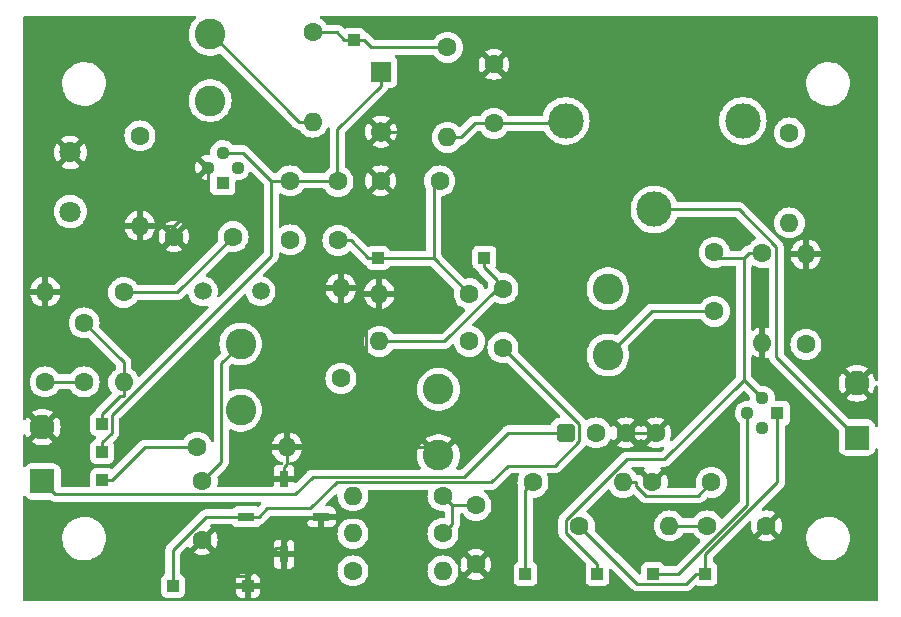
<source format=gbr>
G04 #@! TF.GenerationSoftware,KiCad,Pcbnew,(7.0.0)*
G04 #@! TF.CreationDate,2023-03-14T20:30:00-04:00*
G04 #@! TF.ProjectId,2ndmixer-2ndlo,326e646d-6978-4657-922d-326e646c6f2e,1*
G04 #@! TF.SameCoordinates,Original*
G04 #@! TF.FileFunction,Copper,L1,Top*
G04 #@! TF.FilePolarity,Positive*
%FSLAX46Y46*%
G04 Gerber Fmt 4.6, Leading zero omitted, Abs format (unit mm)*
G04 Created by KiCad (PCBNEW (7.0.0)) date 2023-03-14 20:30:00*
%MOMM*%
%LPD*%
G01*
G04 APERTURE LIST*
G04 Aperture macros list*
%AMRoundRect*
0 Rectangle with rounded corners*
0 $1 Rounding radius*
0 $2 $3 $4 $5 $6 $7 $8 $9 X,Y pos of 4 corners*
0 Add a 4 corners polygon primitive as box body*
4,1,4,$2,$3,$4,$5,$6,$7,$8,$9,$2,$3,0*
0 Add four circle primitives for the rounded corners*
1,1,$1+$1,$2,$3*
1,1,$1+$1,$4,$5*
1,1,$1+$1,$6,$7*
1,1,$1+$1,$8,$9*
0 Add four rect primitives between the rounded corners*
20,1,$1+$1,$2,$3,$4,$5,0*
20,1,$1+$1,$4,$5,$6,$7,0*
20,1,$1+$1,$6,$7,$8,$9,0*
20,1,$1+$1,$8,$9,$2,$3,0*%
G04 Aperture macros list end*
G04 #@! TA.AperFunction,SMDPad,CuDef*
%ADD10R,1.000000X1.000000*%
G04 #@! TD*
G04 #@! TA.AperFunction,ComponentPad*
%ADD11C,1.600000*%
G04 #@! TD*
G04 #@! TA.AperFunction,ComponentPad*
%ADD12O,1.600000X1.600000*%
G04 #@! TD*
G04 #@! TA.AperFunction,ComponentPad*
%ADD13R,1.701800X1.701800*%
G04 #@! TD*
G04 #@! TA.AperFunction,ComponentPad*
%ADD14C,1.701800*%
G04 #@! TD*
G04 #@! TA.AperFunction,ComponentPad*
%ADD15RoundRect,0.250001X0.799999X-0.799999X0.799999X0.799999X-0.799999X0.799999X-0.799999X-0.799999X0*%
G04 #@! TD*
G04 #@! TA.AperFunction,ComponentPad*
%ADD16C,2.100000*%
G04 #@! TD*
G04 #@! TA.AperFunction,ComponentPad*
%ADD17C,1.800000*%
G04 #@! TD*
G04 #@! TA.AperFunction,ComponentPad*
%ADD18C,2.600000*%
G04 #@! TD*
G04 #@! TA.AperFunction,SMDPad,CuDef*
%ADD19R,1.473200X0.762000*%
G04 #@! TD*
G04 #@! TA.AperFunction,SMDPad,CuDef*
%ADD20R,0.762000X1.473200*%
G04 #@! TD*
G04 #@! TA.AperFunction,ComponentPad*
%ADD21RoundRect,0.400000X-0.400000X-0.400000X0.400000X-0.400000X0.400000X0.400000X-0.400000X0.400000X0*%
G04 #@! TD*
G04 #@! TA.AperFunction,ComponentPad*
%ADD22R,1.110000X1.110000*%
G04 #@! TD*
G04 #@! TA.AperFunction,ComponentPad*
%ADD23C,1.110000*%
G04 #@! TD*
G04 #@! TA.AperFunction,ComponentPad*
%ADD24C,1.500000*%
G04 #@! TD*
G04 #@! TA.AperFunction,ComponentPad*
%ADD25C,3.000000*%
G04 #@! TD*
G04 #@! TA.AperFunction,Conductor*
%ADD26C,0.250000*%
G04 #@! TD*
G04 APERTURE END LIST*
D10*
X141122399Y-109778799D03*
D11*
X181533800Y-118414800D03*
D12*
X189153799Y-118414799D03*
D11*
X152207600Y-93929200D03*
X147207600Y-93929200D03*
X199313800Y-85140800D03*
D12*
X199313799Y-92760799D03*
D11*
X149598800Y-114604800D03*
X149598800Y-119604800D03*
D13*
X164744399Y-79959199D03*
D14*
X164744400Y-85039200D03*
D10*
X187756799Y-122478799D03*
X141122399Y-114553999D03*
D11*
X169976800Y-119049800D03*
D12*
X162356799Y-119049799D03*
D11*
X200710800Y-103047800D03*
D12*
X200710799Y-95427799D03*
D10*
X164490399Y-95757999D03*
D15*
X136053200Y-114655600D03*
D16*
X136053200Y-110055600D03*
D17*
X138430000Y-91806400D03*
X138430000Y-86806400D03*
D10*
X162458399Y-77266799D03*
D11*
X172212000Y-98755200D03*
D12*
X164591999Y-98755199D03*
D10*
X147116799Y-123494799D03*
D11*
X192963800Y-100253800D03*
X192963800Y-95253800D03*
X175056800Y-98338000D03*
X175056800Y-103338000D03*
X149148800Y-111760000D03*
D12*
X156768799Y-111759999D03*
D11*
X144322800Y-85394800D03*
D12*
X144322799Y-93014799D03*
D11*
X197027800Y-95300800D03*
D12*
X197027799Y-102920799D03*
D11*
X170357800Y-77901800D03*
D12*
X170357799Y-85521799D03*
D10*
X173481999Y-95707199D03*
D11*
X172212000Y-102805200D03*
D12*
X164591999Y-102805199D03*
D15*
X205028800Y-110949800D03*
D16*
X205028800Y-106349800D03*
D18*
X152857200Y-103022400D03*
X152857200Y-108622400D03*
D10*
X176961799Y-122478799D03*
D19*
X153339799Y-117652799D03*
D20*
X156514799Y-120827799D03*
D19*
X159689799Y-117652799D03*
D20*
X156514799Y-114477799D03*
D11*
X142951200Y-98653600D03*
D12*
X142951199Y-106273599D03*
D11*
X169700000Y-89204800D03*
X164700000Y-89204800D03*
X139598400Y-101233600D03*
X139598400Y-106233600D03*
D21*
X180390800Y-110540800D03*
D11*
X182930800Y-110540800D03*
X185470800Y-110540800D03*
X188010800Y-110540800D03*
D10*
X183057799Y-122478799D03*
D22*
X151333199Y-89357199D03*
D23*
X152603200Y-88087200D03*
X151333200Y-86817200D03*
X150063200Y-88087200D03*
D11*
X161340800Y-105925200D03*
D12*
X161340799Y-98305199D03*
D10*
X153466799Y-123494799D03*
D11*
X161086800Y-89244800D03*
X161086800Y-94244800D03*
D10*
X192201799Y-122478799D03*
D11*
X197368800Y-118414800D03*
X192368800Y-118414800D03*
X174294800Y-79338800D03*
X174294800Y-84338800D03*
X136296400Y-106222800D03*
D12*
X136296399Y-98602799D03*
D11*
X162356800Y-122224800D03*
D12*
X169976799Y-122224799D03*
D11*
X192709800Y-114731800D03*
X187709800Y-114731800D03*
X177596800Y-114731800D03*
D12*
X185216799Y-114731799D03*
D24*
X149656800Y-98552000D03*
X154536800Y-98552000D03*
D11*
X172770800Y-116676800D03*
X172770800Y-121676800D03*
X169976800Y-115874800D03*
D12*
X162356799Y-115874799D03*
D10*
X141122399Y-112166399D03*
D22*
X198297799Y-108889799D03*
D23*
X197027800Y-107619800D03*
X195757800Y-108889800D03*
X197027800Y-110159800D03*
D18*
X183946800Y-98348800D03*
X183946800Y-103948800D03*
X169595800Y-106857800D03*
X169595800Y-112457800D03*
D25*
X180376800Y-84124800D03*
X187876800Y-91624800D03*
X195376800Y-84124800D03*
D11*
X158953200Y-76606400D03*
D12*
X158953199Y-84226399D03*
D11*
X157050000Y-89204800D03*
X157050000Y-94204800D03*
D18*
X150266400Y-76809600D03*
X150266400Y-82409600D03*
D26*
X142677000Y-107398900D02*
X141122400Y-108953500D01*
X141122400Y-109778800D02*
X141122400Y-108953500D01*
X142951200Y-106273600D02*
X142951200Y-107398900D01*
X142951200Y-104586400D02*
X142951200Y-106273600D01*
X142951200Y-107398900D02*
X142677000Y-107398900D01*
X139598400Y-101233600D02*
X142951200Y-104586400D01*
X188010800Y-110540800D02*
X185470800Y-110540800D01*
X158627900Y-117652800D02*
X156514800Y-119765900D01*
X157894100Y-111760000D02*
X163435300Y-111760000D01*
X152663500Y-122669500D02*
X153466800Y-122669500D01*
X142520500Y-90896900D02*
X138430000Y-86806400D01*
X163435300Y-111760000D02*
X168898000Y-111760000D01*
X163435300Y-111760000D02*
X163435300Y-101037200D01*
X156768800Y-113161900D02*
X156514800Y-113415900D01*
X149598800Y-119604800D02*
X152663500Y-122669500D01*
X150063200Y-88087200D02*
X150063200Y-90159200D01*
X172770800Y-121676800D02*
X171731300Y-120637300D01*
X156768800Y-112885300D02*
X156768800Y-113161900D01*
X163435300Y-101037200D02*
X164592000Y-99880500D01*
X165250400Y-117652800D02*
X159689800Y-117652800D01*
X142520500Y-93014800D02*
X144322800Y-93014800D01*
X156768800Y-111760000D02*
X156768800Y-112885300D01*
X156768800Y-111760000D02*
X157894100Y-111760000D01*
X155839500Y-120296800D02*
X153466800Y-122669500D01*
X142520500Y-93014800D02*
X142520500Y-90896900D01*
X168234900Y-120637300D02*
X165250400Y-117652800D01*
X147207600Y-93014800D02*
X145448100Y-93014800D01*
X171731300Y-120637300D02*
X168234900Y-120637300D01*
X159689800Y-117652800D02*
X158627900Y-117652800D01*
X150063200Y-90159200D02*
X147207600Y-93014800D01*
X142520500Y-93504000D02*
X142520500Y-93014800D01*
X136296400Y-98602800D02*
X137421700Y-98602800D01*
X153466800Y-123494800D02*
X153466800Y-122669500D01*
X174294800Y-79338800D02*
X168594400Y-85039200D01*
X156514800Y-120827800D02*
X156514800Y-120296800D01*
X156514800Y-114477800D02*
X156514800Y-113415900D01*
X168898000Y-111760000D02*
X169595800Y-112457800D01*
X168594400Y-85039200D02*
X164744400Y-85039200D01*
X144322800Y-93014800D02*
X145448100Y-93014800D01*
X137421700Y-98602800D02*
X142520500Y-93504000D01*
X164592000Y-98755200D02*
X164592000Y-99880500D01*
X147207600Y-93014800D02*
X147207600Y-93929200D01*
X156514800Y-120296800D02*
X156514800Y-119765900D01*
X156514800Y-120296800D02*
X155839500Y-120296800D01*
X150411100Y-76809600D02*
X150266400Y-76809600D01*
X142951200Y-98653600D02*
X147483200Y-98653600D01*
X158953200Y-84226400D02*
X157827900Y-84226400D01*
X157827900Y-84226400D02*
X150411100Y-76809600D01*
X147483200Y-98653600D02*
X152207600Y-93929200D01*
X139587600Y-106222800D02*
X139598400Y-106233600D01*
X136296400Y-106222800D02*
X139587600Y-106222800D01*
X155440500Y-89204800D02*
X155440500Y-95546500D01*
X164744400Y-79959200D02*
X164744400Y-81135400D01*
X161046800Y-89204800D02*
X161046800Y-84833000D01*
X141947700Y-109039300D02*
X141947700Y-110515800D01*
X151333200Y-86817200D02*
X153052900Y-86817200D01*
X141122400Y-112166400D02*
X141122400Y-111341100D01*
X155440500Y-95546500D02*
X141947700Y-109039300D01*
X161046800Y-89204800D02*
X161086800Y-89244800D01*
X155440500Y-89204800D02*
X157050000Y-89204800D01*
X157050000Y-89204800D02*
X161046800Y-89204800D01*
X153052900Y-86817200D02*
X155440500Y-89204800D01*
X141947700Y-110515800D02*
X141122400Y-111341100D01*
X161046800Y-84833000D02*
X164744400Y-81135400D01*
X152857200Y-103022400D02*
X151228100Y-104651500D01*
X151228100Y-104651500D02*
X151228100Y-112975500D01*
X151228100Y-112975500D02*
X149598800Y-114604800D01*
X172212000Y-98755200D02*
X169214800Y-95758000D01*
X161086800Y-94244800D02*
X162151900Y-94244800D01*
X169214800Y-95758000D02*
X164490400Y-95758000D01*
X169700000Y-89204800D02*
X169214800Y-89690000D01*
X162151900Y-94244800D02*
X163665100Y-95758000D01*
X164490400Y-95758000D02*
X163665100Y-95758000D01*
X169214800Y-89690000D02*
X169214800Y-95758000D01*
X174559600Y-98338000D02*
X175056800Y-98338000D01*
X164592000Y-102805200D02*
X170092400Y-102805200D01*
X173482000Y-95707200D02*
X173482000Y-96532500D01*
X174559600Y-98338000D02*
X174559600Y-97610100D01*
X174559600Y-97610100D02*
X173482000Y-96532500D01*
X170092400Y-102805200D02*
X174559600Y-98338000D01*
X181535000Y-109816200D02*
X181535000Y-111261100D01*
X175056800Y-103338000D02*
X181535000Y-109816200D01*
X175505200Y-113314700D02*
X174087900Y-114732000D01*
X153339800Y-117652800D02*
X154401700Y-117652800D01*
X153339800Y-117652800D02*
X149939500Y-117652800D01*
X147116800Y-120475500D02*
X147116800Y-123494800D01*
X160974200Y-114732000D02*
X158759700Y-116946500D01*
X149939500Y-117652800D02*
X147116800Y-120475500D01*
X155108000Y-116946500D02*
X154401700Y-117652800D01*
X181535000Y-111261100D02*
X179481400Y-113314700D01*
X174087900Y-114732000D02*
X160974200Y-114732000D01*
X158759700Y-116946500D02*
X155108000Y-116946500D01*
X179481400Y-113314700D02*
X175505200Y-113314700D01*
X170778800Y-116676800D02*
X169976800Y-115874800D01*
X170778800Y-118247800D02*
X169976800Y-119049800D01*
X172770800Y-116676800D02*
X170778800Y-116676800D01*
X170778800Y-116676800D02*
X170778800Y-118247800D01*
X187186000Y-115857100D02*
X186342100Y-115013200D01*
X192709800Y-114731800D02*
X191584500Y-115857100D01*
X185216800Y-114731800D02*
X186342100Y-114731800D01*
X191584500Y-115857100D02*
X187186000Y-115857100D01*
X186342100Y-115013200D02*
X186342100Y-114731800D01*
X192963800Y-100253800D02*
X187641800Y-100253800D01*
X187641800Y-100253800D02*
X183946800Y-103948800D01*
X180392500Y-117933300D02*
X185539000Y-112786800D01*
X180392500Y-118988200D02*
X180392500Y-117933300D01*
X183057800Y-121653500D02*
X180392500Y-118988200D01*
X188709200Y-112786800D02*
X195452000Y-106044000D01*
X183057800Y-122478800D02*
X183057800Y-121653500D01*
X197027800Y-95300800D02*
X195902600Y-95300800D01*
X185539000Y-112786800D02*
X188709200Y-112786800D01*
X195452000Y-95751400D02*
X193461400Y-95751400D01*
X193461400Y-95751400D02*
X192963800Y-95253800D01*
X195452000Y-106044000D02*
X197027800Y-107619800D01*
X195452000Y-95751400D02*
X195452000Y-106044000D01*
X195902600Y-95300800D02*
X195452000Y-95751400D01*
X171483100Y-85521800D02*
X172666100Y-84338800D01*
X172666100Y-84338800D02*
X174294800Y-84338800D01*
X170357800Y-85521800D02*
X171483100Y-85521800D01*
X174294800Y-84338800D02*
X180162800Y-84338800D01*
X180162800Y-84338800D02*
X180376800Y-84124800D01*
X175520900Y-110540800D02*
X180390800Y-110540800D01*
X171780100Y-114281600D02*
X175520900Y-110540800D01*
X137142400Y-115744800D02*
X157475300Y-115744800D01*
X136053200Y-114655600D02*
X137142400Y-115744800D01*
X158938500Y-114281600D02*
X171780100Y-114281600D01*
X157475300Y-115744800D02*
X158938500Y-114281600D01*
X192368800Y-118414800D02*
X189153800Y-118414800D01*
X141122400Y-114554000D02*
X141947700Y-114554000D01*
X149148800Y-111760000D02*
X144741700Y-111760000D01*
X144741700Y-111760000D02*
X141947700Y-114554000D01*
X195012900Y-91624800D02*
X187876800Y-91624800D01*
X205028800Y-110949800D02*
X198188400Y-104109400D01*
X198188400Y-104109400D02*
X198188400Y-94800300D01*
X198188400Y-94800300D02*
X195012900Y-91624800D01*
X176961800Y-115366800D02*
X177596800Y-114731800D01*
X176961800Y-122478800D02*
X176961800Y-115366800D01*
X163918700Y-77901800D02*
X163283700Y-77266800D01*
X170357800Y-77901800D02*
X163918700Y-77901800D01*
X158953200Y-76606400D02*
X160972700Y-76606400D01*
X162458400Y-77266800D02*
X161633100Y-77266800D01*
X160972700Y-76606400D02*
X161633100Y-77266800D01*
X162458400Y-77266800D02*
X163283700Y-77266800D01*
X192201800Y-120825400D02*
X192201800Y-122478800D01*
X198297800Y-114729400D02*
X192201800Y-120825400D01*
X190551100Y-123304200D02*
X186423200Y-123304200D01*
X186423200Y-123304200D02*
X181533800Y-118414800D01*
X192201800Y-122478800D02*
X191376500Y-122478800D01*
X191376500Y-122478800D02*
X190551100Y-123304200D01*
X198297800Y-108889800D02*
X198297800Y-114729400D01*
X195757800Y-116632500D02*
X189911500Y-122478800D01*
X189911500Y-122478800D02*
X187756800Y-122478800D01*
X195757800Y-108889800D02*
X195757800Y-116632500D01*
G04 #@! TA.AperFunction,Conductor*
G36*
X149045381Y-75249239D02*
G01*
X149089658Y-75287924D01*
X149111139Y-75342655D01*
X149104993Y-75401129D01*
X149072601Y-75450199D01*
X148936958Y-75576058D01*
X148934069Y-75579680D01*
X148934065Y-75579685D01*
X148770849Y-75784352D01*
X148767957Y-75787979D01*
X148765638Y-75791994D01*
X148765637Y-75791997D01*
X148634750Y-76018699D01*
X148634744Y-76018710D01*
X148632429Y-76022721D01*
X148630736Y-76027034D01*
X148630731Y-76027045D01*
X148535097Y-76270718D01*
X148535094Y-76270725D01*
X148533401Y-76275041D01*
X148532369Y-76279559D01*
X148532368Y-76279565D01*
X148474116Y-76534781D01*
X148474114Y-76534789D01*
X148473085Y-76539301D01*
X148472738Y-76543920D01*
X148472738Y-76543926D01*
X148458017Y-76740376D01*
X148452829Y-76809600D01*
X148453176Y-76814230D01*
X148471738Y-77061934D01*
X148473085Y-77079899D01*
X148474115Y-77084412D01*
X148474116Y-77084418D01*
X148517894Y-77276219D01*
X148533401Y-77344159D01*
X148535096Y-77348477D01*
X148535097Y-77348481D01*
X148630731Y-77592154D01*
X148630734Y-77592160D01*
X148632429Y-77596479D01*
X148634747Y-77600494D01*
X148634750Y-77600500D01*
X148680136Y-77679111D01*
X148767957Y-77831221D01*
X148936958Y-78043142D01*
X149135657Y-78227507D01*
X149359615Y-78380199D01*
X149603828Y-78497806D01*
X149608256Y-78499171D01*
X149608259Y-78499173D01*
X149620663Y-78502999D01*
X149862842Y-78577701D01*
X150130872Y-78618100D01*
X150397291Y-78618100D01*
X150401928Y-78618100D01*
X150669958Y-78577701D01*
X150928972Y-78497806D01*
X151034934Y-78446776D01*
X151084095Y-78434585D01*
X151134034Y-78443070D01*
X151176413Y-78470817D01*
X157324194Y-84618598D01*
X157331796Y-84626951D01*
X157335900Y-84633418D01*
X157380865Y-84675643D01*
X157385567Y-84680058D01*
X157388365Y-84682769D01*
X157408130Y-84702534D01*
X157411384Y-84705058D01*
X157420267Y-84712644D01*
X157452579Y-84742986D01*
X157459417Y-84746745D01*
X157470468Y-84752821D01*
X157486730Y-84763503D01*
X157496688Y-84771227D01*
X157496692Y-84771229D01*
X157502859Y-84776013D01*
X157510019Y-84779111D01*
X157510022Y-84779113D01*
X157543514Y-84793606D01*
X157554007Y-84798746D01*
X157592840Y-84820095D01*
X157612618Y-84825173D01*
X157631020Y-84831474D01*
X157640897Y-84835747D01*
X157649755Y-84839581D01*
X157693521Y-84846512D01*
X157704941Y-84848877D01*
X157747870Y-84859900D01*
X157751506Y-84859900D01*
X157797633Y-84875918D01*
X157835158Y-84910971D01*
X157943896Y-85066265D01*
X157943899Y-85066269D01*
X157947002Y-85070700D01*
X158108900Y-85232598D01*
X158296451Y-85363923D01*
X158503957Y-85460684D01*
X158509177Y-85462082D01*
X158509178Y-85462083D01*
X158719880Y-85518541D01*
X158719882Y-85518541D01*
X158725113Y-85519943D01*
X158953200Y-85539898D01*
X159181287Y-85519943D01*
X159402443Y-85460684D01*
X159609949Y-85363923D01*
X159797500Y-85232598D01*
X159959398Y-85070700D01*
X160090723Y-84883149D01*
X160177311Y-84697458D01*
X160222954Y-84645355D01*
X160289426Y-84625864D01*
X160355980Y-84645070D01*
X160401849Y-84696978D01*
X160410743Y-84752970D01*
X160413300Y-84752970D01*
X160413300Y-84773385D01*
X160411773Y-84792783D01*
X160410829Y-84798746D01*
X160408580Y-84812943D01*
X160409314Y-84820708D01*
X160409314Y-84820711D01*
X160412750Y-84857058D01*
X160413300Y-84868727D01*
X160413300Y-88054455D01*
X160399289Y-88111712D01*
X160360424Y-88156030D01*
X160246934Y-88235496D01*
X160246924Y-88235503D01*
X160242500Y-88238602D01*
X160238674Y-88242427D01*
X160238668Y-88242433D01*
X160084433Y-88396668D01*
X160084427Y-88396674D01*
X160080602Y-88400500D01*
X160077503Y-88404924D01*
X160077496Y-88404934D01*
X159998030Y-88518424D01*
X159953712Y-88557289D01*
X159896455Y-88571300D01*
X158268353Y-88571300D01*
X158211096Y-88557289D01*
X158166778Y-88518424D01*
X158059303Y-88364934D01*
X158059301Y-88364932D01*
X158056198Y-88360500D01*
X157894300Y-88198602D01*
X157889869Y-88195499D01*
X157889865Y-88195496D01*
X157726543Y-88081137D01*
X157706749Y-88067277D01*
X157679252Y-88054455D01*
X157504146Y-87972802D01*
X157504143Y-87972800D01*
X157499243Y-87970516D01*
X157494028Y-87969118D01*
X157494021Y-87969116D01*
X157283319Y-87912658D01*
X157283308Y-87912656D01*
X157278087Y-87911257D01*
X157272695Y-87910785D01*
X157272688Y-87910784D01*
X157055395Y-87891774D01*
X157050000Y-87891302D01*
X157044605Y-87891774D01*
X156827311Y-87910784D01*
X156827302Y-87910785D01*
X156821913Y-87911257D01*
X156816692Y-87912655D01*
X156816680Y-87912658D01*
X156605978Y-87969116D01*
X156605967Y-87969119D01*
X156600757Y-87970516D01*
X156595860Y-87972799D01*
X156595853Y-87972802D01*
X156398165Y-88064985D01*
X156398159Y-88064988D01*
X156393251Y-88067277D01*
X156388817Y-88070381D01*
X156388813Y-88070384D01*
X156210134Y-88195496D01*
X156210124Y-88195503D01*
X156205700Y-88198602D01*
X156201874Y-88202427D01*
X156201868Y-88202433D01*
X156047633Y-88356668D01*
X156047627Y-88356674D01*
X156043802Y-88360500D01*
X156040703Y-88364924D01*
X156040696Y-88364934D01*
X155933222Y-88518424D01*
X155888904Y-88557289D01*
X155831647Y-88571300D01*
X155754267Y-88571300D01*
X155706814Y-88561861D01*
X155666586Y-88534981D01*
X153556595Y-86424990D01*
X153549003Y-86416648D01*
X153544900Y-86410182D01*
X153495216Y-86363526D01*
X153492450Y-86360845D01*
X153475427Y-86343822D01*
X153475427Y-86343821D01*
X153472670Y-86341065D01*
X153469386Y-86338517D01*
X153460524Y-86330946D01*
X153433909Y-86305954D01*
X153433903Y-86305949D01*
X153428221Y-86300614D01*
X153421388Y-86296858D01*
X153421382Y-86296853D01*
X153410329Y-86290776D01*
X153394074Y-86280099D01*
X153384109Y-86272370D01*
X153384106Y-86272368D01*
X153377941Y-86267586D01*
X153337276Y-86249989D01*
X153326784Y-86244849D01*
X153294796Y-86227263D01*
X153294794Y-86227262D01*
X153287960Y-86223505D01*
X153268184Y-86218427D01*
X153249781Y-86212126D01*
X153238209Y-86207118D01*
X153238201Y-86207115D01*
X153231045Y-86204019D01*
X153223340Y-86202798D01*
X153223338Y-86202798D01*
X153187281Y-86197087D01*
X153175855Y-86194721D01*
X153132930Y-86183700D01*
X153125128Y-86183700D01*
X153112515Y-86183700D01*
X153093117Y-86182173D01*
X153080666Y-86180201D01*
X153072957Y-86178980D01*
X153065191Y-86179714D01*
X153065188Y-86179714D01*
X153028842Y-86183150D01*
X153017173Y-86183700D01*
X152247738Y-86183700D01*
X152194721Y-86171795D01*
X152151885Y-86138365D01*
X152147728Y-86133300D01*
X152088847Y-86061553D01*
X152029224Y-86012622D01*
X151931620Y-85932520D01*
X151931619Y-85932519D01*
X151926908Y-85928653D01*
X151768613Y-85844043D01*
X151747525Y-85832771D01*
X151747521Y-85832769D01*
X151742153Y-85829900D01*
X151650133Y-85801986D01*
X151547512Y-85770856D01*
X151547507Y-85770855D01*
X151541682Y-85769088D01*
X151535623Y-85768491D01*
X151535617Y-85768490D01*
X151339261Y-85749151D01*
X151333200Y-85748554D01*
X151327139Y-85749151D01*
X151130782Y-85768490D01*
X151130774Y-85768491D01*
X151124718Y-85769088D01*
X151118894Y-85770854D01*
X151118887Y-85770856D01*
X150930074Y-85828132D01*
X150930070Y-85828133D01*
X150924247Y-85829900D01*
X150918881Y-85832767D01*
X150918874Y-85832771D01*
X150744868Y-85925779D01*
X150744864Y-85925781D01*
X150739492Y-85928653D01*
X150734784Y-85932516D01*
X150734779Y-85932520D01*
X150582259Y-86057690D01*
X150582254Y-86057694D01*
X150577553Y-86061553D01*
X150573694Y-86066254D01*
X150573690Y-86066259D01*
X150448520Y-86218779D01*
X150448516Y-86218784D01*
X150444653Y-86223492D01*
X150441781Y-86228864D01*
X150441779Y-86228868D01*
X150348771Y-86402874D01*
X150348767Y-86402881D01*
X150345900Y-86408247D01*
X150344133Y-86414070D01*
X150344132Y-86414074D01*
X150286856Y-86602887D01*
X150286854Y-86602894D01*
X150285088Y-86608718D01*
X150284491Y-86614774D01*
X150284490Y-86614782D01*
X150275280Y-86708298D01*
X150264554Y-86817200D01*
X150265151Y-86823261D01*
X150272592Y-86898810D01*
X150265941Y-86952738D01*
X150236870Y-86998645D01*
X150190964Y-87027715D01*
X150137035Y-87034367D01*
X150069262Y-87027692D01*
X150057139Y-87027692D01*
X149862449Y-87046867D01*
X149850553Y-87049233D01*
X149663342Y-87106023D01*
X149652142Y-87110662D01*
X149526844Y-87177635D01*
X149518372Y-87185126D01*
X149524302Y-87194749D01*
X150329071Y-87999518D01*
X150361165Y-88055105D01*
X150361165Y-88119293D01*
X150329071Y-88174880D01*
X149524304Y-88979647D01*
X149518373Y-88989273D01*
X149526844Y-88996764D01*
X149652142Y-89063737D01*
X149663342Y-89068376D01*
X149850553Y-89125166D01*
X149862449Y-89127532D01*
X150057139Y-89146708D01*
X150069260Y-89146708D01*
X150133545Y-89140376D01*
X150200543Y-89152567D01*
X150251001Y-89198298D01*
X150269700Y-89263779D01*
X150269700Y-89960838D01*
X150270052Y-89964118D01*
X150270053Y-89964124D01*
X150272056Y-89982760D01*
X150276211Y-90021401D01*
X150278917Y-90028658D01*
X150278919Y-90028663D01*
X150324211Y-90150094D01*
X150327311Y-90158404D01*
X150332625Y-90165503D01*
X150332626Y-90165504D01*
X150398950Y-90254103D01*
X150414939Y-90275461D01*
X150531996Y-90363089D01*
X150668999Y-90414189D01*
X150729562Y-90420700D01*
X151933528Y-90420700D01*
X151936838Y-90420700D01*
X151997401Y-90414189D01*
X152134404Y-90363089D01*
X152251461Y-90275461D01*
X152339089Y-90158404D01*
X152390189Y-90021401D01*
X152396700Y-89960838D01*
X152396700Y-89272320D01*
X152415399Y-89206839D01*
X152465857Y-89161108D01*
X152532853Y-89148917D01*
X152603200Y-89155846D01*
X152811682Y-89135312D01*
X153012153Y-89074500D01*
X153196908Y-88975747D01*
X153358847Y-88842847D01*
X153491747Y-88680908D01*
X153590500Y-88496153D01*
X153591528Y-88492764D01*
X153626809Y-88445190D01*
X153681283Y-88419425D01*
X153741471Y-88422381D01*
X153793157Y-88453361D01*
X154770681Y-89430885D01*
X154797561Y-89471113D01*
X154807000Y-89518566D01*
X154807000Y-95232734D01*
X154797561Y-95280187D01*
X154770681Y-95320415D01*
X151074850Y-99016245D01*
X151019262Y-99048339D01*
X150955075Y-99048339D01*
X150899487Y-99016245D01*
X150867394Y-98960657D01*
X150867394Y-98896470D01*
X150869749Y-98887681D01*
X150900915Y-98771371D01*
X150920107Y-98552000D01*
X150900915Y-98332629D01*
X150843920Y-98119924D01*
X150836812Y-98104680D01*
X150753142Y-97925249D01*
X150753141Y-97925247D01*
X150750856Y-97920347D01*
X150692424Y-97836897D01*
X150627654Y-97744396D01*
X150627652Y-97744393D01*
X150624549Y-97739962D01*
X150468838Y-97584251D01*
X150464407Y-97581148D01*
X150464403Y-97581145D01*
X150306213Y-97470379D01*
X150288454Y-97457944D01*
X150210518Y-97421602D01*
X150093779Y-97367166D01*
X150093776Y-97367164D01*
X150088876Y-97364880D01*
X150083661Y-97363482D01*
X150083654Y-97363480D01*
X149964257Y-97331488D01*
X149908670Y-97299394D01*
X149876576Y-97243806D01*
X149876576Y-97179619D01*
X149908668Y-97124034D01*
X151795169Y-95237533D01*
X151850755Y-95205441D01*
X151914942Y-95205441D01*
X151935680Y-95210998D01*
X151974280Y-95221341D01*
X151974282Y-95221341D01*
X151979513Y-95222743D01*
X152207600Y-95242698D01*
X152435687Y-95222743D01*
X152656843Y-95163484D01*
X152864349Y-95066723D01*
X153051900Y-94935398D01*
X153213798Y-94773500D01*
X153345123Y-94585949D01*
X153441884Y-94378443D01*
X153501143Y-94157287D01*
X153521098Y-93929200D01*
X153501143Y-93701113D01*
X153498724Y-93692087D01*
X153443283Y-93485178D01*
X153443282Y-93485177D01*
X153441884Y-93479957D01*
X153345123Y-93272451D01*
X153227862Y-93104985D01*
X153216903Y-93089334D01*
X153216901Y-93089332D01*
X153213798Y-93084900D01*
X153051900Y-92923002D01*
X153047469Y-92919899D01*
X153047465Y-92919896D01*
X152879336Y-92802171D01*
X152864349Y-92791677D01*
X152859434Y-92789385D01*
X152661746Y-92697202D01*
X152661743Y-92697200D01*
X152656843Y-92694916D01*
X152651628Y-92693518D01*
X152651621Y-92693516D01*
X152440919Y-92637058D01*
X152440908Y-92637056D01*
X152435687Y-92635657D01*
X152430295Y-92635185D01*
X152430288Y-92635184D01*
X152212995Y-92616174D01*
X152207600Y-92615702D01*
X152202205Y-92616174D01*
X151984911Y-92635184D01*
X151984902Y-92635185D01*
X151979513Y-92635657D01*
X151974292Y-92637055D01*
X151974280Y-92637058D01*
X151763578Y-92693516D01*
X151763567Y-92693519D01*
X151758357Y-92694916D01*
X151753460Y-92697199D01*
X151753453Y-92697202D01*
X151555765Y-92789385D01*
X151555759Y-92789388D01*
X151550851Y-92791677D01*
X151546417Y-92794781D01*
X151546413Y-92794784D01*
X151367734Y-92919896D01*
X151367724Y-92919903D01*
X151363300Y-92923002D01*
X151359474Y-92926827D01*
X151359468Y-92926833D01*
X151205233Y-93081068D01*
X151205227Y-93081074D01*
X151201402Y-93084900D01*
X151198303Y-93089324D01*
X151198296Y-93089334D01*
X151073184Y-93268013D01*
X151073181Y-93268017D01*
X151070077Y-93272451D01*
X151067788Y-93277359D01*
X151067785Y-93277365D01*
X150975602Y-93475053D01*
X150975599Y-93475060D01*
X150973316Y-93479957D01*
X150971919Y-93485167D01*
X150971916Y-93485178D01*
X150915458Y-93695880D01*
X150915455Y-93695892D01*
X150914057Y-93701113D01*
X150913585Y-93706502D01*
X150913584Y-93706511D01*
X150897075Y-93895215D01*
X150894102Y-93929200D01*
X150894574Y-93934595D01*
X150913584Y-94151888D01*
X150914057Y-94157287D01*
X150931240Y-94221417D01*
X150931358Y-94221856D01*
X150931358Y-94286043D01*
X150899264Y-94341630D01*
X147257114Y-97983781D01*
X147216886Y-98010661D01*
X147169433Y-98020100D01*
X144169553Y-98020100D01*
X144112296Y-98006089D01*
X144067978Y-97967224D01*
X143960503Y-97813734D01*
X143960501Y-97813732D01*
X143957398Y-97809300D01*
X143795500Y-97647402D01*
X143791069Y-97644299D01*
X143791065Y-97644296D01*
X143629578Y-97531222D01*
X143607949Y-97516077D01*
X143569470Y-97498134D01*
X143405346Y-97421602D01*
X143405343Y-97421600D01*
X143400443Y-97419316D01*
X143395228Y-97417918D01*
X143395221Y-97417916D01*
X143184519Y-97361458D01*
X143184508Y-97361456D01*
X143179287Y-97360057D01*
X143173895Y-97359585D01*
X143173888Y-97359584D01*
X142956595Y-97340574D01*
X142951200Y-97340102D01*
X142945805Y-97340574D01*
X142728511Y-97359584D01*
X142728502Y-97359585D01*
X142723113Y-97360057D01*
X142717892Y-97361455D01*
X142717880Y-97361458D01*
X142507178Y-97417916D01*
X142507167Y-97417919D01*
X142501957Y-97419316D01*
X142497060Y-97421599D01*
X142497053Y-97421602D01*
X142299365Y-97513785D01*
X142299359Y-97513788D01*
X142294451Y-97516077D01*
X142290017Y-97519181D01*
X142290013Y-97519184D01*
X142111334Y-97644296D01*
X142111324Y-97644303D01*
X142106900Y-97647402D01*
X142103074Y-97651227D01*
X142103068Y-97651233D01*
X141948833Y-97805468D01*
X141948827Y-97805474D01*
X141945002Y-97809300D01*
X141941903Y-97813724D01*
X141941896Y-97813734D01*
X141816784Y-97992413D01*
X141816781Y-97992417D01*
X141813677Y-97996851D01*
X141811388Y-98001759D01*
X141811385Y-98001765D01*
X141719202Y-98199453D01*
X141719199Y-98199460D01*
X141716916Y-98204357D01*
X141715519Y-98209567D01*
X141715516Y-98209578D01*
X141659058Y-98420280D01*
X141659055Y-98420292D01*
X141657657Y-98425513D01*
X141657185Y-98430902D01*
X141657184Y-98430911D01*
X141641972Y-98604793D01*
X141637702Y-98653600D01*
X141638174Y-98658995D01*
X141657184Y-98876288D01*
X141657185Y-98876295D01*
X141657657Y-98881687D01*
X141659056Y-98886908D01*
X141659058Y-98886919D01*
X141715516Y-99097621D01*
X141715518Y-99097628D01*
X141716916Y-99102843D01*
X141719200Y-99107743D01*
X141719202Y-99107746D01*
X141809369Y-99301111D01*
X141813677Y-99310349D01*
X141816784Y-99314786D01*
X141941896Y-99493465D01*
X141941899Y-99493469D01*
X141945002Y-99497900D01*
X142106900Y-99659798D01*
X142111332Y-99662901D01*
X142111334Y-99662903D01*
X142162649Y-99698834D01*
X142294451Y-99791123D01*
X142501957Y-99887884D01*
X142507177Y-99889282D01*
X142507178Y-99889283D01*
X142717880Y-99945741D01*
X142717882Y-99945741D01*
X142723113Y-99947143D01*
X142951200Y-99967098D01*
X143179287Y-99947143D01*
X143400443Y-99887884D01*
X143607949Y-99791123D01*
X143795500Y-99659798D01*
X143957398Y-99497900D01*
X144054235Y-99359603D01*
X144067978Y-99339976D01*
X144112296Y-99301111D01*
X144169553Y-99287100D01*
X147404354Y-99287100D01*
X147415637Y-99287631D01*
X147423109Y-99289302D01*
X147491217Y-99287160D01*
X147495113Y-99287100D01*
X147519158Y-99287100D01*
X147523056Y-99287100D01*
X147526924Y-99286611D01*
X147527147Y-99286583D01*
X147538808Y-99285664D01*
X147583089Y-99284273D01*
X147602690Y-99278577D01*
X147621741Y-99274632D01*
X147641997Y-99272074D01*
X147673222Y-99259710D01*
X147683193Y-99255763D01*
X147694243Y-99251979D01*
X147736793Y-99239618D01*
X147754365Y-99229225D01*
X147771832Y-99220668D01*
X147790817Y-99213152D01*
X147826675Y-99187098D01*
X147836423Y-99180696D01*
X147874562Y-99158142D01*
X147888993Y-99143710D01*
X147903788Y-99131072D01*
X147920307Y-99119072D01*
X147948560Y-99084918D01*
X147956403Y-99076299D01*
X148228834Y-98803868D01*
X148284419Y-98771776D01*
X148348606Y-98771776D01*
X148404194Y-98803870D01*
X148436288Y-98859457D01*
X148468280Y-98978854D01*
X148468281Y-98978856D01*
X148469680Y-98984076D01*
X148471964Y-98988976D01*
X148471966Y-98988979D01*
X148560452Y-99178739D01*
X148562744Y-99183654D01*
X148565851Y-99188091D01*
X148685945Y-99359603D01*
X148685948Y-99359607D01*
X148689051Y-99364038D01*
X148844762Y-99519749D01*
X149025146Y-99646056D01*
X149224724Y-99739120D01*
X149229944Y-99740518D01*
X149229945Y-99740519D01*
X149432196Y-99794713D01*
X149432198Y-99794713D01*
X149437429Y-99796115D01*
X149656800Y-99815307D01*
X149876171Y-99796115D01*
X150001271Y-99762594D01*
X150065457Y-99762594D01*
X150121045Y-99794687D01*
X150153139Y-99850275D01*
X150153139Y-99914462D01*
X150121045Y-99970050D01*
X144336545Y-105754549D01*
X144286151Y-105785129D01*
X144227331Y-105788984D01*
X144173377Y-105765243D01*
X144136482Y-105719272D01*
X144135376Y-105716901D01*
X144088723Y-105616851D01*
X144006244Y-105499059D01*
X143960503Y-105433734D01*
X143960501Y-105433732D01*
X143957398Y-105429300D01*
X143795500Y-105267402D01*
X143791069Y-105264299D01*
X143791065Y-105264296D01*
X143637576Y-105156822D01*
X143598711Y-105112504D01*
X143584700Y-105055247D01*
X143584700Y-104665246D01*
X143585231Y-104653962D01*
X143586902Y-104646491D01*
X143584760Y-104578382D01*
X143584700Y-104574487D01*
X143584700Y-104550442D01*
X143584700Y-104546544D01*
X143584181Y-104542441D01*
X143583264Y-104530788D01*
X143583239Y-104529988D01*
X143581873Y-104486510D01*
X143579346Y-104477814D01*
X143576180Y-104466917D01*
X143572231Y-104447849D01*
X143571955Y-104445665D01*
X143569674Y-104427603D01*
X143553362Y-104386405D01*
X143549577Y-104375349D01*
X143539393Y-104340294D01*
X143537218Y-104332807D01*
X143526823Y-104315231D01*
X143518263Y-104297755D01*
X143516803Y-104294067D01*
X143510752Y-104278783D01*
X143484707Y-104242936D01*
X143478303Y-104233188D01*
X143455742Y-104195037D01*
X143441307Y-104180601D01*
X143428669Y-104165805D01*
X143421258Y-104155605D01*
X143421257Y-104155604D01*
X143416672Y-104149293D01*
X143382536Y-104121053D01*
X143373896Y-104113191D01*
X140906735Y-101646030D01*
X140874641Y-101590442D01*
X140874642Y-101526254D01*
X140884870Y-101488084D01*
X140891943Y-101461687D01*
X140911898Y-101233600D01*
X140891943Y-101005513D01*
X140869999Y-100923619D01*
X140834083Y-100789578D01*
X140834082Y-100789577D01*
X140832684Y-100784357D01*
X140735923Y-100576851D01*
X140604598Y-100389300D01*
X140442700Y-100227402D01*
X140438269Y-100224299D01*
X140438265Y-100224296D01*
X140300644Y-100127933D01*
X140255149Y-100096077D01*
X140131402Y-100038373D01*
X140052546Y-100001602D01*
X140052543Y-100001600D01*
X140047643Y-99999316D01*
X140042428Y-99997918D01*
X140042421Y-99997916D01*
X139831719Y-99941458D01*
X139831708Y-99941456D01*
X139826487Y-99940057D01*
X139821095Y-99939585D01*
X139821088Y-99939584D01*
X139603795Y-99920574D01*
X139598400Y-99920102D01*
X139593005Y-99920574D01*
X139375711Y-99939584D01*
X139375702Y-99939585D01*
X139370313Y-99940057D01*
X139365092Y-99941455D01*
X139365080Y-99941458D01*
X139154378Y-99997916D01*
X139154367Y-99997919D01*
X139149157Y-99999316D01*
X139144260Y-100001599D01*
X139144253Y-100001602D01*
X138946565Y-100093785D01*
X138946559Y-100093788D01*
X138941651Y-100096077D01*
X138937217Y-100099181D01*
X138937213Y-100099184D01*
X138758534Y-100224296D01*
X138758524Y-100224303D01*
X138754100Y-100227402D01*
X138750274Y-100231227D01*
X138750268Y-100231233D01*
X138596033Y-100385468D01*
X138596027Y-100385474D01*
X138592202Y-100389300D01*
X138589103Y-100393724D01*
X138589096Y-100393734D01*
X138463984Y-100572413D01*
X138463981Y-100572417D01*
X138460877Y-100576851D01*
X138458588Y-100581759D01*
X138458585Y-100581765D01*
X138366402Y-100779453D01*
X138366399Y-100779460D01*
X138364116Y-100784357D01*
X138362719Y-100789567D01*
X138362716Y-100789578D01*
X138306258Y-101000280D01*
X138306255Y-101000292D01*
X138304857Y-101005513D01*
X138304385Y-101010902D01*
X138304384Y-101010911D01*
X138286565Y-101214591D01*
X138284902Y-101233600D01*
X138285374Y-101238995D01*
X138304384Y-101456288D01*
X138304385Y-101456295D01*
X138304857Y-101461687D01*
X138306256Y-101466908D01*
X138306258Y-101466919D01*
X138362716Y-101677621D01*
X138362718Y-101677628D01*
X138364116Y-101682843D01*
X138366400Y-101687743D01*
X138366402Y-101687746D01*
X138458585Y-101885434D01*
X138460877Y-101890349D01*
X138463984Y-101894786D01*
X138589096Y-102073465D01*
X138589099Y-102073469D01*
X138592202Y-102077900D01*
X138754100Y-102239798D01*
X138758532Y-102242901D01*
X138758534Y-102242903D01*
X138786670Y-102262604D01*
X138941651Y-102371123D01*
X139149157Y-102467884D01*
X139154377Y-102469282D01*
X139154378Y-102469283D01*
X139365080Y-102525741D01*
X139365082Y-102525741D01*
X139370313Y-102527143D01*
X139598400Y-102547098D01*
X139826487Y-102527143D01*
X139859593Y-102518272D01*
X139891055Y-102509842D01*
X139955243Y-102509841D01*
X140010831Y-102541935D01*
X142281381Y-104812485D01*
X142308261Y-104852713D01*
X142317700Y-104900166D01*
X142317700Y-105055247D01*
X142303689Y-105112504D01*
X142264824Y-105156822D01*
X142111334Y-105264296D01*
X142111324Y-105264303D01*
X142106900Y-105267402D01*
X142103074Y-105271227D01*
X142103068Y-105271233D01*
X141948833Y-105425468D01*
X141948827Y-105425474D01*
X141945002Y-105429300D01*
X141941903Y-105433724D01*
X141941896Y-105433734D01*
X141816784Y-105612413D01*
X141816781Y-105612417D01*
X141813677Y-105616851D01*
X141811388Y-105621759D01*
X141811385Y-105621765D01*
X141719202Y-105819453D01*
X141719199Y-105819460D01*
X141716916Y-105824357D01*
X141715519Y-105829567D01*
X141715516Y-105829578D01*
X141659058Y-106040280D01*
X141659055Y-106040292D01*
X141657657Y-106045513D01*
X141657185Y-106050902D01*
X141657184Y-106050911D01*
X141638174Y-106268205D01*
X141637702Y-106273600D01*
X141638174Y-106278995D01*
X141657184Y-106496288D01*
X141657185Y-106496295D01*
X141657657Y-106501687D01*
X141659056Y-106506908D01*
X141659058Y-106506919D01*
X141715516Y-106717621D01*
X141715518Y-106717628D01*
X141716916Y-106722843D01*
X141719200Y-106727743D01*
X141719202Y-106727746D01*
X141785004Y-106868859D01*
X141813677Y-106930349D01*
X141933545Y-107101538D01*
X141954661Y-107154689D01*
X141949676Y-107211664D01*
X141919651Y-107260342D01*
X140730193Y-108449800D01*
X140721844Y-108457398D01*
X140715382Y-108461500D01*
X140710041Y-108467186D01*
X140710039Y-108467189D01*
X140668739Y-108511168D01*
X140666034Y-108513960D01*
X140646265Y-108533730D01*
X140643881Y-108536802D01*
X140643878Y-108536806D01*
X140643722Y-108537008D01*
X140636152Y-108545870D01*
X140636025Y-108546006D01*
X140605814Y-108578179D01*
X140602059Y-108585007D01*
X140602058Y-108585010D01*
X140595979Y-108596067D01*
X140585303Y-108612319D01*
X140577568Y-108622291D01*
X140577560Y-108622302D01*
X140572786Y-108628459D01*
X140569691Y-108635610D01*
X140569688Y-108635616D01*
X140555186Y-108669128D01*
X140550048Y-108679615D01*
X140532461Y-108711605D01*
X140532457Y-108711614D01*
X140528705Y-108718440D01*
X140526767Y-108725986D01*
X140525805Y-108728417D01*
X140497314Y-108771320D01*
X140453850Y-108798946D01*
X140384509Y-108824809D01*
X140384501Y-108824813D01*
X140376196Y-108827911D01*
X140369098Y-108833223D01*
X140369095Y-108833226D01*
X140266235Y-108910226D01*
X140266231Y-108910229D01*
X140259139Y-108915539D01*
X140253829Y-108922631D01*
X140253826Y-108922635D01*
X140176826Y-109025495D01*
X140176823Y-109025498D01*
X140171511Y-109032596D01*
X140168413Y-109040899D01*
X140168411Y-109040905D01*
X140123119Y-109162336D01*
X140123117Y-109162343D01*
X140120411Y-109169599D01*
X140119582Y-109177300D01*
X140119582Y-109177305D01*
X140114253Y-109226875D01*
X140113900Y-109230162D01*
X140113900Y-110327438D01*
X140114252Y-110330718D01*
X140114253Y-110330724D01*
X140116064Y-110347573D01*
X140120411Y-110388001D01*
X140123117Y-110395258D01*
X140123119Y-110395263D01*
X140159108Y-110491751D01*
X140171511Y-110525004D01*
X140176825Y-110532103D01*
X140176826Y-110532104D01*
X140244478Y-110622477D01*
X140259139Y-110642061D01*
X140376196Y-110729689D01*
X140513199Y-110780789D01*
X140520914Y-110781618D01*
X140527293Y-110783126D01*
X140580887Y-110810884D01*
X140615028Y-110860655D01*
X140621627Y-110920648D01*
X140603909Y-110964737D01*
X140605812Y-110965783D01*
X140595979Y-110983667D01*
X140585303Y-110999919D01*
X140577568Y-111009891D01*
X140577560Y-111009902D01*
X140572786Y-111016059D01*
X140569691Y-111023210D01*
X140569688Y-111023216D01*
X140555186Y-111056728D01*
X140550048Y-111067215D01*
X140532461Y-111099205D01*
X140532457Y-111099214D01*
X140528705Y-111106040D01*
X140526767Y-111113586D01*
X140525805Y-111116017D01*
X140497314Y-111158920D01*
X140453850Y-111186546D01*
X140384509Y-111212409D01*
X140384501Y-111212413D01*
X140376196Y-111215511D01*
X140369098Y-111220823D01*
X140369095Y-111220826D01*
X140266235Y-111297826D01*
X140266231Y-111297829D01*
X140259139Y-111303139D01*
X140253829Y-111310231D01*
X140253826Y-111310235D01*
X140176826Y-111413095D01*
X140176823Y-111413098D01*
X140171511Y-111420196D01*
X140168413Y-111428499D01*
X140168411Y-111428505D01*
X140123119Y-111549936D01*
X140123117Y-111549943D01*
X140120411Y-111557199D01*
X140119582Y-111564900D01*
X140119582Y-111564905D01*
X140114253Y-111614475D01*
X140113900Y-111617762D01*
X140113900Y-112715038D01*
X140114252Y-112718318D01*
X140114253Y-112718324D01*
X140117595Y-112749414D01*
X140120411Y-112775601D01*
X140123117Y-112782858D01*
X140123119Y-112782863D01*
X140168411Y-112904294D01*
X140171511Y-112912604D01*
X140176825Y-112919703D01*
X140176826Y-112919704D01*
X140248700Y-113015717D01*
X140259139Y-113029661D01*
X140376196Y-113117289D01*
X140513199Y-113168389D01*
X140573762Y-113174900D01*
X141667728Y-113174900D01*
X141671038Y-113174900D01*
X141731601Y-113168389D01*
X141868604Y-113117289D01*
X141985661Y-113029661D01*
X142073289Y-112912604D01*
X142124389Y-112775601D01*
X142130900Y-112715038D01*
X142130900Y-111617762D01*
X142124389Y-111557199D01*
X142073289Y-111420196D01*
X142069127Y-111414637D01*
X142054637Y-111365290D01*
X142062139Y-111313110D01*
X142090638Y-111268764D01*
X142339912Y-111019490D01*
X142348250Y-111011904D01*
X142354718Y-111007800D01*
X142401406Y-110958079D01*
X142404024Y-110955378D01*
X142423834Y-110935570D01*
X142426364Y-110932308D01*
X142433944Y-110923430D01*
X142464286Y-110891121D01*
X142474122Y-110873227D01*
X142484798Y-110856974D01*
X142497313Y-110840841D01*
X142514906Y-110800185D01*
X142520041Y-110789700D01*
X142541395Y-110750860D01*
X142546035Y-110732788D01*
X142546473Y-110731083D01*
X142552778Y-110712669D01*
X142560881Y-110693945D01*
X142567811Y-110650184D01*
X142570181Y-110638743D01*
X142571664Y-110632967D01*
X142581200Y-110595830D01*
X142581200Y-110575409D01*
X142582727Y-110556012D01*
X142583308Y-110552342D01*
X142585919Y-110535857D01*
X142581749Y-110491750D01*
X142581200Y-110480082D01*
X142581200Y-109353066D01*
X142590639Y-109305613D01*
X142617519Y-109265385D01*
X147845707Y-104037197D01*
X153102536Y-98780367D01*
X153158121Y-98748275D01*
X153222308Y-98748275D01*
X153277896Y-98780368D01*
X153309990Y-98835955D01*
X153348281Y-98978856D01*
X153349680Y-98984076D01*
X153351964Y-98988976D01*
X153351966Y-98988979D01*
X153440452Y-99178739D01*
X153442744Y-99183654D01*
X153445851Y-99188091D01*
X153565945Y-99359603D01*
X153565948Y-99359607D01*
X153569051Y-99364038D01*
X153724762Y-99519749D01*
X153905146Y-99646056D01*
X154104724Y-99739120D01*
X154109944Y-99740518D01*
X154109945Y-99740519D01*
X154312196Y-99794713D01*
X154312198Y-99794713D01*
X154317429Y-99796115D01*
X154536800Y-99815307D01*
X154756171Y-99796115D01*
X154968876Y-99739120D01*
X155168454Y-99646056D01*
X155348838Y-99519749D01*
X155504549Y-99364038D01*
X155630856Y-99183654D01*
X155723920Y-98984076D01*
X155780915Y-98771371D01*
X155799604Y-98557751D01*
X160065252Y-98557751D01*
X160065620Y-98568980D01*
X160113130Y-98746292D01*
X160116822Y-98756434D01*
X160208379Y-98952780D01*
X160213767Y-98962112D01*
X160338032Y-99139581D01*
X160344969Y-99147847D01*
X160498152Y-99301030D01*
X160506418Y-99307967D01*
X160683887Y-99432232D01*
X160693219Y-99437620D01*
X160889565Y-99529177D01*
X160899707Y-99532869D01*
X161077019Y-99580379D01*
X161088248Y-99580747D01*
X161090800Y-99569805D01*
X161590800Y-99569805D01*
X161593351Y-99580747D01*
X161604580Y-99580379D01*
X161781892Y-99532869D01*
X161792034Y-99529177D01*
X161988380Y-99437620D01*
X161997712Y-99432232D01*
X162175181Y-99307967D01*
X162183447Y-99301030D01*
X162336630Y-99147847D01*
X162343567Y-99139581D01*
X162435875Y-99007751D01*
X163316452Y-99007751D01*
X163316820Y-99018980D01*
X163364330Y-99196292D01*
X163368022Y-99206434D01*
X163459579Y-99402780D01*
X163464967Y-99412112D01*
X163589232Y-99589581D01*
X163596169Y-99597847D01*
X163749352Y-99751030D01*
X163757618Y-99757967D01*
X163935087Y-99882232D01*
X163944419Y-99887620D01*
X164140765Y-99979177D01*
X164150907Y-99982869D01*
X164328219Y-100030379D01*
X164339448Y-100030747D01*
X164342000Y-100019805D01*
X164842000Y-100019805D01*
X164844551Y-100030747D01*
X164855780Y-100030379D01*
X165033092Y-99982869D01*
X165043234Y-99979177D01*
X165239580Y-99887620D01*
X165248912Y-99882232D01*
X165426381Y-99757967D01*
X165434647Y-99751030D01*
X165587830Y-99597847D01*
X165594767Y-99589581D01*
X165719032Y-99412112D01*
X165724420Y-99402780D01*
X165815977Y-99206434D01*
X165819669Y-99196292D01*
X165867179Y-99018980D01*
X165867547Y-99007751D01*
X165856605Y-99005200D01*
X164858326Y-99005200D01*
X164845450Y-99008650D01*
X164842000Y-99021526D01*
X164842000Y-100019805D01*
X164342000Y-100019805D01*
X164342000Y-99021526D01*
X164338549Y-99008650D01*
X164325674Y-99005200D01*
X163327395Y-99005200D01*
X163316452Y-99007751D01*
X162435875Y-99007751D01*
X162467832Y-98962112D01*
X162473220Y-98952780D01*
X162564777Y-98756434D01*
X162568469Y-98746292D01*
X162615979Y-98568980D01*
X162616347Y-98557751D01*
X162605405Y-98555200D01*
X161607126Y-98555200D01*
X161594250Y-98558650D01*
X161590800Y-98571526D01*
X161590800Y-99569805D01*
X161090800Y-99569805D01*
X161090800Y-98571526D01*
X161087349Y-98558650D01*
X161074474Y-98555200D01*
X160076195Y-98555200D01*
X160065252Y-98557751D01*
X155799604Y-98557751D01*
X155800107Y-98552000D01*
X155795789Y-98502648D01*
X163316452Y-98502648D01*
X163327395Y-98505200D01*
X164325674Y-98505200D01*
X164338549Y-98501749D01*
X164342000Y-98488874D01*
X164842000Y-98488874D01*
X164845450Y-98501749D01*
X164858326Y-98505200D01*
X165856605Y-98505200D01*
X165867547Y-98502648D01*
X165867179Y-98491419D01*
X165819669Y-98314107D01*
X165815977Y-98303965D01*
X165724420Y-98107619D01*
X165719032Y-98098287D01*
X165594767Y-97920818D01*
X165587830Y-97912552D01*
X165434647Y-97759369D01*
X165426381Y-97752432D01*
X165248912Y-97628167D01*
X165239580Y-97622779D01*
X165043234Y-97531222D01*
X165033092Y-97527530D01*
X164855780Y-97480020D01*
X164844551Y-97479652D01*
X164842000Y-97490595D01*
X164842000Y-98488874D01*
X164342000Y-98488874D01*
X164342000Y-97490595D01*
X164339448Y-97479652D01*
X164328219Y-97480020D01*
X164150907Y-97527530D01*
X164140765Y-97531222D01*
X163944419Y-97622779D01*
X163935087Y-97628167D01*
X163757618Y-97752432D01*
X163749352Y-97759369D01*
X163596169Y-97912552D01*
X163589232Y-97920818D01*
X163464967Y-98098287D01*
X163459579Y-98107619D01*
X163368022Y-98303965D01*
X163364330Y-98314107D01*
X163316820Y-98491419D01*
X163316452Y-98502648D01*
X155795789Y-98502648D01*
X155780915Y-98332629D01*
X155723920Y-98119924D01*
X155716812Y-98104680D01*
X155692549Y-98052648D01*
X160065252Y-98052648D01*
X160076195Y-98055200D01*
X161074474Y-98055200D01*
X161087349Y-98051749D01*
X161090800Y-98038874D01*
X161590800Y-98038874D01*
X161594250Y-98051749D01*
X161607126Y-98055200D01*
X162605405Y-98055200D01*
X162616347Y-98052648D01*
X162615979Y-98041419D01*
X162568469Y-97864107D01*
X162564777Y-97853965D01*
X162473220Y-97657619D01*
X162467832Y-97648287D01*
X162343567Y-97470818D01*
X162336630Y-97462552D01*
X162183447Y-97309369D01*
X162175181Y-97302432D01*
X161997712Y-97178167D01*
X161988380Y-97172779D01*
X161792034Y-97081222D01*
X161781892Y-97077530D01*
X161604580Y-97030020D01*
X161593351Y-97029652D01*
X161590800Y-97040595D01*
X161590800Y-98038874D01*
X161090800Y-98038874D01*
X161090800Y-97040595D01*
X161088248Y-97029652D01*
X161077019Y-97030020D01*
X160899707Y-97077530D01*
X160889565Y-97081222D01*
X160693219Y-97172779D01*
X160683887Y-97178167D01*
X160506418Y-97302432D01*
X160498152Y-97309369D01*
X160344969Y-97462552D01*
X160338032Y-97470818D01*
X160213767Y-97648287D01*
X160208379Y-97657619D01*
X160116822Y-97853965D01*
X160113130Y-97864107D01*
X160065620Y-98041419D01*
X160065252Y-98052648D01*
X155692549Y-98052648D01*
X155633142Y-97925249D01*
X155633141Y-97925247D01*
X155630856Y-97920347D01*
X155572424Y-97836897D01*
X155507654Y-97744396D01*
X155507652Y-97744393D01*
X155504549Y-97739962D01*
X155348838Y-97584251D01*
X155344407Y-97581148D01*
X155344403Y-97581145D01*
X155186213Y-97470379D01*
X155168454Y-97457944D01*
X155090518Y-97421602D01*
X154973779Y-97367166D01*
X154973776Y-97367164D01*
X154968876Y-97364880D01*
X154963658Y-97363482D01*
X154963656Y-97363481D01*
X154820755Y-97325190D01*
X154765168Y-97293096D01*
X154733075Y-97237508D01*
X154733075Y-97173321D01*
X154765167Y-97117736D01*
X155832717Y-96050186D01*
X155841052Y-96042602D01*
X155847518Y-96038500D01*
X155894191Y-95988796D01*
X155896808Y-95986095D01*
X155916635Y-95966270D01*
X155919160Y-95963013D01*
X155926751Y-95954124D01*
X155957086Y-95921821D01*
X155966923Y-95903925D01*
X155977596Y-95887677D01*
X155990114Y-95871541D01*
X156007715Y-95830864D01*
X156012850Y-95820384D01*
X156030435Y-95788399D01*
X156030434Y-95788399D01*
X156034195Y-95781560D01*
X156039274Y-95761773D01*
X156045570Y-95743385D01*
X156053681Y-95724645D01*
X156060612Y-95680876D01*
X156062982Y-95669439D01*
X156074000Y-95626530D01*
X156074000Y-95606115D01*
X156075527Y-95586717D01*
X156075565Y-95586472D01*
X156078720Y-95566557D01*
X156074550Y-95522442D01*
X156074000Y-95510773D01*
X156074000Y-95356983D01*
X156091991Y-95292655D01*
X156140743Y-95246994D01*
X156206110Y-95233249D01*
X156269123Y-95255407D01*
X156393251Y-95342323D01*
X156600757Y-95439084D01*
X156605977Y-95440482D01*
X156605978Y-95440483D01*
X156816680Y-95496941D01*
X156816682Y-95496941D01*
X156821913Y-95498343D01*
X157050000Y-95518298D01*
X157278087Y-95498343D01*
X157499243Y-95439084D01*
X157706749Y-95342323D01*
X157894300Y-95210998D01*
X158056198Y-95049100D01*
X158187523Y-94861549D01*
X158284284Y-94654043D01*
X158343543Y-94432887D01*
X158359998Y-94244800D01*
X159773302Y-94244800D01*
X159773774Y-94250195D01*
X159792784Y-94467488D01*
X159792785Y-94467495D01*
X159793257Y-94472887D01*
X159794656Y-94478108D01*
X159794658Y-94478119D01*
X159851116Y-94688821D01*
X159851118Y-94688828D01*
X159852516Y-94694043D01*
X159854800Y-94698943D01*
X159854802Y-94698946D01*
X159910128Y-94817593D01*
X159949277Y-94901549D01*
X159952384Y-94905986D01*
X160077496Y-95084665D01*
X160077499Y-95084669D01*
X160080602Y-95089100D01*
X160242500Y-95250998D01*
X160430051Y-95382323D01*
X160637557Y-95479084D01*
X160642777Y-95480482D01*
X160642778Y-95480483D01*
X160853480Y-95536941D01*
X160853482Y-95536941D01*
X160858713Y-95538343D01*
X161086800Y-95558298D01*
X161314887Y-95538343D01*
X161536043Y-95479084D01*
X161743549Y-95382323D01*
X161931100Y-95250998D01*
X162008968Y-95173129D01*
X162064552Y-95141038D01*
X162128739Y-95141038D01*
X162184327Y-95173132D01*
X163161402Y-96150207D01*
X163168998Y-96158555D01*
X163173100Y-96165018D01*
X163178788Y-96170359D01*
X163222751Y-96211643D01*
X163225549Y-96214354D01*
X163245330Y-96234135D01*
X163248406Y-96236521D01*
X163248603Y-96236674D01*
X163257483Y-96244259D01*
X163276568Y-96262181D01*
X163289779Y-96274586D01*
X163307665Y-96284418D01*
X163323929Y-96295102D01*
X163333892Y-96302831D01*
X163333895Y-96302833D01*
X163340059Y-96307614D01*
X163347222Y-96310713D01*
X163347223Y-96310714D01*
X163380716Y-96325207D01*
X163391212Y-96330348D01*
X163430040Y-96351695D01*
X163437600Y-96353636D01*
X163440010Y-96354590D01*
X163482917Y-96383082D01*
X163510547Y-96426549D01*
X163536411Y-96495894D01*
X163536412Y-96495896D01*
X163539511Y-96504204D01*
X163544825Y-96511303D01*
X163544826Y-96511304D01*
X163596774Y-96580699D01*
X163627139Y-96621261D01*
X163744196Y-96708889D01*
X163881199Y-96759989D01*
X163941762Y-96766500D01*
X165035728Y-96766500D01*
X165039038Y-96766500D01*
X165099601Y-96759989D01*
X165236604Y-96708889D01*
X165353661Y-96621261D01*
X165441289Y-96504204D01*
X165448155Y-96485797D01*
X165453240Y-96472165D01*
X165479679Y-96429929D01*
X165520609Y-96401512D01*
X165569421Y-96391500D01*
X168901034Y-96391500D01*
X168948487Y-96400939D01*
X168988715Y-96427819D01*
X170903664Y-98342769D01*
X170935758Y-98398356D01*
X170935758Y-98462543D01*
X170925000Y-98502695D01*
X170918457Y-98527113D01*
X170917985Y-98532498D01*
X170917985Y-98532503D01*
X170907863Y-98648205D01*
X170898502Y-98755200D01*
X170898974Y-98760595D01*
X170917984Y-98977888D01*
X170917985Y-98977895D01*
X170918457Y-98983287D01*
X170919856Y-98988508D01*
X170919858Y-98988519D01*
X170976316Y-99199221D01*
X170976318Y-99199228D01*
X170977716Y-99204443D01*
X170980000Y-99209343D01*
X170980002Y-99209346D01*
X171042884Y-99344198D01*
X171074477Y-99411949D01*
X171077584Y-99416386D01*
X171202696Y-99595065D01*
X171202699Y-99595069D01*
X171205802Y-99599500D01*
X171367700Y-99761398D01*
X171372132Y-99764501D01*
X171372134Y-99764503D01*
X171417281Y-99796115D01*
X171555251Y-99892723D01*
X171762757Y-99989484D01*
X171764236Y-99989880D01*
X171813928Y-100023873D01*
X171841761Y-100078793D01*
X171839746Y-100140331D01*
X171808381Y-100193313D01*
X169866314Y-102135381D01*
X169826086Y-102162261D01*
X169778633Y-102171700D01*
X165810353Y-102171700D01*
X165753096Y-102157689D01*
X165708778Y-102118824D01*
X165601303Y-101965334D01*
X165601301Y-101965332D01*
X165598198Y-101960900D01*
X165436300Y-101799002D01*
X165431869Y-101795899D01*
X165431865Y-101795896D01*
X165290372Y-101696822D01*
X165248749Y-101667677D01*
X165202327Y-101646030D01*
X165046146Y-101573202D01*
X165046143Y-101573200D01*
X165041243Y-101570916D01*
X165036028Y-101569518D01*
X165036021Y-101569516D01*
X164825319Y-101513058D01*
X164825308Y-101513056D01*
X164820087Y-101511657D01*
X164814695Y-101511185D01*
X164814688Y-101511184D01*
X164597395Y-101492174D01*
X164592000Y-101491702D01*
X164586605Y-101492174D01*
X164369311Y-101511184D01*
X164369302Y-101511185D01*
X164363913Y-101511657D01*
X164358692Y-101513055D01*
X164358680Y-101513058D01*
X164147978Y-101569516D01*
X164147967Y-101569519D01*
X164142757Y-101570916D01*
X164137860Y-101573199D01*
X164137853Y-101573202D01*
X163940165Y-101665385D01*
X163940159Y-101665388D01*
X163935251Y-101667677D01*
X163930817Y-101670781D01*
X163930813Y-101670784D01*
X163752134Y-101795896D01*
X163752124Y-101795903D01*
X163747700Y-101799002D01*
X163743874Y-101802827D01*
X163743868Y-101802833D01*
X163589633Y-101957068D01*
X163589627Y-101957074D01*
X163585802Y-101960900D01*
X163582703Y-101965324D01*
X163582696Y-101965334D01*
X163457584Y-102144013D01*
X163457581Y-102144017D01*
X163454477Y-102148451D01*
X163452188Y-102153359D01*
X163452185Y-102153365D01*
X163360002Y-102351053D01*
X163359999Y-102351060D01*
X163357716Y-102355957D01*
X163356319Y-102361167D01*
X163356316Y-102361178D01*
X163299858Y-102571880D01*
X163299855Y-102571892D01*
X163298457Y-102577113D01*
X163297985Y-102582502D01*
X163297984Y-102582511D01*
X163282743Y-102756726D01*
X163278502Y-102805200D01*
X163278974Y-102810595D01*
X163297984Y-103027888D01*
X163297985Y-103027895D01*
X163298457Y-103033287D01*
X163299856Y-103038508D01*
X163299858Y-103038519D01*
X163356316Y-103249221D01*
X163356318Y-103249228D01*
X163357716Y-103254443D01*
X163360000Y-103259343D01*
X163360002Y-103259346D01*
X163434340Y-103418765D01*
X163454477Y-103461949D01*
X163457584Y-103466386D01*
X163582696Y-103645065D01*
X163582699Y-103645069D01*
X163585802Y-103649500D01*
X163747700Y-103811398D01*
X163935251Y-103942723D01*
X164142757Y-104039484D01*
X164147977Y-104040882D01*
X164147978Y-104040883D01*
X164358680Y-104097341D01*
X164358682Y-104097341D01*
X164363913Y-104098743D01*
X164592000Y-104118698D01*
X164820087Y-104098743D01*
X165041243Y-104039484D01*
X165248749Y-103942723D01*
X165436300Y-103811398D01*
X165598198Y-103649500D01*
X165708777Y-103491576D01*
X165753096Y-103452711D01*
X165810353Y-103438700D01*
X170013554Y-103438700D01*
X170024837Y-103439231D01*
X170032309Y-103440902D01*
X170100417Y-103438760D01*
X170104313Y-103438700D01*
X170128358Y-103438700D01*
X170132256Y-103438700D01*
X170136124Y-103438211D01*
X170136347Y-103438183D01*
X170148008Y-103437264D01*
X170192289Y-103435873D01*
X170211890Y-103430177D01*
X170230941Y-103426232D01*
X170251197Y-103423674D01*
X170282422Y-103411310D01*
X170292393Y-103407363D01*
X170303443Y-103403579D01*
X170345993Y-103391218D01*
X170363565Y-103380825D01*
X170381032Y-103372268D01*
X170400017Y-103364752D01*
X170435875Y-103338698D01*
X170445623Y-103332296D01*
X170483762Y-103309742D01*
X170498193Y-103295310D01*
X170512988Y-103282672D01*
X170529507Y-103270672D01*
X170557760Y-103236518D01*
X170565603Y-103227899D01*
X170733150Y-103060352D01*
X170788735Y-103028260D01*
X170852922Y-103028260D01*
X170908510Y-103060354D01*
X170940604Y-103115941D01*
X170976316Y-103249221D01*
X170976318Y-103249228D01*
X170977716Y-103254443D01*
X170980000Y-103259343D01*
X170980002Y-103259346D01*
X171054340Y-103418765D01*
X171074477Y-103461949D01*
X171077584Y-103466386D01*
X171202696Y-103645065D01*
X171202699Y-103645069D01*
X171205802Y-103649500D01*
X171367700Y-103811398D01*
X171555251Y-103942723D01*
X171762757Y-104039484D01*
X171767977Y-104040882D01*
X171767978Y-104040883D01*
X171978680Y-104097341D01*
X171978682Y-104097341D01*
X171983913Y-104098743D01*
X172212000Y-104118698D01*
X172440087Y-104098743D01*
X172661243Y-104039484D01*
X172868749Y-103942723D01*
X173056300Y-103811398D01*
X173218198Y-103649500D01*
X173349523Y-103461949D01*
X173446284Y-103254443D01*
X173505543Y-103033287D01*
X173525498Y-102805200D01*
X173505543Y-102577113D01*
X173497500Y-102547098D01*
X173447683Y-102361178D01*
X173447682Y-102361177D01*
X173446284Y-102355957D01*
X173349523Y-102148451D01*
X173218198Y-101960900D01*
X173056300Y-101799002D01*
X173051869Y-101795899D01*
X173051865Y-101795896D01*
X172910372Y-101696822D01*
X172868749Y-101667677D01*
X172822327Y-101646030D01*
X172666146Y-101573202D01*
X172666143Y-101573200D01*
X172661243Y-101570916D01*
X172656028Y-101569518D01*
X172656021Y-101569516D01*
X172522741Y-101533804D01*
X172467154Y-101501710D01*
X172435060Y-101446122D01*
X172435060Y-101381935D01*
X172467152Y-101326350D01*
X174282687Y-99510815D01*
X174324585Y-99483259D01*
X174373973Y-99474550D01*
X174422764Y-99486114D01*
X174607557Y-99572284D01*
X174612777Y-99573682D01*
X174612778Y-99573683D01*
X174823480Y-99630141D01*
X174823482Y-99630141D01*
X174828713Y-99631543D01*
X175056800Y-99651498D01*
X175284887Y-99631543D01*
X175506043Y-99572284D01*
X175713549Y-99475523D01*
X175901100Y-99344198D01*
X176062998Y-99182300D01*
X176194323Y-98994749D01*
X176291084Y-98787243D01*
X176350343Y-98566087D01*
X176369353Y-98348800D01*
X182133229Y-98348800D01*
X182133576Y-98353430D01*
X182149107Y-98560688D01*
X182153485Y-98619099D01*
X182154515Y-98623612D01*
X182154516Y-98623618D01*
X182208345Y-98859457D01*
X182213801Y-98883359D01*
X182215496Y-98887677D01*
X182215497Y-98887681D01*
X182311131Y-99131354D01*
X182311134Y-99131360D01*
X182312829Y-99135679D01*
X182315147Y-99139694D01*
X182315150Y-99139700D01*
X182380916Y-99253610D01*
X182448357Y-99370421D01*
X182617358Y-99582342D01*
X182816057Y-99766707D01*
X183040015Y-99919399D01*
X183284228Y-100037006D01*
X183288656Y-100038371D01*
X183288659Y-100038373D01*
X183413735Y-100076953D01*
X183543242Y-100116901D01*
X183811272Y-100157300D01*
X184077691Y-100157300D01*
X184082328Y-100157300D01*
X184350358Y-100116901D01*
X184609372Y-100037006D01*
X184853586Y-99919399D01*
X185077543Y-99766707D01*
X185276242Y-99582342D01*
X185445243Y-99370421D01*
X185580771Y-99135679D01*
X185679799Y-98883359D01*
X185740115Y-98619099D01*
X185760371Y-98348800D01*
X185740115Y-98078501D01*
X185679799Y-97814241D01*
X185580771Y-97561921D01*
X185445243Y-97327179D01*
X185276242Y-97115258D01*
X185077543Y-96930893D01*
X185003911Y-96880691D01*
X184857422Y-96780816D01*
X184857418Y-96780814D01*
X184853586Y-96778201D01*
X184829289Y-96766500D01*
X184613551Y-96662606D01*
X184613545Y-96662603D01*
X184609372Y-96660594D01*
X184604943Y-96659228D01*
X184604941Y-96659227D01*
X184354788Y-96582065D01*
X184354782Y-96582063D01*
X184350358Y-96580699D01*
X184345781Y-96580009D01*
X184345772Y-96580007D01*
X184086913Y-96540991D01*
X184086911Y-96540990D01*
X184082328Y-96540300D01*
X183811272Y-96540300D01*
X183806689Y-96540990D01*
X183806686Y-96540991D01*
X183547827Y-96580007D01*
X183547815Y-96580009D01*
X183543242Y-96580699D01*
X183538820Y-96582062D01*
X183538811Y-96582065D01*
X183288659Y-96659226D01*
X183288644Y-96659231D01*
X183284228Y-96660594D01*
X183280054Y-96662603D01*
X183280049Y-96662606D01*
X183044200Y-96776185D01*
X183044193Y-96776188D01*
X183040015Y-96778201D01*
X183036182Y-96780814D01*
X183036179Y-96780816D01*
X182819891Y-96928279D01*
X182816057Y-96930893D01*
X182812665Y-96934039D01*
X182812659Y-96934045D01*
X182620759Y-97112102D01*
X182617358Y-97115258D01*
X182614469Y-97118880D01*
X182614465Y-97118885D01*
X182468092Y-97302432D01*
X182448357Y-97327179D01*
X182446038Y-97331194D01*
X182446037Y-97331197D01*
X182315150Y-97557899D01*
X182315144Y-97557910D01*
X182312829Y-97561921D01*
X182311136Y-97566234D01*
X182311131Y-97566245D01*
X182215497Y-97809918D01*
X182215494Y-97809925D01*
X182213801Y-97814241D01*
X182212769Y-97818759D01*
X182212768Y-97818765D01*
X182154516Y-98073981D01*
X182154514Y-98073989D01*
X182153485Y-98078501D01*
X182153138Y-98083120D01*
X182153138Y-98083126D01*
X182144421Y-98199453D01*
X182133229Y-98348800D01*
X176369353Y-98348800D01*
X176370298Y-98338000D01*
X176350343Y-98109913D01*
X176348588Y-98103365D01*
X176292483Y-97893978D01*
X176292482Y-97893977D01*
X176291084Y-97888757D01*
X176194323Y-97681251D01*
X176062998Y-97493700D01*
X175901100Y-97331802D01*
X175896669Y-97328699D01*
X175896665Y-97328696D01*
X175717986Y-97203584D01*
X175717987Y-97203584D01*
X175713549Y-97200477D01*
X175665705Y-97178167D01*
X175510946Y-97106002D01*
X175510943Y-97106000D01*
X175506043Y-97103716D01*
X175500828Y-97102318D01*
X175500821Y-97102316D01*
X175290119Y-97045858D01*
X175290108Y-97045856D01*
X175284887Y-97044457D01*
X175279495Y-97043985D01*
X175279488Y-97043984D01*
X175062195Y-97024974D01*
X175056800Y-97024502D01*
X175051405Y-97024974D01*
X175051403Y-97024974D01*
X174942541Y-97034497D01*
X174889324Y-97027491D01*
X174844054Y-96998650D01*
X174450240Y-96604836D01*
X174421738Y-96560486D01*
X174414237Y-96508304D01*
X174428727Y-96458962D01*
X174432889Y-96453404D01*
X174483989Y-96316401D01*
X174490500Y-96255838D01*
X174490500Y-95158562D01*
X174483989Y-95097999D01*
X174432889Y-94960996D01*
X174345261Y-94843939D01*
X174327629Y-94830740D01*
X174235304Y-94761626D01*
X174235303Y-94761625D01*
X174228204Y-94756311D01*
X174219896Y-94753212D01*
X174219894Y-94753211D01*
X174098463Y-94707919D01*
X174098458Y-94707917D01*
X174091201Y-94705211D01*
X174083497Y-94704382D01*
X174083494Y-94704382D01*
X174033924Y-94699053D01*
X174033918Y-94699052D01*
X174030638Y-94698700D01*
X172933362Y-94698700D01*
X172930082Y-94699052D01*
X172930075Y-94699053D01*
X172880505Y-94704382D01*
X172880500Y-94704382D01*
X172872799Y-94705211D01*
X172865543Y-94707917D01*
X172865536Y-94707919D01*
X172744105Y-94753211D01*
X172744099Y-94753213D01*
X172735796Y-94756311D01*
X172728698Y-94761623D01*
X172728695Y-94761626D01*
X172625835Y-94838626D01*
X172625831Y-94838629D01*
X172618739Y-94843939D01*
X172613429Y-94851031D01*
X172613426Y-94851035D01*
X172536426Y-94953895D01*
X172536423Y-94953898D01*
X172531111Y-94960996D01*
X172528013Y-94969299D01*
X172528011Y-94969305D01*
X172482719Y-95090736D01*
X172482717Y-95090743D01*
X172480011Y-95097999D01*
X172479182Y-95105700D01*
X172479182Y-95105705D01*
X172473853Y-95155275D01*
X172473500Y-95158562D01*
X172473500Y-96255838D01*
X172473852Y-96259118D01*
X172473853Y-96259124D01*
X172475515Y-96274586D01*
X172480011Y-96316401D01*
X172482717Y-96323658D01*
X172482719Y-96323663D01*
X172528011Y-96445094D01*
X172531111Y-96453404D01*
X172536425Y-96460503D01*
X172536426Y-96460504D01*
X172611072Y-96560220D01*
X172618739Y-96570461D01*
X172735796Y-96658089D01*
X172815376Y-96687771D01*
X172862917Y-96719585D01*
X172891118Y-96769353D01*
X172893689Y-96778201D01*
X172895982Y-96786093D01*
X172899953Y-96792808D01*
X172899954Y-96792810D01*
X172906375Y-96803668D01*
X172914930Y-96821131D01*
X172922448Y-96840117D01*
X172927030Y-96846424D01*
X172927031Y-96846425D01*
X172948491Y-96875962D01*
X172954905Y-96885727D01*
X172977458Y-96923862D01*
X172982976Y-96929380D01*
X172991889Y-96938293D01*
X173004525Y-96953088D01*
X173011938Y-96963291D01*
X173011943Y-96963296D01*
X173016528Y-96969607D01*
X173050667Y-96997849D01*
X173059308Y-97005712D01*
X173799230Y-97745634D01*
X173826784Y-97787522D01*
X173835497Y-97836897D01*
X173825670Y-97878406D01*
X173826655Y-97878765D01*
X173824803Y-97883852D01*
X173822516Y-97888757D01*
X173821117Y-97893976D01*
X173821114Y-97893986D01*
X173764656Y-98104690D01*
X173764655Y-98104695D01*
X173763257Y-98109913D01*
X173762786Y-98115294D01*
X173762785Y-98115301D01*
X173754867Y-98205801D01*
X173743721Y-98247398D01*
X173719020Y-98282674D01*
X173650113Y-98351581D01*
X173597131Y-98382946D01*
X173535593Y-98384961D01*
X173480673Y-98357128D01*
X173446680Y-98307436D01*
X173446284Y-98305957D01*
X173349523Y-98098451D01*
X173242696Y-97945887D01*
X173221303Y-97915334D01*
X173221301Y-97915332D01*
X173218198Y-97910900D01*
X173056300Y-97749002D01*
X173051869Y-97745899D01*
X173051865Y-97745896D01*
X172873186Y-97620784D01*
X172873187Y-97620784D01*
X172868749Y-97617677D01*
X172863834Y-97615385D01*
X172666146Y-97523202D01*
X172666143Y-97523200D01*
X172661243Y-97520916D01*
X172656028Y-97519518D01*
X172656021Y-97519516D01*
X172445319Y-97463058D01*
X172445308Y-97463056D01*
X172440087Y-97461657D01*
X172434695Y-97461185D01*
X172434688Y-97461184D01*
X172217395Y-97442174D01*
X172212000Y-97441702D01*
X172206605Y-97442174D01*
X171989303Y-97461185D01*
X171989298Y-97461185D01*
X171983913Y-97461657D01*
X171978695Y-97463054D01*
X171978684Y-97463057D01*
X171919341Y-97478958D01*
X171855155Y-97478958D01*
X171799568Y-97446864D01*
X170848598Y-96495894D01*
X169884619Y-95531914D01*
X169857739Y-95491686D01*
X169848300Y-95444233D01*
X169848300Y-90614871D01*
X169859918Y-90562466D01*
X169892594Y-90519882D01*
X169940206Y-90495096D01*
X170053225Y-90464811D01*
X170149243Y-90439084D01*
X170356749Y-90342323D01*
X170544300Y-90210998D01*
X170706198Y-90049100D01*
X170837523Y-89861549D01*
X170934284Y-89654043D01*
X170993543Y-89432887D01*
X171013498Y-89204800D01*
X170993543Y-88976713D01*
X170957673Y-88842847D01*
X170935683Y-88760778D01*
X170935682Y-88760777D01*
X170934284Y-88755557D01*
X170837523Y-88548051D01*
X170737311Y-88404934D01*
X170709303Y-88364934D01*
X170709301Y-88364932D01*
X170706198Y-88360500D01*
X170544300Y-88198602D01*
X170539869Y-88195499D01*
X170539865Y-88195496D01*
X170376543Y-88081137D01*
X170356749Y-88067277D01*
X170329252Y-88054455D01*
X170154146Y-87972802D01*
X170154143Y-87972800D01*
X170149243Y-87970516D01*
X170144028Y-87969118D01*
X170144021Y-87969116D01*
X169933319Y-87912658D01*
X169933308Y-87912656D01*
X169928087Y-87911257D01*
X169922695Y-87910785D01*
X169922688Y-87910784D01*
X169705395Y-87891774D01*
X169700000Y-87891302D01*
X169694605Y-87891774D01*
X169477311Y-87910784D01*
X169477302Y-87910785D01*
X169471913Y-87911257D01*
X169466692Y-87912655D01*
X169466680Y-87912658D01*
X169255978Y-87969116D01*
X169255967Y-87969119D01*
X169250757Y-87970516D01*
X169245860Y-87972799D01*
X169245853Y-87972802D01*
X169048165Y-88064985D01*
X169048159Y-88064988D01*
X169043251Y-88067277D01*
X169038817Y-88070381D01*
X169038813Y-88070384D01*
X168860134Y-88195496D01*
X168860124Y-88195503D01*
X168855700Y-88198602D01*
X168851874Y-88202427D01*
X168851868Y-88202433D01*
X168697633Y-88356668D01*
X168697627Y-88356674D01*
X168693802Y-88360500D01*
X168690703Y-88364924D01*
X168690696Y-88364934D01*
X168565584Y-88543613D01*
X168565581Y-88543617D01*
X168562477Y-88548051D01*
X168560188Y-88552959D01*
X168560185Y-88552965D01*
X168468002Y-88750653D01*
X168467999Y-88750660D01*
X168465716Y-88755557D01*
X168464319Y-88760767D01*
X168464316Y-88760778D01*
X168407858Y-88971480D01*
X168407855Y-88971492D01*
X168406457Y-88976713D01*
X168405985Y-88982102D01*
X168405984Y-88982111D01*
X168387512Y-89193257D01*
X168386502Y-89204800D01*
X168386974Y-89210195D01*
X168405984Y-89427488D01*
X168405985Y-89427495D01*
X168406457Y-89432887D01*
X168407856Y-89438108D01*
X168407858Y-89438119D01*
X168464316Y-89648821D01*
X168464318Y-89648828D01*
X168465716Y-89654043D01*
X168468000Y-89658943D01*
X168468002Y-89658946D01*
X168560186Y-89856637D01*
X168560188Y-89856641D01*
X168562477Y-89861549D01*
X168564808Y-89864878D01*
X168581300Y-89926434D01*
X168581300Y-95000500D01*
X168564687Y-95062500D01*
X168519300Y-95107887D01*
X168457300Y-95124500D01*
X165569421Y-95124500D01*
X165520609Y-95114488D01*
X165479679Y-95086071D01*
X165453240Y-95043835D01*
X165444390Y-95020109D01*
X165444388Y-95020106D01*
X165441289Y-95011796D01*
X165353661Y-94894739D01*
X165332831Y-94879146D01*
X165243704Y-94812426D01*
X165243703Y-94812425D01*
X165236604Y-94807111D01*
X165228296Y-94804012D01*
X165228294Y-94804011D01*
X165106863Y-94758719D01*
X165106858Y-94758717D01*
X165099601Y-94756011D01*
X165091897Y-94755182D01*
X165091894Y-94755182D01*
X165042324Y-94749853D01*
X165042318Y-94749852D01*
X165039038Y-94749500D01*
X163941762Y-94749500D01*
X163938482Y-94749852D01*
X163938475Y-94749853D01*
X163888905Y-94755182D01*
X163888900Y-94755182D01*
X163881199Y-94756011D01*
X163873943Y-94758717D01*
X163873936Y-94758719D01*
X163752501Y-94804013D01*
X163752498Y-94804014D01*
X163744196Y-94807111D01*
X163738635Y-94811273D01*
X163689287Y-94825761D01*
X163637109Y-94818258D01*
X163592763Y-94789758D01*
X162655597Y-93852592D01*
X162648000Y-93844244D01*
X162643900Y-93837782D01*
X162638214Y-93832442D01*
X162638212Y-93832440D01*
X162594231Y-93791140D01*
X162591434Y-93788429D01*
X162574427Y-93771422D01*
X162571670Y-93768665D01*
X162568386Y-93766117D01*
X162559524Y-93758546D01*
X162532909Y-93733554D01*
X162532903Y-93733549D01*
X162527221Y-93728214D01*
X162520388Y-93724458D01*
X162520382Y-93724453D01*
X162509329Y-93718376D01*
X162493074Y-93707699D01*
X162483109Y-93699970D01*
X162483106Y-93699968D01*
X162476941Y-93695186D01*
X162436276Y-93677589D01*
X162425784Y-93672449D01*
X162424443Y-93671712D01*
X162386960Y-93651105D01*
X162367184Y-93646027D01*
X162348781Y-93639726D01*
X162337209Y-93634718D01*
X162337201Y-93634715D01*
X162330045Y-93631619D01*
X162322340Y-93630398D01*
X162322338Y-93630398D01*
X162297431Y-93626453D01*
X162251121Y-93609137D01*
X162215257Y-93575103D01*
X162096107Y-93404939D01*
X162096102Y-93404933D01*
X162092998Y-93400500D01*
X161931100Y-93238602D01*
X161926669Y-93235499D01*
X161926665Y-93235496D01*
X161747986Y-93110384D01*
X161747987Y-93110384D01*
X161743549Y-93107277D01*
X161695561Y-93084900D01*
X161540946Y-93012802D01*
X161540943Y-93012800D01*
X161536043Y-93010516D01*
X161530828Y-93009118D01*
X161530821Y-93009116D01*
X161320119Y-92952658D01*
X161320108Y-92952656D01*
X161314887Y-92951257D01*
X161309495Y-92950785D01*
X161309488Y-92950784D01*
X161092195Y-92931774D01*
X161086800Y-92931302D01*
X161081405Y-92931774D01*
X160864111Y-92950784D01*
X160864102Y-92950785D01*
X160858713Y-92951257D01*
X160853492Y-92952655D01*
X160853480Y-92952658D01*
X160642778Y-93009116D01*
X160642767Y-93009119D01*
X160637557Y-93010516D01*
X160632660Y-93012799D01*
X160632653Y-93012802D01*
X160434965Y-93104985D01*
X160434959Y-93104988D01*
X160430051Y-93107277D01*
X160425617Y-93110381D01*
X160425613Y-93110384D01*
X160246934Y-93235496D01*
X160246924Y-93235503D01*
X160242500Y-93238602D01*
X160238674Y-93242427D01*
X160238668Y-93242433D01*
X160084433Y-93396668D01*
X160084427Y-93396674D01*
X160080602Y-93400500D01*
X160077503Y-93404924D01*
X160077496Y-93404934D01*
X159952384Y-93583613D01*
X159952381Y-93583617D01*
X159949277Y-93588051D01*
X159946988Y-93592959D01*
X159946985Y-93592965D01*
X159854802Y-93790653D01*
X159854799Y-93790660D01*
X159852516Y-93795557D01*
X159851119Y-93800767D01*
X159851116Y-93800778D01*
X159794658Y-94011480D01*
X159794655Y-94011492D01*
X159793257Y-94016713D01*
X159792785Y-94022102D01*
X159792784Y-94022111D01*
X159775309Y-94221856D01*
X159773302Y-94244800D01*
X158359998Y-94244800D01*
X158363498Y-94204800D01*
X158343543Y-93976713D01*
X158332257Y-93934595D01*
X158285683Y-93760778D01*
X158285682Y-93760777D01*
X158284284Y-93755557D01*
X158187523Y-93548051D01*
X158092458Y-93412284D01*
X158059303Y-93364934D01*
X158059301Y-93364932D01*
X158056198Y-93360500D01*
X157894300Y-93198602D01*
X157889869Y-93195499D01*
X157889865Y-93195496D01*
X157743517Y-93093022D01*
X157706749Y-93067277D01*
X157701834Y-93064985D01*
X157504146Y-92972802D01*
X157504143Y-92972800D01*
X157499243Y-92970516D01*
X157494028Y-92969118D01*
X157494021Y-92969116D01*
X157283319Y-92912658D01*
X157283308Y-92912656D01*
X157278087Y-92911257D01*
X157272695Y-92910785D01*
X157272688Y-92910784D01*
X157055395Y-92891774D01*
X157050000Y-92891302D01*
X157044605Y-92891774D01*
X156827311Y-92910784D01*
X156827302Y-92910785D01*
X156821913Y-92911257D01*
X156816692Y-92912655D01*
X156816680Y-92912658D01*
X156605978Y-92969116D01*
X156605967Y-92969119D01*
X156600757Y-92970516D01*
X156595860Y-92972799D01*
X156595853Y-92972802D01*
X156398165Y-93064985D01*
X156398159Y-93064988D01*
X156393251Y-93067277D01*
X156388817Y-93070381D01*
X156388813Y-93070384D01*
X156269124Y-93154192D01*
X156206110Y-93176351D01*
X156140743Y-93162606D01*
X156091991Y-93116945D01*
X156074000Y-93052617D01*
X156074000Y-90356983D01*
X156091991Y-90292655D01*
X156140743Y-90246994D01*
X156206110Y-90233249D01*
X156269123Y-90255407D01*
X156393251Y-90342323D01*
X156600757Y-90439084D01*
X156605977Y-90440482D01*
X156605978Y-90440483D01*
X156816680Y-90496941D01*
X156816682Y-90496941D01*
X156821913Y-90498343D01*
X157050000Y-90518298D01*
X157278087Y-90498343D01*
X157499243Y-90439084D01*
X157706749Y-90342323D01*
X157894300Y-90210998D01*
X158056198Y-90049100D01*
X158166777Y-89891176D01*
X158211096Y-89852311D01*
X158268353Y-89838300D01*
X159841713Y-89838300D01*
X159903712Y-89854913D01*
X159948340Y-89899540D01*
X159949277Y-89901549D01*
X159952384Y-89905986D01*
X160077496Y-90084665D01*
X160077499Y-90084669D01*
X160080602Y-90089100D01*
X160242500Y-90250998D01*
X160246932Y-90254101D01*
X160246934Y-90254103D01*
X160285023Y-90280773D01*
X160430051Y-90382323D01*
X160637557Y-90479084D01*
X160642777Y-90480482D01*
X160642778Y-90480483D01*
X160853480Y-90536941D01*
X160853482Y-90536941D01*
X160858713Y-90538343D01*
X161086800Y-90558298D01*
X161314887Y-90538343D01*
X161536043Y-90479084D01*
X161743549Y-90382323D01*
X161884678Y-90283503D01*
X163978217Y-90283503D01*
X163985650Y-90291614D01*
X164043077Y-90331825D01*
X164052427Y-90337223D01*
X164248768Y-90428779D01*
X164258902Y-90432467D01*
X164468162Y-90488539D01*
X164478793Y-90490413D01*
X164694605Y-90509294D01*
X164705395Y-90509294D01*
X164921206Y-90490413D01*
X164931837Y-90488539D01*
X165141097Y-90432467D01*
X165151231Y-90428779D01*
X165347575Y-90337222D01*
X165356920Y-90331826D01*
X165414348Y-90291614D01*
X165421780Y-90283503D01*
X165415867Y-90274221D01*
X164711542Y-89569895D01*
X164700000Y-89563231D01*
X164688457Y-89569895D01*
X163984128Y-90274224D01*
X163978217Y-90283503D01*
X161884678Y-90283503D01*
X161931100Y-90250998D01*
X162092998Y-90089100D01*
X162224323Y-89901549D01*
X162321084Y-89694043D01*
X162380343Y-89472887D01*
X162400298Y-89244800D01*
X162397270Y-89210195D01*
X163395506Y-89210195D01*
X163414386Y-89426006D01*
X163416260Y-89436637D01*
X163472332Y-89645897D01*
X163476020Y-89656031D01*
X163567576Y-89852372D01*
X163572974Y-89861722D01*
X163613184Y-89919148D01*
X163621295Y-89926581D01*
X163630574Y-89920670D01*
X164334903Y-89216342D01*
X164341567Y-89204799D01*
X165058431Y-89204799D01*
X165065095Y-89216342D01*
X165769421Y-89920667D01*
X165778703Y-89926580D01*
X165786814Y-89919148D01*
X165827026Y-89861720D01*
X165832422Y-89852375D01*
X165923979Y-89656031D01*
X165927667Y-89645897D01*
X165983739Y-89436637D01*
X165985613Y-89426006D01*
X166004494Y-89210195D01*
X166004494Y-89199405D01*
X165985613Y-88983593D01*
X165983739Y-88972962D01*
X165927667Y-88763702D01*
X165923979Y-88753568D01*
X165832423Y-88557227D01*
X165827025Y-88547877D01*
X165786814Y-88490450D01*
X165778703Y-88483017D01*
X165769424Y-88488928D01*
X165065095Y-89193257D01*
X165058431Y-89204799D01*
X164341567Y-89204799D01*
X164334903Y-89193257D01*
X163630574Y-88488928D01*
X163621296Y-88483017D01*
X163613183Y-88490451D01*
X163572971Y-88547881D01*
X163567577Y-88557225D01*
X163476020Y-88753568D01*
X163472332Y-88763702D01*
X163416260Y-88972962D01*
X163414386Y-88983593D01*
X163395506Y-89199405D01*
X163395506Y-89210195D01*
X162397270Y-89210195D01*
X162380343Y-89016713D01*
X162372990Y-88989273D01*
X162322483Y-88800778D01*
X162322482Y-88800777D01*
X162321084Y-88795557D01*
X162224323Y-88588051D01*
X162108319Y-88422381D01*
X162096103Y-88404934D01*
X162096101Y-88404932D01*
X162092998Y-88400500D01*
X161931100Y-88238602D01*
X161926669Y-88235499D01*
X161926665Y-88235496D01*
X161813175Y-88156030D01*
X161770425Y-88126096D01*
X163978217Y-88126096D01*
X163984128Y-88135374D01*
X164688457Y-88839703D01*
X164700000Y-88846367D01*
X164711542Y-88839703D01*
X165415870Y-88135374D01*
X165421781Y-88126095D01*
X165414348Y-88117984D01*
X165356922Y-88077774D01*
X165347572Y-88072376D01*
X165151231Y-87980820D01*
X165141097Y-87977132D01*
X164931837Y-87921060D01*
X164921206Y-87919186D01*
X164705395Y-87900306D01*
X164694605Y-87900306D01*
X164478793Y-87919186D01*
X164468162Y-87921060D01*
X164258902Y-87977132D01*
X164248768Y-87980820D01*
X164052425Y-88072377D01*
X164043081Y-88077771D01*
X163985651Y-88117983D01*
X163978217Y-88126096D01*
X161770425Y-88126096D01*
X161743549Y-88107277D01*
X161741540Y-88106340D01*
X161696913Y-88061712D01*
X161680300Y-87999713D01*
X161680300Y-86156203D01*
X163986396Y-86156203D01*
X163994502Y-86167393D01*
X163998944Y-86170850D01*
X164007509Y-86176446D01*
X164195383Y-86278119D01*
X164204737Y-86282222D01*
X164406783Y-86351584D01*
X164416695Y-86354095D01*
X164627398Y-86389255D01*
X164637594Y-86390100D01*
X164851206Y-86390100D01*
X164861401Y-86389255D01*
X165072104Y-86354095D01*
X165082016Y-86351584D01*
X165284062Y-86282222D01*
X165293416Y-86278119D01*
X165481289Y-86176447D01*
X165489858Y-86170848D01*
X165494297Y-86167393D01*
X165502403Y-86156203D01*
X165495743Y-86144097D01*
X164755942Y-85404295D01*
X164744399Y-85397631D01*
X164732857Y-85404295D01*
X163993056Y-86144096D01*
X163986396Y-86156203D01*
X161680300Y-86156203D01*
X161680300Y-85146766D01*
X161689739Y-85099313D01*
X161716619Y-85059085D01*
X161731387Y-85044317D01*
X163389294Y-85044317D01*
X163406933Y-85257193D01*
X163408617Y-85267288D01*
X163461057Y-85474369D01*
X163464376Y-85484036D01*
X163550186Y-85679664D01*
X163555052Y-85688654D01*
X163621118Y-85789778D01*
X163629085Y-85797502D01*
X163638465Y-85791579D01*
X164379303Y-85050742D01*
X164385967Y-85039200D01*
X164385966Y-85039199D01*
X165102831Y-85039199D01*
X165109495Y-85050742D01*
X165850333Y-85791579D01*
X165859713Y-85797502D01*
X165867680Y-85789777D01*
X165933748Y-85688654D01*
X165938613Y-85679664D01*
X166007858Y-85521800D01*
X169044302Y-85521800D01*
X169044774Y-85527195D01*
X169063784Y-85744488D01*
X169063785Y-85744495D01*
X169064257Y-85749887D01*
X169065656Y-85755108D01*
X169065658Y-85755119D01*
X169122116Y-85965821D01*
X169122118Y-85965828D01*
X169123516Y-85971043D01*
X169125800Y-85975943D01*
X169125802Y-85975946D01*
X169217985Y-86173634D01*
X169220277Y-86178549D01*
X169237256Y-86202798D01*
X169348496Y-86361665D01*
X169348499Y-86361669D01*
X169351602Y-86366100D01*
X169513500Y-86527998D01*
X169517932Y-86531101D01*
X169517934Y-86531103D01*
X169573775Y-86570203D01*
X169701051Y-86659323D01*
X169908557Y-86756084D01*
X169913777Y-86757482D01*
X169913778Y-86757483D01*
X170124480Y-86813941D01*
X170124482Y-86813941D01*
X170129713Y-86815343D01*
X170357800Y-86835298D01*
X170585887Y-86815343D01*
X170807043Y-86756084D01*
X171014549Y-86659323D01*
X171202100Y-86527998D01*
X171363998Y-86366100D01*
X171476404Y-86205567D01*
X171519007Y-86167612D01*
X171567571Y-86154511D01*
X171567481Y-86153939D01*
X171572844Y-86153089D01*
X171574093Y-86152752D01*
X171582989Y-86152473D01*
X171602590Y-86146777D01*
X171621641Y-86142832D01*
X171641897Y-86140274D01*
X171673122Y-86127910D01*
X171683093Y-86123963D01*
X171694143Y-86120179D01*
X171736693Y-86107818D01*
X171754265Y-86097425D01*
X171771732Y-86088868D01*
X171790717Y-86081352D01*
X171826575Y-86055298D01*
X171836323Y-86048896D01*
X171874462Y-86026342D01*
X171888893Y-86011910D01*
X171903688Y-85999272D01*
X171920207Y-85987272D01*
X171948460Y-85953118D01*
X171956303Y-85944499D01*
X172892184Y-85008619D01*
X172932413Y-84981739D01*
X172979866Y-84972300D01*
X173076447Y-84972300D01*
X173133704Y-84986311D01*
X173178022Y-85025176D01*
X173285496Y-85178665D01*
X173285499Y-85178669D01*
X173288602Y-85183100D01*
X173450500Y-85344998D01*
X173454932Y-85348101D01*
X173454934Y-85348103D01*
X173484617Y-85368887D01*
X173638051Y-85476323D01*
X173845557Y-85573084D01*
X173850777Y-85574482D01*
X173850778Y-85574483D01*
X174061480Y-85630941D01*
X174061482Y-85630941D01*
X174066713Y-85632343D01*
X174294800Y-85652298D01*
X174522887Y-85632343D01*
X174744043Y-85573084D01*
X174951549Y-85476323D01*
X175139100Y-85344998D01*
X175300998Y-85183100D01*
X175411577Y-85025176D01*
X175455896Y-84986311D01*
X175513153Y-84972300D01*
X178478417Y-84972300D01*
X178542846Y-84990352D01*
X178588514Y-85039251D01*
X178656689Y-85170823D01*
X178665355Y-85183100D01*
X178812698Y-85391839D01*
X178812702Y-85391844D01*
X178815143Y-85395302D01*
X179002689Y-85596114D01*
X179005970Y-85598783D01*
X179005973Y-85598786D01*
X179059653Y-85642458D01*
X179215831Y-85769518D01*
X179450600Y-85912284D01*
X179573855Y-85965821D01*
X179695239Y-86018546D01*
X179702623Y-86021753D01*
X179898967Y-86076766D01*
X179963124Y-86094742D01*
X179963126Y-86094742D01*
X179967204Y-86095885D01*
X180239415Y-86133300D01*
X180509948Y-86133300D01*
X180514185Y-86133300D01*
X180786396Y-86095885D01*
X181050977Y-86021753D01*
X181303000Y-85912284D01*
X181537769Y-85769518D01*
X181750911Y-85596114D01*
X181938457Y-85395302D01*
X182096911Y-85170823D01*
X182223323Y-84926858D01*
X182315338Y-84667953D01*
X182371242Y-84398930D01*
X182389993Y-84124800D01*
X193363607Y-84124800D01*
X193363896Y-84129025D01*
X193381983Y-84393460D01*
X193382358Y-84398930D01*
X193383219Y-84403077D01*
X193383221Y-84403086D01*
X193431085Y-84633418D01*
X193438262Y-84667953D01*
X193439680Y-84671944D01*
X193439683Y-84671953D01*
X193527168Y-84918111D01*
X193530277Y-84926858D01*
X193532224Y-84930616D01*
X193532226Y-84930620D01*
X193638337Y-85135405D01*
X193656689Y-85170823D01*
X193665355Y-85183100D01*
X193812698Y-85391839D01*
X193812702Y-85391844D01*
X193815143Y-85395302D01*
X194002689Y-85596114D01*
X194005970Y-85598783D01*
X194005973Y-85598786D01*
X194059653Y-85642458D01*
X194215831Y-85769518D01*
X194450600Y-85912284D01*
X194573855Y-85965821D01*
X194695239Y-86018546D01*
X194702623Y-86021753D01*
X194898967Y-86076766D01*
X194963124Y-86094742D01*
X194963126Y-86094742D01*
X194967204Y-86095885D01*
X195239415Y-86133300D01*
X195509948Y-86133300D01*
X195514185Y-86133300D01*
X195786396Y-86095885D01*
X196050977Y-86021753D01*
X196303000Y-85912284D01*
X196537769Y-85769518D01*
X196750911Y-85596114D01*
X196938457Y-85395302D01*
X197096911Y-85170823D01*
X197112468Y-85140800D01*
X198000302Y-85140800D01*
X198000774Y-85146195D01*
X198019784Y-85363488D01*
X198019785Y-85363495D01*
X198020257Y-85368887D01*
X198021656Y-85374108D01*
X198021658Y-85374119D01*
X198078116Y-85584821D01*
X198078118Y-85584828D01*
X198079516Y-85590043D01*
X198081800Y-85594943D01*
X198081802Y-85594946D01*
X198163206Y-85769518D01*
X198176277Y-85797549D01*
X198200940Y-85832771D01*
X198304496Y-85980665D01*
X198304499Y-85980669D01*
X198307602Y-85985100D01*
X198469500Y-86146998D01*
X198473932Y-86150101D01*
X198473934Y-86150103D01*
X198507540Y-86173634D01*
X198657051Y-86278323D01*
X198864557Y-86375084D01*
X198869777Y-86376482D01*
X198869778Y-86376483D01*
X199080480Y-86432941D01*
X199080482Y-86432941D01*
X199085713Y-86434343D01*
X199313800Y-86454298D01*
X199541887Y-86434343D01*
X199763043Y-86375084D01*
X199970549Y-86278323D01*
X200158100Y-86146998D01*
X200319998Y-85985100D01*
X200451323Y-85797549D01*
X200548084Y-85590043D01*
X200607343Y-85368887D01*
X200627298Y-85140800D01*
X200607343Y-84912713D01*
X200594419Y-84864482D01*
X200549483Y-84696778D01*
X200549482Y-84696777D01*
X200548084Y-84691557D01*
X200451323Y-84484051D01*
X200319998Y-84296500D01*
X200158100Y-84134602D01*
X200153669Y-84131499D01*
X200153665Y-84131496D01*
X199974986Y-84006384D01*
X199974987Y-84006384D01*
X199970549Y-84003277D01*
X199959904Y-83998313D01*
X199767946Y-83908802D01*
X199767943Y-83908800D01*
X199763043Y-83906516D01*
X199757828Y-83905118D01*
X199757821Y-83905116D01*
X199547119Y-83848658D01*
X199547108Y-83848656D01*
X199541887Y-83847257D01*
X199536495Y-83846785D01*
X199536488Y-83846784D01*
X199319195Y-83827774D01*
X199313800Y-83827302D01*
X199308405Y-83827774D01*
X199091111Y-83846784D01*
X199091102Y-83846785D01*
X199085713Y-83847257D01*
X199080492Y-83848655D01*
X199080480Y-83848658D01*
X198869778Y-83905116D01*
X198869767Y-83905119D01*
X198864557Y-83906516D01*
X198859660Y-83908799D01*
X198859653Y-83908802D01*
X198661965Y-84000985D01*
X198661959Y-84000988D01*
X198657051Y-84003277D01*
X198652617Y-84006381D01*
X198652613Y-84006384D01*
X198473934Y-84131496D01*
X198473924Y-84131503D01*
X198469500Y-84134602D01*
X198465674Y-84138427D01*
X198465668Y-84138433D01*
X198311433Y-84292668D01*
X198311427Y-84292674D01*
X198307602Y-84296500D01*
X198304503Y-84300924D01*
X198304496Y-84300934D01*
X198179384Y-84479613D01*
X198179381Y-84479617D01*
X198176277Y-84484051D01*
X198173988Y-84488959D01*
X198173985Y-84488965D01*
X198081802Y-84686653D01*
X198081799Y-84686660D01*
X198079516Y-84691557D01*
X198078119Y-84696767D01*
X198078116Y-84696778D01*
X198021658Y-84907480D01*
X198021655Y-84907492D01*
X198020257Y-84912713D01*
X198019785Y-84918102D01*
X198019784Y-84918111D01*
X198003932Y-85099313D01*
X198000302Y-85140800D01*
X197112468Y-85140800D01*
X197223323Y-84926858D01*
X197315338Y-84667953D01*
X197371242Y-84398930D01*
X197389993Y-84124800D01*
X197371242Y-83850670D01*
X197315338Y-83581647D01*
X197223323Y-83322742D01*
X197096911Y-83078777D01*
X196938457Y-82854298D01*
X196750911Y-82653486D01*
X196747629Y-82650816D01*
X196747626Y-82650813D01*
X196656315Y-82576526D01*
X196537769Y-82480082D01*
X196534145Y-82477878D01*
X196534142Y-82477876D01*
X196306618Y-82339516D01*
X196306616Y-82339515D01*
X196303000Y-82337316D01*
X196281507Y-82327980D01*
X196054858Y-82229532D01*
X196054848Y-82229528D01*
X196050977Y-82227847D01*
X196046905Y-82226706D01*
X195790475Y-82154857D01*
X195790462Y-82154854D01*
X195786396Y-82153715D01*
X195782206Y-82153139D01*
X195782196Y-82153137D01*
X195518382Y-82116876D01*
X195518369Y-82116875D01*
X195514185Y-82116300D01*
X195239415Y-82116300D01*
X195235231Y-82116875D01*
X195235217Y-82116876D01*
X194971403Y-82153137D01*
X194971390Y-82153139D01*
X194967204Y-82153715D01*
X194963140Y-82154853D01*
X194963124Y-82154857D01*
X194706694Y-82226706D01*
X194706689Y-82226707D01*
X194702623Y-82227847D01*
X194698756Y-82229526D01*
X194698741Y-82229532D01*
X194454483Y-82335629D01*
X194454478Y-82335631D01*
X194450600Y-82337316D01*
X194446989Y-82339511D01*
X194446981Y-82339516D01*
X194219457Y-82477876D01*
X194219446Y-82477883D01*
X194215831Y-82480082D01*
X194212541Y-82482758D01*
X194212539Y-82482760D01*
X194005973Y-82650813D01*
X194005962Y-82650822D01*
X194002689Y-82653486D01*
X193999810Y-82656568D01*
X193999801Y-82656577D01*
X193818031Y-82851205D01*
X193818026Y-82851210D01*
X193815143Y-82854298D01*
X193812707Y-82857748D01*
X193812698Y-82857760D01*
X193659135Y-83075311D01*
X193659131Y-83075316D01*
X193656689Y-83078777D01*
X193654743Y-83082531D01*
X193654739Y-83082539D01*
X193532226Y-83318979D01*
X193532221Y-83318988D01*
X193530277Y-83322742D01*
X193528860Y-83326727D01*
X193528856Y-83326738D01*
X193439683Y-83577646D01*
X193439679Y-83577658D01*
X193438262Y-83581647D01*
X193437399Y-83585797D01*
X193437398Y-83585803D01*
X193383221Y-83846513D01*
X193383219Y-83846524D01*
X193382358Y-83850670D01*
X193382069Y-83854894D01*
X193382068Y-83854902D01*
X193371707Y-84006384D01*
X193363607Y-84124800D01*
X182389993Y-84124800D01*
X182371242Y-83850670D01*
X182315338Y-83581647D01*
X182223323Y-83322742D01*
X182096911Y-83078777D01*
X181938457Y-82854298D01*
X181750911Y-82653486D01*
X181747629Y-82650816D01*
X181747626Y-82650813D01*
X181656315Y-82576526D01*
X181537769Y-82480082D01*
X181534145Y-82477878D01*
X181534142Y-82477876D01*
X181306618Y-82339516D01*
X181306616Y-82339515D01*
X181303000Y-82337316D01*
X181281507Y-82327980D01*
X181054858Y-82229532D01*
X181054848Y-82229528D01*
X181050977Y-82227847D01*
X181046905Y-82226706D01*
X180790475Y-82154857D01*
X180790462Y-82154854D01*
X180786396Y-82153715D01*
X180782206Y-82153139D01*
X180782196Y-82153137D01*
X180518382Y-82116876D01*
X180518369Y-82116875D01*
X180514185Y-82116300D01*
X180239415Y-82116300D01*
X180235231Y-82116875D01*
X180235217Y-82116876D01*
X179971403Y-82153137D01*
X179971390Y-82153139D01*
X179967204Y-82153715D01*
X179963140Y-82154853D01*
X179963124Y-82154857D01*
X179706694Y-82226706D01*
X179706689Y-82226707D01*
X179702623Y-82227847D01*
X179698756Y-82229526D01*
X179698741Y-82229532D01*
X179454483Y-82335629D01*
X179454478Y-82335631D01*
X179450600Y-82337316D01*
X179446989Y-82339511D01*
X179446981Y-82339516D01*
X179219457Y-82477876D01*
X179219446Y-82477883D01*
X179215831Y-82480082D01*
X179212541Y-82482758D01*
X179212539Y-82482760D01*
X179005973Y-82650813D01*
X179005962Y-82650822D01*
X179002689Y-82653486D01*
X178999810Y-82656568D01*
X178999801Y-82656577D01*
X178818031Y-82851205D01*
X178818026Y-82851210D01*
X178815143Y-82854298D01*
X178812707Y-82857748D01*
X178812698Y-82857760D01*
X178659135Y-83075311D01*
X178659131Y-83075316D01*
X178656689Y-83078777D01*
X178654743Y-83082531D01*
X178654739Y-83082539D01*
X178532226Y-83318979D01*
X178532221Y-83318988D01*
X178530277Y-83322742D01*
X178528860Y-83326727D01*
X178528856Y-83326738D01*
X178439683Y-83577646D01*
X178439679Y-83577658D01*
X178438262Y-83581647D01*
X178437400Y-83585792D01*
X178437399Y-83585798D01*
X178433091Y-83606531D01*
X178409629Y-83657346D01*
X178366211Y-83692668D01*
X178311685Y-83705300D01*
X175513153Y-83705300D01*
X175455896Y-83691289D01*
X175411578Y-83652424D01*
X175304103Y-83498934D01*
X175304101Y-83498932D01*
X175300998Y-83494500D01*
X175139100Y-83332602D01*
X175134669Y-83329499D01*
X175134665Y-83329496D01*
X174955986Y-83204384D01*
X174955987Y-83204384D01*
X174951549Y-83201277D01*
X174931985Y-83192154D01*
X174748946Y-83106802D01*
X174748943Y-83106800D01*
X174744043Y-83104516D01*
X174738828Y-83103118D01*
X174738821Y-83103116D01*
X174528119Y-83046658D01*
X174528108Y-83046656D01*
X174522887Y-83045257D01*
X174517495Y-83044785D01*
X174517488Y-83044784D01*
X174300195Y-83025774D01*
X174294800Y-83025302D01*
X174289405Y-83025774D01*
X174072111Y-83044784D01*
X174072102Y-83044785D01*
X174066713Y-83045257D01*
X174061492Y-83046655D01*
X174061480Y-83046658D01*
X173850778Y-83103116D01*
X173850767Y-83103119D01*
X173845557Y-83104516D01*
X173840660Y-83106799D01*
X173840653Y-83106802D01*
X173642965Y-83198985D01*
X173642959Y-83198988D01*
X173638051Y-83201277D01*
X173633617Y-83204381D01*
X173633613Y-83204384D01*
X173454934Y-83329496D01*
X173454924Y-83329503D01*
X173450500Y-83332602D01*
X173446674Y-83336427D01*
X173446668Y-83336433D01*
X173292433Y-83490668D01*
X173292427Y-83490674D01*
X173288602Y-83494500D01*
X173285503Y-83498924D01*
X173285496Y-83498934D01*
X173178022Y-83652424D01*
X173133704Y-83691289D01*
X173076447Y-83705300D01*
X172744948Y-83705300D01*
X172733663Y-83704768D01*
X172726192Y-83703098D01*
X172718394Y-83703343D01*
X172658070Y-83705239D01*
X172654175Y-83705300D01*
X172626244Y-83705300D01*
X172622389Y-83705786D01*
X172622355Y-83705789D01*
X172622124Y-83705819D01*
X172610505Y-83706733D01*
X172574008Y-83707880D01*
X172574000Y-83707881D01*
X172566211Y-83708126D01*
X172558725Y-83710300D01*
X172558716Y-83710302D01*
X172546596Y-83713823D01*
X172527560Y-83717765D01*
X172515041Y-83719347D01*
X172515031Y-83719349D01*
X172507303Y-83720326D01*
X172500060Y-83723193D01*
X172500050Y-83723196D01*
X172466113Y-83736632D01*
X172455071Y-83740413D01*
X172420000Y-83750603D01*
X172419993Y-83750605D01*
X172412507Y-83752781D01*
X172405797Y-83756749D01*
X172405788Y-83756753D01*
X172394924Y-83763178D01*
X172377465Y-83771731D01*
X172365737Y-83776375D01*
X172365731Y-83776377D01*
X172358483Y-83779248D01*
X172352178Y-83783828D01*
X172352170Y-83783833D01*
X172322637Y-83805289D01*
X172312882Y-83811697D01*
X172281454Y-83830285D01*
X172281448Y-83830289D01*
X172274738Y-83834258D01*
X172269225Y-83839769D01*
X172269218Y-83839776D01*
X172260297Y-83848697D01*
X172245514Y-83861323D01*
X172235306Y-83868740D01*
X172235300Y-83868744D01*
X172228993Y-83873328D01*
X172224026Y-83879330D01*
X172224015Y-83879342D01*
X172200743Y-83907473D01*
X172192883Y-83916111D01*
X171485427Y-84623567D01*
X171429840Y-84655661D01*
X171365652Y-84655661D01*
X171310065Y-84623567D01*
X171205931Y-84519433D01*
X171205930Y-84519432D01*
X171202100Y-84515602D01*
X171197669Y-84512499D01*
X171197665Y-84512496D01*
X171041411Y-84403086D01*
X171014549Y-84384277D01*
X170921741Y-84341000D01*
X170811946Y-84289802D01*
X170811943Y-84289800D01*
X170807043Y-84287516D01*
X170801828Y-84286118D01*
X170801821Y-84286116D01*
X170591119Y-84229658D01*
X170591108Y-84229656D01*
X170585887Y-84228257D01*
X170580495Y-84227785D01*
X170580488Y-84227784D01*
X170363195Y-84208774D01*
X170357800Y-84208302D01*
X170352405Y-84208774D01*
X170135111Y-84227784D01*
X170135102Y-84227785D01*
X170129713Y-84228257D01*
X170124492Y-84229655D01*
X170124480Y-84229658D01*
X169913778Y-84286116D01*
X169913767Y-84286119D01*
X169908557Y-84287516D01*
X169903660Y-84289799D01*
X169903653Y-84289802D01*
X169705965Y-84381985D01*
X169705959Y-84381988D01*
X169701051Y-84384277D01*
X169696617Y-84387381D01*
X169696613Y-84387384D01*
X169517934Y-84512496D01*
X169517924Y-84512503D01*
X169513500Y-84515602D01*
X169509674Y-84519427D01*
X169509668Y-84519433D01*
X169355433Y-84673668D01*
X169355427Y-84673674D01*
X169351602Y-84677500D01*
X169348503Y-84681924D01*
X169348496Y-84681934D01*
X169223384Y-84860613D01*
X169223381Y-84860617D01*
X169220277Y-84865051D01*
X169217988Y-84869959D01*
X169217985Y-84869965D01*
X169125802Y-85067653D01*
X169125799Y-85067660D01*
X169123516Y-85072557D01*
X169122119Y-85077767D01*
X169122116Y-85077778D01*
X169065658Y-85288480D01*
X169065655Y-85288492D01*
X169064257Y-85293713D01*
X169063785Y-85299102D01*
X169063784Y-85299111D01*
X169048452Y-85474369D01*
X169044302Y-85521800D01*
X166007858Y-85521800D01*
X166024423Y-85484036D01*
X166027742Y-85474369D01*
X166080182Y-85267288D01*
X166081866Y-85257193D01*
X166099506Y-85044317D01*
X166099506Y-85034083D01*
X166081866Y-84821206D01*
X166080182Y-84811111D01*
X166027742Y-84604030D01*
X166024423Y-84594363D01*
X165938613Y-84398735D01*
X165933747Y-84389745D01*
X165867680Y-84288620D01*
X165859713Y-84280896D01*
X165850333Y-84286819D01*
X165109495Y-85027657D01*
X165102831Y-85039199D01*
X164385966Y-85039199D01*
X164379303Y-85027657D01*
X163638465Y-84286819D01*
X163629085Y-84280896D01*
X163621117Y-84288621D01*
X163555058Y-84389735D01*
X163550183Y-84398743D01*
X163464376Y-84594363D01*
X163461057Y-84604030D01*
X163408617Y-84811111D01*
X163406933Y-84821206D01*
X163389294Y-85034083D01*
X163389294Y-85044317D01*
X161731387Y-85044317D01*
X162853508Y-83922196D01*
X163986396Y-83922196D01*
X163993055Y-83934301D01*
X164732857Y-84674103D01*
X164744400Y-84680767D01*
X164755942Y-84674103D01*
X165495742Y-83934302D01*
X165502403Y-83922194D01*
X165494298Y-83911006D01*
X165489856Y-83907549D01*
X165481290Y-83901953D01*
X165293416Y-83800280D01*
X165284062Y-83796177D01*
X165082016Y-83726815D01*
X165072104Y-83724304D01*
X164861401Y-83689144D01*
X164851206Y-83688300D01*
X164637594Y-83688300D01*
X164627398Y-83689144D01*
X164416695Y-83724304D01*
X164406783Y-83726815D01*
X164204737Y-83796177D01*
X164195383Y-83800280D01*
X164007508Y-83901953D01*
X163998946Y-83907546D01*
X163994502Y-83911005D01*
X163986396Y-83922196D01*
X162853508Y-83922196D01*
X163415442Y-83360262D01*
X165136617Y-81639086D01*
X165144952Y-81631502D01*
X165151418Y-81627400D01*
X165198091Y-81577696D01*
X165200708Y-81574995D01*
X165220535Y-81555170D01*
X165223060Y-81551913D01*
X165230651Y-81543024D01*
X165260986Y-81510721D01*
X165270823Y-81492825D01*
X165281496Y-81476577D01*
X165294014Y-81460441D01*
X165311615Y-81419764D01*
X165316751Y-81409282D01*
X165331281Y-81382856D01*
X165376821Y-81335866D01*
X165439939Y-81318600D01*
X165640628Y-81318600D01*
X165643938Y-81318600D01*
X165704501Y-81312089D01*
X165841504Y-81260989D01*
X165958561Y-81173361D01*
X166037609Y-81067765D01*
X200744788Y-81067765D01*
X200745282Y-81072262D01*
X200745283Y-81072267D01*
X200773917Y-81332506D01*
X200773918Y-81332513D01*
X200774414Y-81337018D01*
X200775559Y-81341398D01*
X200775561Y-81341408D01*
X200796052Y-81419785D01*
X200842928Y-81599088D01*
X200844693Y-81603242D01*
X200844696Y-81603250D01*
X200947099Y-81844223D01*
X200948870Y-81848390D01*
X200951226Y-81852251D01*
X200951229Y-81852256D01*
X201087618Y-82075737D01*
X201089982Y-82079610D01*
X201263255Y-82287820D01*
X201266630Y-82290844D01*
X201266631Y-82290845D01*
X201394002Y-82404970D01*
X201464998Y-82468582D01*
X201690910Y-82618044D01*
X201936176Y-82733020D01*
X202195569Y-82811060D01*
X202463561Y-82850500D01*
X202664369Y-82850500D01*
X202666631Y-82850500D01*
X202869156Y-82835677D01*
X203133553Y-82776780D01*
X203386558Y-82680014D01*
X203622777Y-82547441D01*
X203837177Y-82381888D01*
X204025186Y-82186881D01*
X204182799Y-81966579D01*
X204306656Y-81725675D01*
X204394118Y-81469305D01*
X204443319Y-81202933D01*
X204453212Y-80932235D01*
X204423586Y-80662982D01*
X204355072Y-80400912D01*
X204249130Y-80151610D01*
X204108018Y-79920390D01*
X203934745Y-79712180D01*
X203931368Y-79709154D01*
X203736382Y-79534446D01*
X203736378Y-79534442D01*
X203733002Y-79531418D01*
X203507090Y-79381956D01*
X203502996Y-79380036D01*
X203502991Y-79380034D01*
X203265929Y-79268904D01*
X203265925Y-79268902D01*
X203261824Y-79266980D01*
X203257477Y-79265672D01*
X203257474Y-79265671D01*
X203006772Y-79190246D01*
X203006771Y-79190245D01*
X203002431Y-79188940D01*
X202997957Y-79188281D01*
X202997950Y-79188280D01*
X202738913Y-79150158D01*
X202738907Y-79150157D01*
X202734439Y-79149500D01*
X202531369Y-79149500D01*
X202529120Y-79149664D01*
X202529109Y-79149665D01*
X202333363Y-79163992D01*
X202333359Y-79163992D01*
X202328844Y-79164323D01*
X202324426Y-79165307D01*
X202324420Y-79165308D01*
X202068877Y-79222232D01*
X202068861Y-79222236D01*
X202064447Y-79223220D01*
X202060216Y-79224838D01*
X202060210Y-79224840D01*
X201815673Y-79318367D01*
X201815663Y-79318371D01*
X201811442Y-79319986D01*
X201807494Y-79322201D01*
X201807489Y-79322204D01*
X201579176Y-79450340D01*
X201579171Y-79450343D01*
X201575223Y-79452559D01*
X201571639Y-79455325D01*
X201571635Y-79455329D01*
X201364407Y-79615343D01*
X201364394Y-79615354D01*
X201360823Y-79618112D01*
X201357685Y-79621366D01*
X201357678Y-79621373D01*
X201175958Y-79809857D01*
X201175952Y-79809864D01*
X201172814Y-79813119D01*
X201170189Y-79816787D01*
X201170179Y-79816800D01*
X201017834Y-80029740D01*
X201017830Y-80029745D01*
X201015201Y-80033421D01*
X201013132Y-80037444D01*
X201013129Y-80037450D01*
X200893416Y-80270293D01*
X200893411Y-80270304D01*
X200891344Y-80274325D01*
X200889884Y-80278602D01*
X200889879Y-80278616D01*
X200805348Y-80526395D01*
X200805344Y-80526407D01*
X200803882Y-80530695D01*
X200803057Y-80535159D01*
X200803057Y-80535161D01*
X200755504Y-80792606D01*
X200755502Y-80792619D01*
X200754681Y-80797067D01*
X200754515Y-80801593D01*
X200754515Y-80801599D01*
X200745207Y-81056304D01*
X200744788Y-81067765D01*
X166037609Y-81067765D01*
X166046189Y-81056304D01*
X166097289Y-80919301D01*
X166103800Y-80858738D01*
X166103800Y-80417503D01*
X173573017Y-80417503D01*
X173580450Y-80425614D01*
X173637877Y-80465825D01*
X173647227Y-80471223D01*
X173843568Y-80562779D01*
X173853702Y-80566467D01*
X174062962Y-80622539D01*
X174073593Y-80624413D01*
X174289405Y-80643294D01*
X174300195Y-80643294D01*
X174516006Y-80624413D01*
X174526637Y-80622539D01*
X174735897Y-80566467D01*
X174746031Y-80562779D01*
X174942375Y-80471222D01*
X174951720Y-80465826D01*
X175009148Y-80425614D01*
X175016580Y-80417503D01*
X175010667Y-80408221D01*
X174306342Y-79703895D01*
X174294800Y-79697231D01*
X174283257Y-79703895D01*
X173578928Y-80408224D01*
X173573017Y-80417503D01*
X166103800Y-80417503D01*
X166103800Y-79344195D01*
X172990306Y-79344195D01*
X173009186Y-79560006D01*
X173011060Y-79570637D01*
X173067132Y-79779897D01*
X173070820Y-79790031D01*
X173162376Y-79986372D01*
X173167774Y-79995722D01*
X173207984Y-80053148D01*
X173216095Y-80060581D01*
X173225374Y-80054670D01*
X173929703Y-79350342D01*
X173936367Y-79338800D01*
X174653231Y-79338800D01*
X174659895Y-79350342D01*
X175364221Y-80054667D01*
X175373503Y-80060580D01*
X175381614Y-80053148D01*
X175421826Y-79995720D01*
X175427222Y-79986375D01*
X175518779Y-79790031D01*
X175522467Y-79779897D01*
X175578539Y-79570637D01*
X175580413Y-79560006D01*
X175599294Y-79344195D01*
X175599294Y-79333405D01*
X175580413Y-79117593D01*
X175578539Y-79106962D01*
X175522467Y-78897702D01*
X175518779Y-78887568D01*
X175427223Y-78691227D01*
X175421825Y-78681877D01*
X175381614Y-78624450D01*
X175373503Y-78617017D01*
X175364224Y-78622928D01*
X174659895Y-79327257D01*
X174653231Y-79338800D01*
X173936367Y-79338800D01*
X173929703Y-79327257D01*
X173225374Y-78622928D01*
X173216096Y-78617017D01*
X173207983Y-78624451D01*
X173167771Y-78681881D01*
X173162377Y-78691225D01*
X173070820Y-78887568D01*
X173067132Y-78897702D01*
X173011060Y-79106962D01*
X173009186Y-79117593D01*
X172990306Y-79333405D01*
X172990306Y-79344195D01*
X166103800Y-79344195D01*
X166103800Y-79059662D01*
X166097289Y-78999099D01*
X166046189Y-78862096D01*
X165958561Y-78745039D01*
X165956654Y-78743611D01*
X165928469Y-78697618D01*
X165923927Y-78639902D01*
X165946082Y-78586415D01*
X165990105Y-78548815D01*
X166046400Y-78535300D01*
X169139447Y-78535300D01*
X169196704Y-78549311D01*
X169241022Y-78588176D01*
X169348496Y-78741665D01*
X169348499Y-78741669D01*
X169351602Y-78746100D01*
X169513500Y-78907998D01*
X169701051Y-79039323D01*
X169908557Y-79136084D01*
X169913777Y-79137482D01*
X169913778Y-79137483D01*
X170124480Y-79193941D01*
X170124482Y-79193941D01*
X170129713Y-79195343D01*
X170357800Y-79215298D01*
X170585887Y-79195343D01*
X170807043Y-79136084D01*
X171014549Y-79039323D01*
X171202100Y-78907998D01*
X171363998Y-78746100D01*
X171495323Y-78558549D01*
X171592084Y-78351043D01*
X171616453Y-78260096D01*
X173573017Y-78260096D01*
X173578928Y-78269374D01*
X174283257Y-78973703D01*
X174294800Y-78980367D01*
X174306342Y-78973703D01*
X175010670Y-78269374D01*
X175016581Y-78260095D01*
X175009148Y-78251984D01*
X174951722Y-78211774D01*
X174942372Y-78206376D01*
X174746031Y-78114820D01*
X174735897Y-78111132D01*
X174526637Y-78055060D01*
X174516006Y-78053186D01*
X174300195Y-78034306D01*
X174289405Y-78034306D01*
X174073593Y-78053186D01*
X174062962Y-78055060D01*
X173853702Y-78111132D01*
X173843568Y-78114820D01*
X173647225Y-78206377D01*
X173637881Y-78211771D01*
X173580451Y-78251983D01*
X173573017Y-78260096D01*
X171616453Y-78260096D01*
X171651343Y-78129887D01*
X171671298Y-77901800D01*
X171651343Y-77673713D01*
X171649714Y-77667635D01*
X171593483Y-77457778D01*
X171593482Y-77457777D01*
X171592084Y-77452557D01*
X171495323Y-77245051D01*
X171363998Y-77057500D01*
X171202100Y-76895602D01*
X171197669Y-76892499D01*
X171197665Y-76892496D01*
X171018986Y-76767384D01*
X171018987Y-76767384D01*
X171014549Y-76764277D01*
X171009634Y-76761985D01*
X170811946Y-76669802D01*
X170811943Y-76669800D01*
X170807043Y-76667516D01*
X170801828Y-76666118D01*
X170801821Y-76666116D01*
X170591119Y-76609658D01*
X170591108Y-76609656D01*
X170585887Y-76608257D01*
X170580495Y-76607785D01*
X170580488Y-76607784D01*
X170363195Y-76588774D01*
X170357800Y-76588302D01*
X170352405Y-76588774D01*
X170135111Y-76607784D01*
X170135102Y-76607785D01*
X170129713Y-76608257D01*
X170124492Y-76609655D01*
X170124480Y-76609658D01*
X169913778Y-76666116D01*
X169913767Y-76666119D01*
X169908557Y-76667516D01*
X169903660Y-76669799D01*
X169903653Y-76669802D01*
X169705965Y-76761985D01*
X169705959Y-76761988D01*
X169701051Y-76764277D01*
X169696617Y-76767381D01*
X169696613Y-76767384D01*
X169517934Y-76892496D01*
X169517924Y-76892503D01*
X169513500Y-76895602D01*
X169509674Y-76899427D01*
X169509668Y-76899433D01*
X169355433Y-77053668D01*
X169355427Y-77053674D01*
X169351602Y-77057500D01*
X169348503Y-77061924D01*
X169348496Y-77061934D01*
X169241022Y-77215424D01*
X169196704Y-77254289D01*
X169139447Y-77268300D01*
X164232466Y-77268300D01*
X164185013Y-77258861D01*
X164144785Y-77231981D01*
X163974738Y-77061934D01*
X163787399Y-76874594D01*
X163779801Y-76866244D01*
X163775700Y-76859782D01*
X163726031Y-76813140D01*
X163723234Y-76810429D01*
X163706227Y-76793422D01*
X163703470Y-76790665D01*
X163700186Y-76788117D01*
X163691324Y-76780546D01*
X163664709Y-76755554D01*
X163664703Y-76755549D01*
X163659021Y-76750214D01*
X163652188Y-76746458D01*
X163652182Y-76746453D01*
X163641129Y-76740376D01*
X163624874Y-76729699D01*
X163614909Y-76721970D01*
X163614906Y-76721968D01*
X163608741Y-76717186D01*
X163568076Y-76699589D01*
X163557584Y-76694449D01*
X163525591Y-76676860D01*
X163525588Y-76676858D01*
X163518760Y-76673105D01*
X163511208Y-76671166D01*
X163508786Y-76670207D01*
X163465879Y-76641715D01*
X163438251Y-76598248D01*
X163434717Y-76588774D01*
X163409289Y-76520596D01*
X163321661Y-76403539D01*
X163204604Y-76315911D01*
X163196296Y-76312812D01*
X163196294Y-76312811D01*
X163074863Y-76267519D01*
X163074858Y-76267517D01*
X163067601Y-76264811D01*
X163059897Y-76263982D01*
X163059894Y-76263982D01*
X163010324Y-76258653D01*
X163010318Y-76258652D01*
X163007038Y-76258300D01*
X161909762Y-76258300D01*
X161906482Y-76258652D01*
X161906475Y-76258653D01*
X161856905Y-76263982D01*
X161856900Y-76263982D01*
X161849199Y-76264811D01*
X161841943Y-76267517D01*
X161841936Y-76267519D01*
X161720503Y-76312812D01*
X161720499Y-76312813D01*
X161712196Y-76315911D01*
X161706637Y-76320072D01*
X161657293Y-76334562D01*
X161605112Y-76327060D01*
X161560764Y-76298559D01*
X161476399Y-76214194D01*
X161468801Y-76205844D01*
X161464700Y-76199382D01*
X161415031Y-76152740D01*
X161412234Y-76150029D01*
X161395227Y-76133022D01*
X161392470Y-76130265D01*
X161389186Y-76127717D01*
X161380324Y-76120146D01*
X161353709Y-76095154D01*
X161353703Y-76095149D01*
X161348021Y-76089814D01*
X161341188Y-76086058D01*
X161341182Y-76086053D01*
X161330129Y-76079976D01*
X161313874Y-76069299D01*
X161303909Y-76061570D01*
X161303906Y-76061568D01*
X161297741Y-76056786D01*
X161257076Y-76039189D01*
X161246584Y-76034049D01*
X161214596Y-76016463D01*
X161214594Y-76016462D01*
X161207760Y-76012705D01*
X161187984Y-76007627D01*
X161169581Y-76001326D01*
X161158009Y-75996318D01*
X161158001Y-75996315D01*
X161150845Y-75993219D01*
X161143140Y-75991998D01*
X161143138Y-75991998D01*
X161107081Y-75986287D01*
X161095655Y-75983921D01*
X161052730Y-75972900D01*
X161044928Y-75972900D01*
X161032315Y-75972900D01*
X161012917Y-75971373D01*
X161000466Y-75969401D01*
X160992757Y-75968180D01*
X160984991Y-75968914D01*
X160984988Y-75968914D01*
X160948642Y-75972350D01*
X160936973Y-75972900D01*
X160171553Y-75972900D01*
X160114296Y-75958889D01*
X160069978Y-75920024D01*
X159962503Y-75766534D01*
X159962501Y-75766532D01*
X159959398Y-75762100D01*
X159797500Y-75600202D01*
X159793069Y-75597099D01*
X159793065Y-75597096D01*
X159614378Y-75471978D01*
X159614376Y-75471976D01*
X159609949Y-75468877D01*
X159605180Y-75466653D01*
X159559827Y-75421303D01*
X159543212Y-75359303D01*
X159559824Y-75297302D01*
X159605211Y-75251913D01*
X159667212Y-75235300D01*
X206682300Y-75235300D01*
X206744300Y-75251913D01*
X206789687Y-75297300D01*
X206806300Y-75359300D01*
X206806300Y-106066280D01*
X206792038Y-106124016D01*
X206752534Y-106168472D01*
X206696875Y-106189420D01*
X206637862Y-106182044D01*
X206589072Y-106148039D01*
X206561726Y-106095227D01*
X206508633Y-105874079D01*
X206505631Y-105864842D01*
X206415996Y-105648443D01*
X206411582Y-105639780D01*
X206297641Y-105453845D01*
X206289820Y-105445868D01*
X206280352Y-105451799D01*
X205393895Y-106338257D01*
X205387231Y-106349800D01*
X205393895Y-106361342D01*
X206280352Y-107247799D01*
X206289820Y-107253730D01*
X206297641Y-107245753D01*
X206411582Y-107059819D01*
X206415996Y-107051156D01*
X206505631Y-106834757D01*
X206508633Y-106825520D01*
X206561726Y-106604373D01*
X206589072Y-106551561D01*
X206637862Y-106517556D01*
X206696875Y-106510180D01*
X206752534Y-106531128D01*
X206792038Y-106575584D01*
X206806300Y-106633320D01*
X206806300Y-109919877D01*
X206787074Y-109986198D01*
X206735357Y-110031952D01*
X206667188Y-110042953D01*
X206603705Y-110015787D01*
X206564594Y-109958880D01*
X206553433Y-109925198D01*
X206520915Y-109827062D01*
X206427830Y-109676149D01*
X206302451Y-109550770D01*
X206296301Y-109546976D01*
X206296299Y-109546975D01*
X206204136Y-109490128D01*
X206151538Y-109457685D01*
X206144680Y-109455412D01*
X206144679Y-109455412D01*
X205989649Y-109404041D01*
X205989643Y-109404039D01*
X205983225Y-109401913D01*
X205976495Y-109401225D01*
X205976493Y-109401225D01*
X205882473Y-109391619D01*
X205882459Y-109391618D01*
X205879344Y-109391300D01*
X205876197Y-109391300D01*
X204417567Y-109391300D01*
X204370114Y-109381861D01*
X204329886Y-109354981D01*
X202585725Y-107610820D01*
X204124868Y-107610820D01*
X204132845Y-107618641D01*
X204318780Y-107732582D01*
X204327443Y-107736996D01*
X204543842Y-107826631D01*
X204553079Y-107829633D01*
X204780843Y-107884314D01*
X204790428Y-107885832D01*
X205023946Y-107904211D01*
X205033654Y-107904211D01*
X205267171Y-107885832D01*
X205276756Y-107884314D01*
X205504520Y-107829633D01*
X205513757Y-107826631D01*
X205730156Y-107736996D01*
X205738819Y-107732582D01*
X205924753Y-107618641D01*
X205932730Y-107610820D01*
X205926799Y-107601352D01*
X205040342Y-106714895D01*
X205028800Y-106708231D01*
X205017257Y-106714895D01*
X204130799Y-107601352D01*
X204124868Y-107610820D01*
X202585725Y-107610820D01*
X201329559Y-106354654D01*
X203474389Y-106354654D01*
X203492767Y-106588171D01*
X203494285Y-106597756D01*
X203548966Y-106825520D01*
X203551968Y-106834757D01*
X203641603Y-107051156D01*
X203646017Y-107059819D01*
X203759957Y-107245753D01*
X203767778Y-107253730D01*
X203777246Y-107247799D01*
X204663704Y-106361342D01*
X204670368Y-106349800D01*
X204663704Y-106338257D01*
X203777246Y-105451799D01*
X203767778Y-105445868D01*
X203759957Y-105453844D01*
X203646012Y-105639788D01*
X203641606Y-105648436D01*
X203551968Y-105864842D01*
X203548966Y-105874079D01*
X203494285Y-106101843D01*
X203492767Y-106111428D01*
X203474389Y-106344946D01*
X203474389Y-106354654D01*
X201329559Y-106354654D01*
X200063683Y-105088778D01*
X204124868Y-105088778D01*
X204130799Y-105098246D01*
X205017257Y-105984704D01*
X205028800Y-105991368D01*
X205040342Y-105984704D01*
X205926799Y-105098246D01*
X205932730Y-105088778D01*
X205924753Y-105080957D01*
X205738819Y-104967017D01*
X205730156Y-104962603D01*
X205513757Y-104872968D01*
X205504520Y-104869966D01*
X205276756Y-104815285D01*
X205267171Y-104813767D01*
X205033654Y-104795389D01*
X205023946Y-104795389D01*
X204790428Y-104813767D01*
X204780843Y-104815285D01*
X204553079Y-104869966D01*
X204543842Y-104872968D01*
X204327436Y-104962606D01*
X204318788Y-104967012D01*
X204132844Y-105080957D01*
X204124868Y-105088778D01*
X200063683Y-105088778D01*
X198858219Y-103883314D01*
X198831339Y-103843086D01*
X198821900Y-103795633D01*
X198821900Y-103047800D01*
X199397302Y-103047800D01*
X199397774Y-103053195D01*
X199416784Y-103270488D01*
X199416785Y-103270495D01*
X199417257Y-103275887D01*
X199418656Y-103281108D01*
X199418658Y-103281119D01*
X199475116Y-103491821D01*
X199475118Y-103491828D01*
X199476516Y-103497043D01*
X199478800Y-103501943D01*
X199478802Y-103501946D01*
X199570526Y-103698650D01*
X199573277Y-103704549D01*
X199576384Y-103708986D01*
X199701496Y-103887665D01*
X199701499Y-103887669D01*
X199704602Y-103892100D01*
X199866500Y-104053998D01*
X200054051Y-104185323D01*
X200261557Y-104282084D01*
X200266777Y-104283482D01*
X200266778Y-104283483D01*
X200477480Y-104339941D01*
X200477482Y-104339941D01*
X200482713Y-104341343D01*
X200710800Y-104361298D01*
X200938887Y-104341343D01*
X201160043Y-104282084D01*
X201367549Y-104185323D01*
X201555100Y-104053998D01*
X201716998Y-103892100D01*
X201848323Y-103704549D01*
X201945084Y-103497043D01*
X202004343Y-103275887D01*
X202024298Y-103047800D01*
X202004343Y-102819713D01*
X201945084Y-102598557D01*
X201848323Y-102391051D01*
X201739731Y-102235966D01*
X201720103Y-102207934D01*
X201720101Y-102207932D01*
X201716998Y-102203500D01*
X201555100Y-102041602D01*
X201550669Y-102038499D01*
X201550665Y-102038496D01*
X201371986Y-101913384D01*
X201371987Y-101913384D01*
X201367549Y-101910277D01*
X201362634Y-101907985D01*
X201164946Y-101815802D01*
X201164943Y-101815800D01*
X201160043Y-101813516D01*
X201154828Y-101812118D01*
X201154821Y-101812116D01*
X200944119Y-101755658D01*
X200944108Y-101755656D01*
X200938887Y-101754257D01*
X200933495Y-101753785D01*
X200933488Y-101753784D01*
X200716195Y-101734774D01*
X200710800Y-101734302D01*
X200705405Y-101734774D01*
X200488111Y-101753784D01*
X200488102Y-101753785D01*
X200482713Y-101754257D01*
X200477492Y-101755655D01*
X200477480Y-101755658D01*
X200266778Y-101812116D01*
X200266767Y-101812119D01*
X200261557Y-101813516D01*
X200256660Y-101815799D01*
X200256653Y-101815802D01*
X200058965Y-101907985D01*
X200058959Y-101907988D01*
X200054051Y-101910277D01*
X200049617Y-101913381D01*
X200049613Y-101913384D01*
X199870934Y-102038496D01*
X199870924Y-102038503D01*
X199866500Y-102041602D01*
X199862674Y-102045427D01*
X199862668Y-102045433D01*
X199708433Y-102199668D01*
X199708427Y-102199674D01*
X199704602Y-102203500D01*
X199701503Y-102207924D01*
X199701496Y-102207934D01*
X199576384Y-102386613D01*
X199576381Y-102386617D01*
X199573277Y-102391051D01*
X199570988Y-102395959D01*
X199570985Y-102395965D01*
X199478802Y-102593653D01*
X199478799Y-102593660D01*
X199476516Y-102598557D01*
X199475119Y-102603767D01*
X199475116Y-102603778D01*
X199418658Y-102814480D01*
X199418655Y-102814492D01*
X199417257Y-102819713D01*
X199416785Y-102825102D01*
X199416784Y-102825111D01*
X199398572Y-103033287D01*
X199397302Y-103047800D01*
X198821900Y-103047800D01*
X198821900Y-95680351D01*
X199435252Y-95680351D01*
X199435620Y-95691580D01*
X199483130Y-95868892D01*
X199486822Y-95879034D01*
X199578379Y-96075380D01*
X199583767Y-96084712D01*
X199708032Y-96262181D01*
X199714969Y-96270447D01*
X199868152Y-96423630D01*
X199876418Y-96430567D01*
X200053887Y-96554832D01*
X200063219Y-96560220D01*
X200259565Y-96651777D01*
X200269707Y-96655469D01*
X200447019Y-96702979D01*
X200458248Y-96703347D01*
X200460800Y-96692405D01*
X200960800Y-96692405D01*
X200963351Y-96703347D01*
X200974580Y-96702979D01*
X201151892Y-96655469D01*
X201162034Y-96651777D01*
X201358380Y-96560220D01*
X201367712Y-96554832D01*
X201545181Y-96430567D01*
X201553447Y-96423630D01*
X201706630Y-96270447D01*
X201713567Y-96262181D01*
X201837832Y-96084712D01*
X201843220Y-96075380D01*
X201934777Y-95879034D01*
X201938469Y-95868892D01*
X201985979Y-95691580D01*
X201986347Y-95680351D01*
X201975405Y-95677800D01*
X200977126Y-95677800D01*
X200964250Y-95681250D01*
X200960800Y-95694126D01*
X200960800Y-96692405D01*
X200460800Y-96692405D01*
X200460800Y-95694126D01*
X200457349Y-95681250D01*
X200444474Y-95677800D01*
X199446195Y-95677800D01*
X199435252Y-95680351D01*
X198821900Y-95680351D01*
X198821900Y-95175248D01*
X199435252Y-95175248D01*
X199446195Y-95177800D01*
X200444474Y-95177800D01*
X200457349Y-95174349D01*
X200460800Y-95161474D01*
X200960800Y-95161474D01*
X200964250Y-95174349D01*
X200977126Y-95177800D01*
X201975405Y-95177800D01*
X201986347Y-95175248D01*
X201985979Y-95164019D01*
X201938469Y-94986707D01*
X201934777Y-94976565D01*
X201843220Y-94780219D01*
X201837832Y-94770887D01*
X201713567Y-94593418D01*
X201706630Y-94585152D01*
X201553447Y-94431969D01*
X201545181Y-94425032D01*
X201367712Y-94300767D01*
X201358380Y-94295379D01*
X201162034Y-94203822D01*
X201151892Y-94200130D01*
X200974580Y-94152620D01*
X200963351Y-94152252D01*
X200960800Y-94163195D01*
X200960800Y-95161474D01*
X200460800Y-95161474D01*
X200460800Y-94163195D01*
X200458248Y-94152252D01*
X200447019Y-94152620D01*
X200269707Y-94200130D01*
X200259565Y-94203822D01*
X200063219Y-94295379D01*
X200053887Y-94300767D01*
X199876418Y-94425032D01*
X199868152Y-94431969D01*
X199714969Y-94585152D01*
X199708032Y-94593418D01*
X199583767Y-94770887D01*
X199578379Y-94780219D01*
X199486822Y-94976565D01*
X199483130Y-94986707D01*
X199435620Y-95164019D01*
X199435252Y-95175248D01*
X198821900Y-95175248D01*
X198821900Y-94879146D01*
X198822431Y-94867862D01*
X198824102Y-94860391D01*
X198821960Y-94792282D01*
X198821900Y-94788387D01*
X198821900Y-94764342D01*
X198821900Y-94760444D01*
X198821381Y-94756341D01*
X198820464Y-94744688D01*
X198819649Y-94718753D01*
X198819073Y-94700410D01*
X198813379Y-94680813D01*
X198809431Y-94661749D01*
X198807851Y-94649241D01*
X198806874Y-94641503D01*
X198790562Y-94600305D01*
X198786777Y-94589249D01*
X198776593Y-94554194D01*
X198774418Y-94546707D01*
X198764023Y-94529131D01*
X198755463Y-94511655D01*
X198747952Y-94492683D01*
X198721907Y-94456836D01*
X198715503Y-94447088D01*
X198692942Y-94408937D01*
X198678507Y-94394501D01*
X198665869Y-94379705D01*
X198658458Y-94369505D01*
X198658457Y-94369504D01*
X198653872Y-94363193D01*
X198619736Y-94334953D01*
X198611096Y-94327091D01*
X197044805Y-92760800D01*
X198000302Y-92760800D01*
X198000774Y-92766195D01*
X198019784Y-92983488D01*
X198019785Y-92983495D01*
X198020257Y-92988887D01*
X198021656Y-92994108D01*
X198021658Y-92994119D01*
X198078116Y-93204821D01*
X198078118Y-93204828D01*
X198079516Y-93210043D01*
X198081800Y-93214943D01*
X198081802Y-93214946D01*
X198173822Y-93412284D01*
X198176277Y-93417549D01*
X198179384Y-93421986D01*
X198304496Y-93600665D01*
X198304499Y-93600669D01*
X198307602Y-93605100D01*
X198469500Y-93766998D01*
X198473932Y-93770101D01*
X198473934Y-93770103D01*
X198502086Y-93789815D01*
X198657051Y-93898323D01*
X198864557Y-93995084D01*
X198869777Y-93996482D01*
X198869778Y-93996483D01*
X199080480Y-94052941D01*
X199080482Y-94052941D01*
X199085713Y-94054343D01*
X199313800Y-94074298D01*
X199541887Y-94054343D01*
X199763043Y-93995084D01*
X199970549Y-93898323D01*
X200158100Y-93766998D01*
X200319998Y-93605100D01*
X200451323Y-93417549D01*
X200548084Y-93210043D01*
X200607343Y-92988887D01*
X200627298Y-92760800D01*
X200607343Y-92532713D01*
X200591710Y-92474372D01*
X200549483Y-92316778D01*
X200549482Y-92316777D01*
X200548084Y-92311557D01*
X200451323Y-92104051D01*
X200319998Y-91916500D01*
X200158100Y-91754602D01*
X200153669Y-91751499D01*
X200153665Y-91751496D01*
X199974986Y-91626384D01*
X199974987Y-91626384D01*
X199970549Y-91623277D01*
X199853720Y-91568799D01*
X199767946Y-91528802D01*
X199767943Y-91528800D01*
X199763043Y-91526516D01*
X199757828Y-91525118D01*
X199757821Y-91525116D01*
X199547119Y-91468658D01*
X199547108Y-91468656D01*
X199541887Y-91467257D01*
X199536495Y-91466785D01*
X199536488Y-91466784D01*
X199319195Y-91447774D01*
X199313800Y-91447302D01*
X199308405Y-91447774D01*
X199091111Y-91466784D01*
X199091102Y-91466785D01*
X199085713Y-91467257D01*
X199080492Y-91468655D01*
X199080480Y-91468658D01*
X198869778Y-91525116D01*
X198869767Y-91525119D01*
X198864557Y-91526516D01*
X198859660Y-91528799D01*
X198859653Y-91528802D01*
X198661965Y-91620985D01*
X198661959Y-91620988D01*
X198657051Y-91623277D01*
X198652617Y-91626381D01*
X198652613Y-91626384D01*
X198473934Y-91751496D01*
X198473924Y-91751503D01*
X198469500Y-91754602D01*
X198465674Y-91758427D01*
X198465668Y-91758433D01*
X198311433Y-91912668D01*
X198311427Y-91912674D01*
X198307602Y-91916500D01*
X198304503Y-91920924D01*
X198304496Y-91920934D01*
X198179384Y-92099613D01*
X198179381Y-92099617D01*
X198176277Y-92104051D01*
X198173988Y-92108959D01*
X198173985Y-92108965D01*
X198081802Y-92306653D01*
X198081799Y-92306660D01*
X198079516Y-92311557D01*
X198078119Y-92316767D01*
X198078116Y-92316778D01*
X198021658Y-92527480D01*
X198021655Y-92527492D01*
X198020257Y-92532713D01*
X198019785Y-92538102D01*
X198019784Y-92538111D01*
X198001380Y-92748474D01*
X198000302Y-92760800D01*
X197044805Y-92760800D01*
X195516595Y-91232590D01*
X195509003Y-91224248D01*
X195504900Y-91217782D01*
X195455216Y-91171126D01*
X195452450Y-91168445D01*
X195435427Y-91151422D01*
X195432670Y-91148665D01*
X195429386Y-91146117D01*
X195420524Y-91138546D01*
X195393909Y-91113554D01*
X195393903Y-91113549D01*
X195388221Y-91108214D01*
X195381388Y-91104458D01*
X195381382Y-91104453D01*
X195370329Y-91098376D01*
X195354074Y-91087699D01*
X195344109Y-91079970D01*
X195344106Y-91079968D01*
X195337941Y-91075186D01*
X195297276Y-91057589D01*
X195286784Y-91052449D01*
X195254796Y-91034863D01*
X195254794Y-91034862D01*
X195247960Y-91031105D01*
X195228184Y-91026027D01*
X195209781Y-91019726D01*
X195198209Y-91014718D01*
X195198201Y-91014715D01*
X195191045Y-91011619D01*
X195183340Y-91010398D01*
X195183338Y-91010398D01*
X195147281Y-91004687D01*
X195135855Y-91002321D01*
X195092930Y-90991300D01*
X195085128Y-90991300D01*
X195072515Y-90991300D01*
X195053117Y-90989773D01*
X195040666Y-90987801D01*
X195032957Y-90986580D01*
X195025191Y-90987314D01*
X195025188Y-90987314D01*
X194988842Y-90990750D01*
X194977173Y-90991300D01*
X189870757Y-90991300D01*
X189821355Y-90981034D01*
X189780133Y-90951937D01*
X189753917Y-90908825D01*
X189724743Y-90826738D01*
X189723323Y-90822742D01*
X189596911Y-90578777D01*
X189491031Y-90428779D01*
X189440901Y-90357760D01*
X189440899Y-90357757D01*
X189438457Y-90354298D01*
X189250911Y-90153486D01*
X189247629Y-90150816D01*
X189247626Y-90150813D01*
X189097483Y-90028663D01*
X189037769Y-89980082D01*
X189034145Y-89977878D01*
X189034142Y-89977876D01*
X188806618Y-89839516D01*
X188806616Y-89839515D01*
X188803000Y-89837316D01*
X188781507Y-89827980D01*
X188554858Y-89729532D01*
X188554848Y-89729528D01*
X188550977Y-89727847D01*
X188546905Y-89726706D01*
X188290475Y-89654857D01*
X188290462Y-89654854D01*
X188286396Y-89653715D01*
X188282206Y-89653139D01*
X188282196Y-89653137D01*
X188018382Y-89616876D01*
X188018369Y-89616875D01*
X188014185Y-89616300D01*
X187739415Y-89616300D01*
X187735231Y-89616875D01*
X187735217Y-89616876D01*
X187471403Y-89653137D01*
X187471390Y-89653139D01*
X187467204Y-89653715D01*
X187463140Y-89654853D01*
X187463124Y-89654857D01*
X187206694Y-89726706D01*
X187206689Y-89726707D01*
X187202623Y-89727847D01*
X187198756Y-89729526D01*
X187198741Y-89729532D01*
X186954483Y-89835629D01*
X186954478Y-89835631D01*
X186950600Y-89837316D01*
X186946989Y-89839511D01*
X186946981Y-89839516D01*
X186719457Y-89977876D01*
X186719446Y-89977883D01*
X186715831Y-89980082D01*
X186712541Y-89982758D01*
X186712539Y-89982760D01*
X186505973Y-90150813D01*
X186505962Y-90150822D01*
X186502689Y-90153486D01*
X186499810Y-90156568D01*
X186499801Y-90156577D01*
X186318031Y-90351205D01*
X186318026Y-90351210D01*
X186315143Y-90354298D01*
X186312707Y-90357748D01*
X186312698Y-90357760D01*
X186159135Y-90575311D01*
X186159131Y-90575316D01*
X186156689Y-90578777D01*
X186154743Y-90582531D01*
X186154739Y-90582539D01*
X186032226Y-90818979D01*
X186032221Y-90818988D01*
X186030277Y-90822742D01*
X186028860Y-90826727D01*
X186028856Y-90826738D01*
X185939683Y-91077646D01*
X185939679Y-91077658D01*
X185938262Y-91081647D01*
X185937399Y-91085797D01*
X185937398Y-91085803D01*
X185883221Y-91346513D01*
X185883219Y-91346524D01*
X185882358Y-91350670D01*
X185882069Y-91354894D01*
X185882068Y-91354902D01*
X185867097Y-91573774D01*
X185863607Y-91624800D01*
X185863896Y-91629025D01*
X185881225Y-91882379D01*
X185882358Y-91898930D01*
X185883219Y-91903077D01*
X185883221Y-91903086D01*
X185924983Y-92104051D01*
X185938262Y-92167953D01*
X185939680Y-92171944D01*
X185939683Y-92171953D01*
X186009081Y-92367219D01*
X186030277Y-92426858D01*
X186032224Y-92430616D01*
X186032226Y-92430620D01*
X186139193Y-92637058D01*
X186156689Y-92670823D01*
X186159135Y-92674288D01*
X186312698Y-92891839D01*
X186312702Y-92891844D01*
X186315143Y-92895302D01*
X186502689Y-93096114D01*
X186715831Y-93269518D01*
X186950600Y-93412284D01*
X187202623Y-93521753D01*
X187377557Y-93570767D01*
X187463124Y-93594742D01*
X187463126Y-93594742D01*
X187467204Y-93595885D01*
X187739415Y-93633300D01*
X188009948Y-93633300D01*
X188014185Y-93633300D01*
X188286396Y-93595885D01*
X188550977Y-93521753D01*
X188803000Y-93412284D01*
X189037769Y-93269518D01*
X189250911Y-93096114D01*
X189438457Y-92895302D01*
X189596911Y-92670823D01*
X189723323Y-92426858D01*
X189753917Y-92340774D01*
X189780133Y-92297663D01*
X189821355Y-92268566D01*
X189870757Y-92258300D01*
X194699134Y-92258300D01*
X194746587Y-92267739D01*
X194786815Y-92294619D01*
X196439800Y-93947604D01*
X196470380Y-93997997D01*
X196474236Y-94056815D01*
X196450497Y-94110769D01*
X196404527Y-94147666D01*
X196375951Y-94160991D01*
X196375941Y-94160996D01*
X196371051Y-94163277D01*
X196366628Y-94166373D01*
X196366621Y-94166378D01*
X196187934Y-94291496D01*
X196187924Y-94291503D01*
X196183500Y-94294602D01*
X196179674Y-94298427D01*
X196179668Y-94298433D01*
X196025433Y-94452668D01*
X196025427Y-94452674D01*
X196021602Y-94456500D01*
X196018503Y-94460924D01*
X196018496Y-94460934D01*
X195909194Y-94617034D01*
X195866598Y-94654985D01*
X195818117Y-94668068D01*
X195818211Y-94668661D01*
X195812666Y-94669539D01*
X195811518Y-94669849D01*
X195810509Y-94669880D01*
X195810502Y-94669881D01*
X195802711Y-94670126D01*
X195795225Y-94672300D01*
X195795216Y-94672302D01*
X195783096Y-94675823D01*
X195764060Y-94679765D01*
X195751541Y-94681347D01*
X195751531Y-94681349D01*
X195743803Y-94682326D01*
X195736560Y-94685193D01*
X195736550Y-94685196D01*
X195702613Y-94698632D01*
X195691571Y-94702413D01*
X195656500Y-94712603D01*
X195656493Y-94712605D01*
X195649007Y-94714781D01*
X195642297Y-94718749D01*
X195642288Y-94718753D01*
X195631424Y-94725178D01*
X195613965Y-94733731D01*
X195602237Y-94738375D01*
X195602231Y-94738377D01*
X195594983Y-94741248D01*
X195588678Y-94745828D01*
X195588670Y-94745833D01*
X195559137Y-94767289D01*
X195549382Y-94773697D01*
X195517954Y-94792285D01*
X195517948Y-94792289D01*
X195511238Y-94796258D01*
X195505725Y-94801769D01*
X195505718Y-94801776D01*
X195496797Y-94810697D01*
X195482014Y-94823323D01*
X195471806Y-94830740D01*
X195471800Y-94830744D01*
X195465493Y-94835328D01*
X195460526Y-94841330D01*
X195460515Y-94841342D01*
X195437243Y-94869473D01*
X195429383Y-94878111D01*
X195225914Y-95081581D01*
X195185686Y-95108461D01*
X195138233Y-95117900D01*
X194377168Y-95117900D01*
X194321575Y-95104739D01*
X194277782Y-95068051D01*
X194259234Y-95025206D01*
X194257343Y-95025713D01*
X194199483Y-94809778D01*
X194199482Y-94809777D01*
X194198084Y-94804557D01*
X194101323Y-94597051D01*
X193985731Y-94431969D01*
X193973103Y-94413934D01*
X193973101Y-94413932D01*
X193969998Y-94409500D01*
X193808100Y-94247602D01*
X193803669Y-94244499D01*
X193803665Y-94244496D01*
X193624986Y-94119384D01*
X193624987Y-94119384D01*
X193620549Y-94116277D01*
X193608737Y-94110769D01*
X193417946Y-94021802D01*
X193417943Y-94021800D01*
X193413043Y-94019516D01*
X193407828Y-94018118D01*
X193407821Y-94018116D01*
X193197119Y-93961658D01*
X193197108Y-93961656D01*
X193191887Y-93960257D01*
X193186495Y-93959785D01*
X193186488Y-93959784D01*
X192969195Y-93940774D01*
X192963800Y-93940302D01*
X192958405Y-93940774D01*
X192741111Y-93959784D01*
X192741102Y-93959785D01*
X192735713Y-93960257D01*
X192730492Y-93961655D01*
X192730480Y-93961658D01*
X192519778Y-94018116D01*
X192519767Y-94018119D01*
X192514557Y-94019516D01*
X192509660Y-94021799D01*
X192509653Y-94021802D01*
X192311965Y-94113985D01*
X192311959Y-94113988D01*
X192307051Y-94116277D01*
X192302617Y-94119381D01*
X192302613Y-94119384D01*
X192123934Y-94244496D01*
X192123924Y-94244503D01*
X192119500Y-94247602D01*
X192115674Y-94251427D01*
X192115668Y-94251433D01*
X191961433Y-94405668D01*
X191961427Y-94405674D01*
X191957602Y-94409500D01*
X191954503Y-94413924D01*
X191954496Y-94413934D01*
X191829384Y-94592613D01*
X191829381Y-94592617D01*
X191826277Y-94597051D01*
X191823988Y-94601959D01*
X191823985Y-94601965D01*
X191731802Y-94799653D01*
X191731799Y-94799660D01*
X191729516Y-94804557D01*
X191728119Y-94809767D01*
X191728116Y-94809778D01*
X191671658Y-95020480D01*
X191671655Y-95020492D01*
X191670257Y-95025713D01*
X191669785Y-95031102D01*
X191669784Y-95031111D01*
X191657253Y-95174349D01*
X191650302Y-95253800D01*
X191650774Y-95259195D01*
X191669784Y-95476488D01*
X191669785Y-95476495D01*
X191670257Y-95481887D01*
X191671656Y-95487108D01*
X191671658Y-95487119D01*
X191728116Y-95697821D01*
X191728118Y-95697828D01*
X191729516Y-95703043D01*
X191731800Y-95707943D01*
X191731802Y-95707946D01*
X191823195Y-95903940D01*
X191826277Y-95910549D01*
X191829384Y-95914986D01*
X191954496Y-96093665D01*
X191954499Y-96093669D01*
X191957602Y-96098100D01*
X192119500Y-96259998D01*
X192123932Y-96263101D01*
X192123934Y-96263103D01*
X192189045Y-96308694D01*
X192307051Y-96391323D01*
X192514557Y-96488084D01*
X192519777Y-96489482D01*
X192519778Y-96489483D01*
X192730480Y-96545941D01*
X192730482Y-96545941D01*
X192735713Y-96547343D01*
X192963800Y-96567298D01*
X193191887Y-96547343D01*
X193413043Y-96488084D01*
X193609408Y-96396517D01*
X193661812Y-96384900D01*
X194694500Y-96384900D01*
X194756500Y-96401513D01*
X194801887Y-96446900D01*
X194818500Y-96508900D01*
X194818500Y-105730233D01*
X194809061Y-105777686D01*
X194782181Y-105817914D01*
X189405890Y-111194204D01*
X189346103Y-111227345D01*
X189277838Y-111223767D01*
X189221843Y-111184558D01*
X189195133Y-111121634D01*
X189205827Y-111054117D01*
X189234780Y-110992026D01*
X189238467Y-110981897D01*
X189294539Y-110772637D01*
X189296413Y-110762006D01*
X189315294Y-110546195D01*
X189315294Y-110535405D01*
X189296413Y-110319593D01*
X189294539Y-110308962D01*
X189238467Y-110099702D01*
X189234779Y-110089568D01*
X189143223Y-109893227D01*
X189137825Y-109883877D01*
X189097614Y-109826450D01*
X189089503Y-109819017D01*
X189080224Y-109824928D01*
X187294928Y-111610224D01*
X187289017Y-111619503D01*
X187296450Y-111627614D01*
X187353877Y-111667825D01*
X187363227Y-111673223D01*
X187559568Y-111764779D01*
X187569702Y-111768467D01*
X187778962Y-111824539D01*
X187789593Y-111826413D01*
X188005405Y-111845294D01*
X188016195Y-111845294D01*
X188232006Y-111826413D01*
X188242637Y-111824539D01*
X188451897Y-111768467D01*
X188462026Y-111764780D01*
X188524117Y-111735827D01*
X188591634Y-111725133D01*
X188654558Y-111751842D01*
X188693767Y-111807838D01*
X188697345Y-111876102D01*
X188664204Y-111935890D01*
X188483114Y-112116981D01*
X188442886Y-112143861D01*
X188395433Y-112153300D01*
X185617846Y-112153300D01*
X185606562Y-112152768D01*
X185599091Y-112151098D01*
X185591293Y-112151343D01*
X185530983Y-112153239D01*
X185527087Y-112153300D01*
X185499144Y-112153300D01*
X185495277Y-112153788D01*
X185495268Y-112153789D01*
X185495032Y-112153819D01*
X185483406Y-112154734D01*
X185446903Y-112155881D01*
X185446895Y-112155882D01*
X185439110Y-112156127D01*
X185431628Y-112158300D01*
X185431619Y-112158302D01*
X185419505Y-112161822D01*
X185400457Y-112165767D01*
X185387943Y-112167348D01*
X185387942Y-112167348D01*
X185380203Y-112168326D01*
X185372952Y-112171196D01*
X185372947Y-112171198D01*
X185338997Y-112184639D01*
X185327952Y-112188420D01*
X185292902Y-112198603D01*
X185292891Y-112198607D01*
X185285407Y-112200782D01*
X185278694Y-112204751D01*
X185278691Y-112204753D01*
X185267834Y-112211174D01*
X185250370Y-112219729D01*
X185238636Y-112224375D01*
X185238629Y-112224378D01*
X185231383Y-112227248D01*
X185225079Y-112231827D01*
X185225068Y-112231834D01*
X185195534Y-112253291D01*
X185185776Y-112259701D01*
X185154355Y-112278283D01*
X185154341Y-112278293D01*
X185147638Y-112282258D01*
X185142122Y-112287773D01*
X185142119Y-112287776D01*
X185133197Y-112296697D01*
X185118414Y-112309323D01*
X185108206Y-112316740D01*
X185108200Y-112316744D01*
X185101893Y-112321328D01*
X185096926Y-112327330D01*
X185096915Y-112327342D01*
X185073643Y-112355473D01*
X185065783Y-112364111D01*
X180000293Y-117429600D01*
X179991944Y-117437198D01*
X179985482Y-117441300D01*
X179980141Y-117446986D01*
X179980139Y-117446989D01*
X179938839Y-117490968D01*
X179936134Y-117493760D01*
X179916365Y-117513530D01*
X179913981Y-117516602D01*
X179913978Y-117516606D01*
X179913822Y-117516808D01*
X179906252Y-117525670D01*
X179884662Y-117548663D01*
X179875914Y-117557979D01*
X179872159Y-117564807D01*
X179872158Y-117564810D01*
X179866079Y-117575867D01*
X179855403Y-117592119D01*
X179847668Y-117602091D01*
X179847660Y-117602102D01*
X179842886Y-117608259D01*
X179839791Y-117615410D01*
X179839788Y-117615416D01*
X179825286Y-117648928D01*
X179820148Y-117659415D01*
X179802565Y-117691398D01*
X179802561Y-117691406D01*
X179798805Y-117698240D01*
X179796866Y-117705791D01*
X179796863Y-117705799D01*
X179793725Y-117718022D01*
X179787426Y-117736419D01*
X179779319Y-117755155D01*
X179778099Y-117762853D01*
X179778098Y-117762859D01*
X179772388Y-117798911D01*
X179770020Y-117810345D01*
X179760938Y-117845717D01*
X179760936Y-117845726D01*
X179759000Y-117853270D01*
X179759000Y-117861066D01*
X179759000Y-117873685D01*
X179757472Y-117893083D01*
X179754280Y-117913243D01*
X179755014Y-117921008D01*
X179755014Y-117921011D01*
X179758450Y-117957358D01*
X179759000Y-117969027D01*
X179759000Y-118909354D01*
X179758468Y-118920637D01*
X179756798Y-118928109D01*
X179757043Y-118935905D01*
X179757043Y-118935907D01*
X179758939Y-118996217D01*
X179759000Y-119000113D01*
X179759000Y-119028056D01*
X179759488Y-119031921D01*
X179759489Y-119031932D01*
X179759519Y-119032170D01*
X179760434Y-119043796D01*
X179761581Y-119080296D01*
X179761582Y-119080303D01*
X179761827Y-119088089D01*
X179764000Y-119095570D01*
X179764002Y-119095580D01*
X179767522Y-119107695D01*
X179771467Y-119126742D01*
X179774026Y-119146997D01*
X179776895Y-119154245D01*
X179776898Y-119154254D01*
X179790338Y-119188201D01*
X179794121Y-119199248D01*
X179806482Y-119241793D01*
X179810453Y-119248508D01*
X179810454Y-119248510D01*
X179816875Y-119259368D01*
X179825430Y-119276831D01*
X179827920Y-119283119D01*
X179832948Y-119295817D01*
X179837530Y-119302124D01*
X179837531Y-119302125D01*
X179858991Y-119331662D01*
X179865405Y-119341427D01*
X179887958Y-119379562D01*
X179893476Y-119385080D01*
X179902389Y-119393993D01*
X179915025Y-119408788D01*
X179922438Y-119418991D01*
X179922443Y-119418996D01*
X179927028Y-119425307D01*
X179935403Y-119432235D01*
X179961167Y-119453549D01*
X179969808Y-119461412D01*
X182089558Y-121581162D01*
X182118058Y-121625507D01*
X182125561Y-121677684D01*
X182111073Y-121727035D01*
X182106911Y-121732596D01*
X182103816Y-121740892D01*
X182103813Y-121740899D01*
X182058519Y-121862336D01*
X182058517Y-121862343D01*
X182055811Y-121869599D01*
X182054982Y-121877300D01*
X182054982Y-121877305D01*
X182050493Y-121919066D01*
X182049300Y-121930162D01*
X182049300Y-123027438D01*
X182049652Y-123030718D01*
X182049653Y-123030724D01*
X182054190Y-123072931D01*
X182055811Y-123088001D01*
X182058517Y-123095258D01*
X182058519Y-123095263D01*
X182103811Y-123216694D01*
X182106911Y-123225004D01*
X182194539Y-123342061D01*
X182311596Y-123429689D01*
X182448599Y-123480789D01*
X182509162Y-123487300D01*
X183603128Y-123487300D01*
X183606438Y-123487300D01*
X183667001Y-123480789D01*
X183804004Y-123429689D01*
X183921061Y-123342061D01*
X184008689Y-123225004D01*
X184059789Y-123088001D01*
X184066300Y-123027438D01*
X184066300Y-122142567D01*
X184079815Y-122086272D01*
X184117415Y-122042249D01*
X184170902Y-122020094D01*
X184228618Y-122024636D01*
X184277981Y-122054886D01*
X185919502Y-123696407D01*
X185927098Y-123704755D01*
X185931200Y-123711218D01*
X185980884Y-123757874D01*
X185983647Y-123760552D01*
X186003430Y-123780335D01*
X186006506Y-123782721D01*
X186006703Y-123782874D01*
X186015583Y-123790459D01*
X186029174Y-123803222D01*
X186047879Y-123820786D01*
X186065765Y-123830618D01*
X186082029Y-123841302D01*
X186091992Y-123849031D01*
X186091995Y-123849033D01*
X186098159Y-123853814D01*
X186105322Y-123856913D01*
X186105323Y-123856914D01*
X186138816Y-123871407D01*
X186149312Y-123876548D01*
X186188140Y-123897895D01*
X186207916Y-123902972D01*
X186226323Y-123909275D01*
X186237891Y-123914281D01*
X186237892Y-123914281D01*
X186245055Y-123917381D01*
X186288821Y-123924312D01*
X186300241Y-123926677D01*
X186343170Y-123937700D01*
X186363585Y-123937700D01*
X186382983Y-123939227D01*
X186403143Y-123942420D01*
X186441676Y-123938777D01*
X186447258Y-123938250D01*
X186458927Y-123937700D01*
X190472254Y-123937700D01*
X190483537Y-123938231D01*
X190491009Y-123939902D01*
X190559117Y-123937760D01*
X190563013Y-123937700D01*
X190587058Y-123937700D01*
X190590956Y-123937700D01*
X190594824Y-123937211D01*
X190595047Y-123937183D01*
X190606708Y-123936264D01*
X190650989Y-123934873D01*
X190670590Y-123929177D01*
X190689641Y-123925232D01*
X190709897Y-123922674D01*
X190743738Y-123909275D01*
X190751093Y-123906363D01*
X190762143Y-123902579D01*
X190804693Y-123890218D01*
X190822265Y-123879825D01*
X190839732Y-123871268D01*
X190858717Y-123863752D01*
X190894575Y-123837698D01*
X190904323Y-123831296D01*
X190942462Y-123808742D01*
X190956893Y-123794310D01*
X190971688Y-123781672D01*
X190988207Y-123769672D01*
X191016460Y-123735518D01*
X191024303Y-123726899D01*
X191304164Y-123447038D01*
X191348510Y-123418539D01*
X191400690Y-123411037D01*
X191450037Y-123425527D01*
X191455596Y-123429689D01*
X191592599Y-123480789D01*
X191653162Y-123487300D01*
X192747128Y-123487300D01*
X192750438Y-123487300D01*
X192811001Y-123480789D01*
X192948004Y-123429689D01*
X193065061Y-123342061D01*
X193152689Y-123225004D01*
X193203789Y-123088001D01*
X193210300Y-123027438D01*
X193210300Y-121930162D01*
X193203789Y-121869599D01*
X193152689Y-121732596D01*
X193065061Y-121615539D01*
X193056216Y-121608918D01*
X192955104Y-121533226D01*
X192955103Y-121533225D01*
X192948004Y-121527911D01*
X192939695Y-121524812D01*
X192939690Y-121524809D01*
X192915965Y-121515960D01*
X192873729Y-121489521D01*
X192845312Y-121448591D01*
X192835300Y-121399779D01*
X192835300Y-121139166D01*
X192844739Y-121091713D01*
X192871619Y-121051485D01*
X194375882Y-119547222D01*
X194429601Y-119493503D01*
X196647017Y-119493503D01*
X196654450Y-119501614D01*
X196711877Y-119541825D01*
X196721227Y-119547223D01*
X196917568Y-119638779D01*
X196927702Y-119642467D01*
X197136962Y-119698539D01*
X197147593Y-119700413D01*
X197363405Y-119719294D01*
X197374195Y-119719294D01*
X197590006Y-119700413D01*
X197600637Y-119698539D01*
X197809897Y-119642467D01*
X197820031Y-119638779D01*
X197972321Y-119567765D01*
X200744788Y-119567765D01*
X200745282Y-119572262D01*
X200745283Y-119572267D01*
X200773917Y-119832506D01*
X200773918Y-119832513D01*
X200774414Y-119837018D01*
X200775559Y-119841398D01*
X200775561Y-119841408D01*
X200833655Y-120063619D01*
X200842928Y-120099088D01*
X200844693Y-120103242D01*
X200844696Y-120103250D01*
X200939602Y-120326581D01*
X200948870Y-120348390D01*
X200951226Y-120352251D01*
X200951229Y-120352256D01*
X201086771Y-120574349D01*
X201089982Y-120579610D01*
X201263255Y-120787820D01*
X201266630Y-120790844D01*
X201266631Y-120790845D01*
X201456455Y-120960928D01*
X201464998Y-120968582D01*
X201690910Y-121118044D01*
X201936176Y-121233020D01*
X202195569Y-121311060D01*
X202463561Y-121350500D01*
X202664369Y-121350500D01*
X202666631Y-121350500D01*
X202869156Y-121335677D01*
X203133553Y-121276780D01*
X203386558Y-121180014D01*
X203622777Y-121047441D01*
X203837177Y-120881888D01*
X204025186Y-120686881D01*
X204182799Y-120466579D01*
X204306656Y-120225675D01*
X204394118Y-119969305D01*
X204443319Y-119702933D01*
X204453212Y-119432235D01*
X204423586Y-119162982D01*
X204355072Y-118900912D01*
X204249130Y-118651610D01*
X204108018Y-118420390D01*
X203934745Y-118212180D01*
X203902125Y-118182952D01*
X203736382Y-118034446D01*
X203736378Y-118034442D01*
X203733002Y-118031418D01*
X203507090Y-117881956D01*
X203502996Y-117880036D01*
X203502991Y-117880034D01*
X203265929Y-117768904D01*
X203265925Y-117768902D01*
X203261824Y-117766980D01*
X203257477Y-117765672D01*
X203257474Y-117765671D01*
X203006772Y-117690246D01*
X203006771Y-117690245D01*
X203002431Y-117688940D01*
X202997957Y-117688281D01*
X202997950Y-117688280D01*
X202738913Y-117650158D01*
X202738907Y-117650157D01*
X202734439Y-117649500D01*
X202531369Y-117649500D01*
X202529120Y-117649664D01*
X202529109Y-117649665D01*
X202333363Y-117663992D01*
X202333359Y-117663992D01*
X202328844Y-117664323D01*
X202324426Y-117665307D01*
X202324420Y-117665308D01*
X202068877Y-117722232D01*
X202068861Y-117722236D01*
X202064447Y-117723220D01*
X202060216Y-117724838D01*
X202060210Y-117724840D01*
X201815673Y-117818367D01*
X201815663Y-117818371D01*
X201811442Y-117819986D01*
X201807494Y-117822201D01*
X201807489Y-117822204D01*
X201579176Y-117950340D01*
X201579171Y-117950343D01*
X201575223Y-117952559D01*
X201571639Y-117955325D01*
X201571635Y-117955329D01*
X201364407Y-118115343D01*
X201364394Y-118115354D01*
X201360823Y-118118112D01*
X201357685Y-118121366D01*
X201357678Y-118121373D01*
X201175958Y-118309857D01*
X201175952Y-118309864D01*
X201172814Y-118313119D01*
X201170189Y-118316787D01*
X201170179Y-118316800D01*
X201017834Y-118529740D01*
X201017830Y-118529745D01*
X201015201Y-118533421D01*
X201013132Y-118537444D01*
X201013129Y-118537450D01*
X200893416Y-118770293D01*
X200893411Y-118770304D01*
X200891344Y-118774325D01*
X200889884Y-118778602D01*
X200889879Y-118778616D01*
X200805348Y-119026395D01*
X200805344Y-119026407D01*
X200803882Y-119030695D01*
X200803057Y-119035159D01*
X200803057Y-119035161D01*
X200755504Y-119292606D01*
X200755502Y-119292619D01*
X200754681Y-119297067D01*
X200754515Y-119301593D01*
X200754515Y-119301599D01*
X200745269Y-119554614D01*
X200744788Y-119567765D01*
X197972321Y-119567765D01*
X198016375Y-119547222D01*
X198025720Y-119541826D01*
X198083148Y-119501614D01*
X198090580Y-119493503D01*
X198084667Y-119484221D01*
X197380342Y-118779895D01*
X197368799Y-118773231D01*
X197357257Y-118779895D01*
X196652928Y-119484224D01*
X196647017Y-119493503D01*
X194429601Y-119493503D01*
X195884081Y-118039022D01*
X195939666Y-118006930D01*
X196003853Y-118006930D01*
X196059440Y-118039023D01*
X196091534Y-118094610D01*
X196091535Y-118158796D01*
X196085062Y-118182952D01*
X196083186Y-118193593D01*
X196064306Y-118409405D01*
X196064306Y-118420195D01*
X196083186Y-118636006D01*
X196085060Y-118646637D01*
X196141132Y-118855897D01*
X196144820Y-118866031D01*
X196236376Y-119062372D01*
X196241774Y-119071722D01*
X196281984Y-119129148D01*
X196290095Y-119136581D01*
X196299374Y-119130670D01*
X197015246Y-118414800D01*
X197727231Y-118414800D01*
X197733895Y-118426342D01*
X198438221Y-119130667D01*
X198447503Y-119136580D01*
X198455614Y-119129148D01*
X198495826Y-119071720D01*
X198501222Y-119062375D01*
X198592779Y-118866031D01*
X198596467Y-118855897D01*
X198652539Y-118646637D01*
X198654413Y-118636006D01*
X198673294Y-118420195D01*
X198673294Y-118409405D01*
X198654413Y-118193593D01*
X198652539Y-118182962D01*
X198596467Y-117973702D01*
X198592779Y-117963568D01*
X198501223Y-117767227D01*
X198495825Y-117757877D01*
X198455614Y-117700450D01*
X198447503Y-117693017D01*
X198438224Y-117698928D01*
X197733895Y-118403257D01*
X197727231Y-118414800D01*
X197015246Y-118414800D01*
X197368800Y-118061247D01*
X198084670Y-117345374D01*
X198090581Y-117336095D01*
X198083148Y-117327984D01*
X198025722Y-117287774D01*
X198016372Y-117282376D01*
X197820031Y-117190820D01*
X197809897Y-117187132D01*
X197600637Y-117131060D01*
X197590006Y-117129186D01*
X197374195Y-117110306D01*
X197363405Y-117110306D01*
X197147593Y-117129186D01*
X197136952Y-117131062D01*
X197112796Y-117137535D01*
X197048610Y-117137534D01*
X196993023Y-117105440D01*
X196960930Y-117049853D01*
X196960930Y-116985666D01*
X196993022Y-116930081D01*
X198690017Y-115233086D01*
X198698352Y-115225502D01*
X198704818Y-115221400D01*
X198751491Y-115171696D01*
X198754108Y-115168995D01*
X198773935Y-115149170D01*
X198776460Y-115145913D01*
X198784051Y-115137024D01*
X198814386Y-115104721D01*
X198824223Y-115086825D01*
X198834896Y-115070577D01*
X198847414Y-115054441D01*
X198865015Y-115013764D01*
X198870150Y-115003284D01*
X198873236Y-114997672D01*
X198891495Y-114964460D01*
X198896574Y-114944673D01*
X198902870Y-114926285D01*
X198910981Y-114907545D01*
X198917912Y-114863776D01*
X198920282Y-114852339D01*
X198926663Y-114827488D01*
X198931300Y-114809430D01*
X198931300Y-114789015D01*
X198932827Y-114769617D01*
X198932865Y-114769372D01*
X198936020Y-114749457D01*
X198931850Y-114705342D01*
X198931300Y-114693673D01*
X198931300Y-110044335D01*
X198941312Y-109995523D01*
X198969730Y-109954592D01*
X199011966Y-109928153D01*
X199054463Y-109912302D01*
X199099004Y-109895689D01*
X199216061Y-109808061D01*
X199303689Y-109691004D01*
X199354789Y-109554001D01*
X199361300Y-109493438D01*
X199361300Y-108286162D01*
X199354789Y-108225599D01*
X199303689Y-108088596D01*
X199216061Y-107971539D01*
X199099004Y-107883911D01*
X199090696Y-107880812D01*
X199090694Y-107880811D01*
X198969263Y-107835519D01*
X198969258Y-107835517D01*
X198962001Y-107832811D01*
X198954297Y-107831982D01*
X198954294Y-107831982D01*
X198904724Y-107826653D01*
X198904718Y-107826652D01*
X198901438Y-107826300D01*
X198898128Y-107826300D01*
X198212920Y-107826300D01*
X198147439Y-107807601D01*
X198101708Y-107757143D01*
X198089517Y-107690145D01*
X198093600Y-107648700D01*
X198096446Y-107619800D01*
X198075912Y-107411318D01*
X198015100Y-107210847D01*
X197916347Y-107026092D01*
X197783447Y-106864153D01*
X197621508Y-106731253D01*
X197519906Y-106676946D01*
X197442125Y-106635371D01*
X197442121Y-106635369D01*
X197436753Y-106632500D01*
X197430925Y-106630732D01*
X197242112Y-106573456D01*
X197242107Y-106573455D01*
X197236282Y-106571688D01*
X197230223Y-106571091D01*
X197230217Y-106571090D01*
X197033861Y-106551751D01*
X197027800Y-106551154D01*
X197021738Y-106551751D01*
X197021737Y-106551751D01*
X196928909Y-106560893D01*
X196874981Y-106554241D01*
X196829075Y-106525171D01*
X196121819Y-105817914D01*
X196094939Y-105777686D01*
X196085500Y-105730233D01*
X196085500Y-104086204D01*
X196103491Y-104021876D01*
X196152243Y-103976215D01*
X196217610Y-103962470D01*
X196280624Y-103984629D01*
X196370887Y-104047832D01*
X196380219Y-104053220D01*
X196576565Y-104144777D01*
X196586707Y-104148469D01*
X196764019Y-104195979D01*
X196775248Y-104196347D01*
X196777800Y-104185405D01*
X196777800Y-101656195D01*
X196775248Y-101645252D01*
X196764019Y-101645620D01*
X196586707Y-101693130D01*
X196576565Y-101696822D01*
X196380219Y-101788379D01*
X196370887Y-101793767D01*
X196280624Y-101856971D01*
X196217610Y-101879130D01*
X196152243Y-101865385D01*
X196103491Y-101819724D01*
X196085500Y-101755396D01*
X196085500Y-96476580D01*
X196103491Y-96412252D01*
X196152243Y-96366591D01*
X196217610Y-96352846D01*
X196280623Y-96375004D01*
X196371051Y-96438323D01*
X196578557Y-96535084D01*
X196583777Y-96536482D01*
X196583778Y-96536483D01*
X196794480Y-96592941D01*
X196794482Y-96592941D01*
X196799713Y-96594343D01*
X197027800Y-96614298D01*
X197255887Y-96594343D01*
X197371501Y-96563364D01*
X197398806Y-96556048D01*
X197455091Y-96554206D01*
X197506386Y-96577447D01*
X197542112Y-96620979D01*
X197554900Y-96675823D01*
X197554900Y-101554577D01*
X197542112Y-101609421D01*
X197506386Y-101652953D01*
X197455091Y-101676194D01*
X197398806Y-101674352D01*
X197291579Y-101645620D01*
X197280351Y-101645252D01*
X197277800Y-101656195D01*
X197277800Y-104185405D01*
X197280351Y-104196347D01*
X197291578Y-104195979D01*
X197414687Y-104162992D01*
X197484266Y-104164569D01*
X197542037Y-104203380D01*
X197563925Y-104253695D01*
X197567009Y-104252904D01*
X197568948Y-104260458D01*
X197569926Y-104268197D01*
X197572795Y-104275445D01*
X197572798Y-104275454D01*
X197586238Y-104309401D01*
X197590021Y-104320448D01*
X197602382Y-104362993D01*
X197606353Y-104369708D01*
X197606354Y-104369710D01*
X197612775Y-104380568D01*
X197621330Y-104398031D01*
X197628848Y-104417017D01*
X197633430Y-104423324D01*
X197633431Y-104423325D01*
X197654891Y-104452862D01*
X197661305Y-104462627D01*
X197683858Y-104500762D01*
X197689376Y-104506279D01*
X197689376Y-104506280D01*
X197698289Y-104515193D01*
X197710925Y-104529988D01*
X197718338Y-104540191D01*
X197718343Y-104540196D01*
X197722928Y-104546507D01*
X197751323Y-104569997D01*
X197757067Y-104574749D01*
X197765708Y-104582612D01*
X203433981Y-110250885D01*
X203460861Y-110291113D01*
X203470300Y-110338566D01*
X203470300Y-111800344D01*
X203470618Y-111803459D01*
X203470619Y-111803473D01*
X203480225Y-111897493D01*
X203480913Y-111904225D01*
X203483039Y-111910643D01*
X203483041Y-111910649D01*
X203525619Y-112039143D01*
X203536685Y-112072538D01*
X203540478Y-112078687D01*
X203618689Y-112205487D01*
X203629770Y-112223451D01*
X203755149Y-112348830D01*
X203906062Y-112441915D01*
X204074375Y-112497687D01*
X204178256Y-112508300D01*
X205876197Y-112508300D01*
X205879344Y-112508300D01*
X205983225Y-112497687D01*
X206151538Y-112441915D01*
X206302451Y-112348830D01*
X206427830Y-112223451D01*
X206520915Y-112072538D01*
X206564594Y-111940719D01*
X206603705Y-111883813D01*
X206667188Y-111856647D01*
X206735357Y-111867648D01*
X206787074Y-111913402D01*
X206806300Y-111979723D01*
X206806300Y-124640300D01*
X206789687Y-124702300D01*
X206744300Y-124747687D01*
X206682300Y-124764300D01*
X134541300Y-124764300D01*
X134479300Y-124747687D01*
X134433913Y-124702300D01*
X134417300Y-124640300D01*
X134417300Y-119567765D01*
X137744788Y-119567765D01*
X137745282Y-119572262D01*
X137745283Y-119572267D01*
X137773917Y-119832506D01*
X137773918Y-119832513D01*
X137774414Y-119837018D01*
X137775559Y-119841398D01*
X137775561Y-119841408D01*
X137833655Y-120063619D01*
X137842928Y-120099088D01*
X137844693Y-120103242D01*
X137844696Y-120103250D01*
X137939602Y-120326581D01*
X137948870Y-120348390D01*
X137951226Y-120352251D01*
X137951229Y-120352256D01*
X138086771Y-120574349D01*
X138089982Y-120579610D01*
X138263255Y-120787820D01*
X138266630Y-120790844D01*
X138266631Y-120790845D01*
X138456455Y-120960928D01*
X138464998Y-120968582D01*
X138690910Y-121118044D01*
X138936176Y-121233020D01*
X139195569Y-121311060D01*
X139463561Y-121350500D01*
X139664369Y-121350500D01*
X139666631Y-121350500D01*
X139869156Y-121335677D01*
X140133553Y-121276780D01*
X140386558Y-121180014D01*
X140622777Y-121047441D01*
X140837177Y-120881888D01*
X141025186Y-120686881D01*
X141182799Y-120466579D01*
X141306656Y-120225675D01*
X141394118Y-119969305D01*
X141443319Y-119702933D01*
X141453212Y-119432235D01*
X141423586Y-119162982D01*
X141355072Y-118900912D01*
X141249130Y-118651610D01*
X141108018Y-118420390D01*
X140934745Y-118212180D01*
X140902125Y-118182952D01*
X140736382Y-118034446D01*
X140736378Y-118034442D01*
X140733002Y-118031418D01*
X140507090Y-117881956D01*
X140502996Y-117880036D01*
X140502991Y-117880034D01*
X140265929Y-117768904D01*
X140265925Y-117768902D01*
X140261824Y-117766980D01*
X140257477Y-117765672D01*
X140257474Y-117765671D01*
X140006772Y-117690246D01*
X140006771Y-117690245D01*
X140002431Y-117688940D01*
X139997957Y-117688281D01*
X139997950Y-117688280D01*
X139738913Y-117650158D01*
X139738907Y-117650157D01*
X139734439Y-117649500D01*
X139531369Y-117649500D01*
X139529120Y-117649664D01*
X139529109Y-117649665D01*
X139333363Y-117663992D01*
X139333359Y-117663992D01*
X139328844Y-117664323D01*
X139324426Y-117665307D01*
X139324420Y-117665308D01*
X139068877Y-117722232D01*
X139068861Y-117722236D01*
X139064447Y-117723220D01*
X139060216Y-117724838D01*
X139060210Y-117724840D01*
X138815673Y-117818367D01*
X138815663Y-117818371D01*
X138811442Y-117819986D01*
X138807494Y-117822201D01*
X138807489Y-117822204D01*
X138579176Y-117950340D01*
X138579171Y-117950343D01*
X138575223Y-117952559D01*
X138571639Y-117955325D01*
X138571635Y-117955329D01*
X138364407Y-118115343D01*
X138364394Y-118115354D01*
X138360823Y-118118112D01*
X138357685Y-118121366D01*
X138357678Y-118121373D01*
X138175958Y-118309857D01*
X138175952Y-118309864D01*
X138172814Y-118313119D01*
X138170189Y-118316787D01*
X138170179Y-118316800D01*
X138017834Y-118529740D01*
X138017830Y-118529745D01*
X138015201Y-118533421D01*
X138013132Y-118537444D01*
X138013129Y-118537450D01*
X137893416Y-118770293D01*
X137893411Y-118770304D01*
X137891344Y-118774325D01*
X137889884Y-118778602D01*
X137889879Y-118778616D01*
X137805348Y-119026395D01*
X137805344Y-119026407D01*
X137803882Y-119030695D01*
X137803057Y-119035159D01*
X137803057Y-119035161D01*
X137755504Y-119292606D01*
X137755502Y-119292619D01*
X137754681Y-119297067D01*
X137754515Y-119301593D01*
X137754515Y-119301599D01*
X137745269Y-119554614D01*
X137744788Y-119567765D01*
X134417300Y-119567765D01*
X134417300Y-115982461D01*
X134433554Y-115921087D01*
X134478055Y-115875802D01*
X134539136Y-115858480D01*
X134600784Y-115873660D01*
X134646836Y-115917361D01*
X134654170Y-115929251D01*
X134779549Y-116054630D01*
X134930462Y-116147715D01*
X135098775Y-116203487D01*
X135202656Y-116214100D01*
X136667629Y-116214100D01*
X136713276Y-116222807D01*
X136752512Y-116247707D01*
X136767079Y-116261386D01*
X136773917Y-116265145D01*
X136784968Y-116271221D01*
X136801230Y-116281903D01*
X136811188Y-116289627D01*
X136811192Y-116289629D01*
X136817359Y-116294413D01*
X136824519Y-116297511D01*
X136824522Y-116297513D01*
X136858014Y-116312006D01*
X136868507Y-116317146D01*
X136907340Y-116338495D01*
X136927118Y-116343573D01*
X136945520Y-116349874D01*
X136957091Y-116354881D01*
X136964255Y-116357981D01*
X137008014Y-116364911D01*
X137019441Y-116367277D01*
X137062370Y-116378300D01*
X137082791Y-116378300D01*
X137102188Y-116379827D01*
X137104854Y-116380249D01*
X137122343Y-116383019D01*
X137166449Y-116378849D01*
X137178118Y-116378300D01*
X154480933Y-116378300D01*
X154537228Y-116391815D01*
X154581251Y-116429415D01*
X154603406Y-116482902D01*
X154598864Y-116540618D01*
X154568614Y-116589981D01*
X154389937Y-116768657D01*
X154328614Y-116802142D01*
X154258923Y-116797158D01*
X154192866Y-116772520D01*
X154192860Y-116772518D01*
X154185601Y-116769811D01*
X154177897Y-116768982D01*
X154177894Y-116768982D01*
X154128324Y-116763653D01*
X154128318Y-116763652D01*
X154125038Y-116763300D01*
X152554562Y-116763300D01*
X152551282Y-116763652D01*
X152551275Y-116763653D01*
X152501705Y-116768982D01*
X152501700Y-116768982D01*
X152493999Y-116769811D01*
X152486743Y-116772517D01*
X152486736Y-116772519D01*
X152365305Y-116817811D01*
X152365299Y-116817813D01*
X152356996Y-116820911D01*
X152349898Y-116826223D01*
X152349895Y-116826226D01*
X152247035Y-116903226D01*
X152247031Y-116903229D01*
X152239939Y-116908539D01*
X152234629Y-116915631D01*
X152234626Y-116915635D01*
X152194221Y-116969611D01*
X152150458Y-117006184D01*
X152094954Y-117019300D01*
X150018348Y-117019300D01*
X150007063Y-117018768D01*
X149999592Y-117017098D01*
X149991794Y-117017343D01*
X149931470Y-117019239D01*
X149927575Y-117019300D01*
X149899644Y-117019300D01*
X149895789Y-117019786D01*
X149895755Y-117019789D01*
X149895524Y-117019819D01*
X149883905Y-117020733D01*
X149847408Y-117021880D01*
X149847400Y-117021881D01*
X149839611Y-117022126D01*
X149832125Y-117024300D01*
X149832116Y-117024302D01*
X149819996Y-117027823D01*
X149800960Y-117031765D01*
X149788441Y-117033347D01*
X149788431Y-117033349D01*
X149780703Y-117034326D01*
X149773460Y-117037193D01*
X149773450Y-117037196D01*
X149739513Y-117050632D01*
X149728471Y-117054413D01*
X149693400Y-117064603D01*
X149693393Y-117064605D01*
X149685907Y-117066781D01*
X149679197Y-117070749D01*
X149679188Y-117070753D01*
X149668324Y-117077178D01*
X149650865Y-117085731D01*
X149639137Y-117090375D01*
X149639131Y-117090377D01*
X149631883Y-117093248D01*
X149625578Y-117097828D01*
X149625570Y-117097833D01*
X149596037Y-117119289D01*
X149586282Y-117125697D01*
X149554854Y-117144285D01*
X149554848Y-117144289D01*
X149548138Y-117148258D01*
X149542625Y-117153769D01*
X149542618Y-117153776D01*
X149533697Y-117162697D01*
X149518914Y-117175323D01*
X149508706Y-117182740D01*
X149508700Y-117182744D01*
X149502393Y-117187328D01*
X149497426Y-117193330D01*
X149497415Y-117193342D01*
X149474143Y-117221473D01*
X149466283Y-117230111D01*
X146724593Y-119971800D01*
X146716244Y-119979398D01*
X146709782Y-119983500D01*
X146704441Y-119989186D01*
X146704439Y-119989189D01*
X146663139Y-120033168D01*
X146660434Y-120035960D01*
X146640665Y-120055730D01*
X146638281Y-120058802D01*
X146638278Y-120058806D01*
X146638122Y-120059008D01*
X146630552Y-120067870D01*
X146600214Y-120100179D01*
X146596459Y-120107007D01*
X146596458Y-120107010D01*
X146590379Y-120118067D01*
X146579703Y-120134319D01*
X146571968Y-120144291D01*
X146571960Y-120144302D01*
X146567186Y-120150459D01*
X146564091Y-120157610D01*
X146564088Y-120157616D01*
X146549586Y-120191128D01*
X146544448Y-120201615D01*
X146526865Y-120233598D01*
X146526861Y-120233606D01*
X146523105Y-120240440D01*
X146521166Y-120247991D01*
X146521163Y-120247999D01*
X146518025Y-120260222D01*
X146511726Y-120278619D01*
X146503619Y-120297355D01*
X146502399Y-120305053D01*
X146502398Y-120305059D01*
X146496688Y-120341111D01*
X146494320Y-120352545D01*
X146485238Y-120387917D01*
X146485236Y-120387926D01*
X146483300Y-120395470D01*
X146483300Y-120403266D01*
X146483300Y-120415885D01*
X146481772Y-120435283D01*
X146478580Y-120455443D01*
X146479314Y-120463208D01*
X146479314Y-120463211D01*
X146482750Y-120499558D01*
X146483300Y-120511227D01*
X146483300Y-122415779D01*
X146473288Y-122464591D01*
X146444871Y-122505521D01*
X146402635Y-122531960D01*
X146378909Y-122540809D01*
X146378901Y-122540813D01*
X146370596Y-122543911D01*
X146363498Y-122549223D01*
X146363495Y-122549226D01*
X146260635Y-122626226D01*
X146260631Y-122626229D01*
X146253539Y-122631539D01*
X146248229Y-122638631D01*
X146248226Y-122638635D01*
X146171226Y-122741495D01*
X146171223Y-122741498D01*
X146165911Y-122748596D01*
X146162813Y-122756899D01*
X146162811Y-122756905D01*
X146117519Y-122878336D01*
X146117517Y-122878343D01*
X146114811Y-122885599D01*
X146113982Y-122893300D01*
X146113982Y-122893305D01*
X146108653Y-122942875D01*
X146108300Y-122946162D01*
X146108300Y-124043438D01*
X146114811Y-124104001D01*
X146117517Y-124111258D01*
X146117519Y-124111263D01*
X146162811Y-124232694D01*
X146165911Y-124241004D01*
X146253539Y-124358061D01*
X146370596Y-124445689D01*
X146507599Y-124496789D01*
X146568162Y-124503300D01*
X147662128Y-124503300D01*
X147665438Y-124503300D01*
X147726001Y-124496789D01*
X147863004Y-124445689D01*
X147980061Y-124358061D01*
X148067689Y-124241004D01*
X148118789Y-124104001D01*
X148125300Y-124043438D01*
X148125300Y-124039318D01*
X152466800Y-124039318D01*
X152467153Y-124045914D01*
X152472373Y-124094467D01*
X152475911Y-124109441D01*
X152520347Y-124228577D01*
X152528762Y-124243989D01*
X152604298Y-124344892D01*
X152616707Y-124357301D01*
X152717610Y-124432837D01*
X152733022Y-124441252D01*
X152852158Y-124485688D01*
X152867132Y-124489226D01*
X152915685Y-124494446D01*
X152922282Y-124494800D01*
X153200474Y-124494800D01*
X153213349Y-124491349D01*
X153216800Y-124478474D01*
X153716800Y-124478474D01*
X153720250Y-124491349D01*
X153733126Y-124494800D01*
X154011318Y-124494800D01*
X154017914Y-124494446D01*
X154066467Y-124489226D01*
X154081441Y-124485688D01*
X154200577Y-124441252D01*
X154215989Y-124432837D01*
X154316892Y-124357301D01*
X154329301Y-124344892D01*
X154404837Y-124243989D01*
X154413252Y-124228577D01*
X154457688Y-124109441D01*
X154461226Y-124094467D01*
X154466446Y-124045914D01*
X154466800Y-124039318D01*
X154466800Y-123761126D01*
X154463349Y-123748250D01*
X154450474Y-123744800D01*
X153733126Y-123744800D01*
X153720250Y-123748250D01*
X153716800Y-123761126D01*
X153716800Y-124478474D01*
X153216800Y-124478474D01*
X153216800Y-123761126D01*
X153213349Y-123748250D01*
X153200474Y-123744800D01*
X152483126Y-123744800D01*
X152470250Y-123748250D01*
X152466800Y-123761126D01*
X152466800Y-124039318D01*
X148125300Y-124039318D01*
X148125300Y-123228474D01*
X152466800Y-123228474D01*
X152470250Y-123241349D01*
X152483126Y-123244800D01*
X153200474Y-123244800D01*
X153213349Y-123241349D01*
X153216800Y-123228474D01*
X153716800Y-123228474D01*
X153720250Y-123241349D01*
X153733126Y-123244800D01*
X154450474Y-123244800D01*
X154463349Y-123241349D01*
X154466800Y-123228474D01*
X154466800Y-122950282D01*
X154466446Y-122943685D01*
X154461226Y-122895132D01*
X154457688Y-122880158D01*
X154413252Y-122761022D01*
X154404837Y-122745610D01*
X154329301Y-122644707D01*
X154316892Y-122632298D01*
X154215989Y-122556762D01*
X154200577Y-122548347D01*
X154081441Y-122503911D01*
X154066467Y-122500373D01*
X154017914Y-122495153D01*
X154011318Y-122494800D01*
X153733126Y-122494800D01*
X153720250Y-122498250D01*
X153716800Y-122511126D01*
X153716800Y-123228474D01*
X153216800Y-123228474D01*
X153216800Y-122511126D01*
X153213349Y-122498250D01*
X153200474Y-122494800D01*
X152922282Y-122494800D01*
X152915685Y-122495153D01*
X152867132Y-122500373D01*
X152852158Y-122503911D01*
X152733022Y-122548347D01*
X152717610Y-122556762D01*
X152616707Y-122632298D01*
X152604298Y-122644707D01*
X152528762Y-122745610D01*
X152520347Y-122761022D01*
X152475911Y-122880158D01*
X152472373Y-122895132D01*
X152467153Y-122943685D01*
X152466800Y-122950282D01*
X152466800Y-123228474D01*
X148125300Y-123228474D01*
X148125300Y-122946162D01*
X148118789Y-122885599D01*
X148067689Y-122748596D01*
X147980061Y-122631539D01*
X147863004Y-122543911D01*
X147854695Y-122540812D01*
X147854690Y-122540809D01*
X147830965Y-122531960D01*
X147788729Y-122505521D01*
X147760312Y-122464591D01*
X147750300Y-122415779D01*
X147750300Y-122224800D01*
X161043302Y-122224800D01*
X161043774Y-122230195D01*
X161062784Y-122447488D01*
X161062785Y-122447495D01*
X161063257Y-122452887D01*
X161064656Y-122458108D01*
X161064658Y-122458119D01*
X161121116Y-122668821D01*
X161121118Y-122668828D01*
X161122516Y-122674043D01*
X161124800Y-122678943D01*
X161124802Y-122678946D01*
X161185551Y-122809223D01*
X161219277Y-122881549D01*
X161222384Y-122885986D01*
X161347496Y-123064665D01*
X161347499Y-123064669D01*
X161350602Y-123069100D01*
X161512500Y-123230998D01*
X161516932Y-123234101D01*
X161516934Y-123234103D01*
X161532211Y-123244800D01*
X161700051Y-123362323D01*
X161907557Y-123459084D01*
X161912777Y-123460482D01*
X161912778Y-123460483D01*
X162123480Y-123516941D01*
X162123482Y-123516941D01*
X162128713Y-123518343D01*
X162356800Y-123538298D01*
X162584887Y-123518343D01*
X162806043Y-123459084D01*
X163013549Y-123362323D01*
X163201100Y-123230998D01*
X163362998Y-123069100D01*
X163494323Y-122881549D01*
X163591084Y-122674043D01*
X163650343Y-122452887D01*
X163670298Y-122224800D01*
X168663302Y-122224800D01*
X168663774Y-122230195D01*
X168682784Y-122447488D01*
X168682785Y-122447495D01*
X168683257Y-122452887D01*
X168684656Y-122458108D01*
X168684658Y-122458119D01*
X168741116Y-122668821D01*
X168741118Y-122668828D01*
X168742516Y-122674043D01*
X168744800Y-122678943D01*
X168744802Y-122678946D01*
X168805551Y-122809223D01*
X168839277Y-122881549D01*
X168842384Y-122885986D01*
X168967496Y-123064665D01*
X168967499Y-123064669D01*
X168970602Y-123069100D01*
X169132500Y-123230998D01*
X169136932Y-123234101D01*
X169136934Y-123234103D01*
X169152211Y-123244800D01*
X169320051Y-123362323D01*
X169527557Y-123459084D01*
X169532777Y-123460482D01*
X169532778Y-123460483D01*
X169743480Y-123516941D01*
X169743482Y-123516941D01*
X169748713Y-123518343D01*
X169976800Y-123538298D01*
X170204887Y-123518343D01*
X170426043Y-123459084D01*
X170633549Y-123362323D01*
X170821100Y-123230998D01*
X170982998Y-123069100D01*
X171114323Y-122881549D01*
X171173099Y-122755503D01*
X172049017Y-122755503D01*
X172056450Y-122763614D01*
X172113877Y-122803825D01*
X172123227Y-122809223D01*
X172319568Y-122900779D01*
X172329702Y-122904467D01*
X172538962Y-122960539D01*
X172549593Y-122962413D01*
X172765405Y-122981294D01*
X172776195Y-122981294D01*
X172992006Y-122962413D01*
X173002637Y-122960539D01*
X173211897Y-122904467D01*
X173222031Y-122900779D01*
X173418375Y-122809222D01*
X173427720Y-122803826D01*
X173485148Y-122763614D01*
X173492580Y-122755503D01*
X173486667Y-122746221D01*
X172782342Y-122041895D01*
X172770800Y-122035231D01*
X172759257Y-122041895D01*
X172054928Y-122746224D01*
X172049017Y-122755503D01*
X171173099Y-122755503D01*
X171211084Y-122674043D01*
X171270343Y-122452887D01*
X171290298Y-122224800D01*
X171277363Y-122076953D01*
X171287032Y-122017033D01*
X171323982Y-121968880D01*
X171355862Y-121954574D01*
X171316108Y-121951678D01*
X171306479Y-121945544D01*
X171400139Y-121945544D01*
X171439894Y-121948441D01*
X171491085Y-121981053D01*
X171520666Y-122034053D01*
X171543132Y-122117897D01*
X171546820Y-122128031D01*
X171638376Y-122324372D01*
X171643774Y-122333722D01*
X171683984Y-122391148D01*
X171692095Y-122398581D01*
X171701374Y-122392670D01*
X172405703Y-121688342D01*
X172412367Y-121676800D01*
X173129231Y-121676800D01*
X173135895Y-121688342D01*
X173840221Y-122392667D01*
X173849503Y-122398580D01*
X173857614Y-122391148D01*
X173897826Y-122333720D01*
X173903222Y-122324375D01*
X173994779Y-122128031D01*
X173998467Y-122117897D01*
X174054539Y-121908637D01*
X174056413Y-121898006D01*
X174075294Y-121682195D01*
X174075294Y-121671405D01*
X174056413Y-121455593D01*
X174054539Y-121444962D01*
X173998467Y-121235702D01*
X173994779Y-121225568D01*
X173903223Y-121029227D01*
X173897825Y-121019877D01*
X173857614Y-120962450D01*
X173849503Y-120955017D01*
X173840224Y-120960928D01*
X173135895Y-121665257D01*
X173129231Y-121676800D01*
X172412367Y-121676800D01*
X172405703Y-121665257D01*
X171701374Y-120960928D01*
X171692096Y-120955017D01*
X171683983Y-120962451D01*
X171643771Y-121019881D01*
X171638377Y-121029225D01*
X171546820Y-121225568D01*
X171543132Y-121235702D01*
X171487060Y-121444962D01*
X171485186Y-121455593D01*
X171466306Y-121671405D01*
X171466306Y-121682195D01*
X171478639Y-121823165D01*
X171468970Y-121883086D01*
X171432020Y-121931240D01*
X171400139Y-121945544D01*
X171306479Y-121945544D01*
X171264917Y-121919066D01*
X171235336Y-121866066D01*
X171212483Y-121780778D01*
X171212482Y-121780777D01*
X171211084Y-121775557D01*
X171114323Y-121568051D01*
X171028135Y-121444962D01*
X170986103Y-121384934D01*
X170986101Y-121384932D01*
X170982998Y-121380500D01*
X170821100Y-121218602D01*
X170816669Y-121215499D01*
X170816665Y-121215496D01*
X170637986Y-121090384D01*
X170637987Y-121090384D01*
X170633549Y-121087277D01*
X170620624Y-121081250D01*
X170430946Y-120992802D01*
X170430943Y-120992800D01*
X170426043Y-120990516D01*
X170420828Y-120989118D01*
X170420821Y-120989116D01*
X170210119Y-120932658D01*
X170210108Y-120932656D01*
X170204887Y-120931257D01*
X170199495Y-120930785D01*
X170199488Y-120930784D01*
X169982195Y-120911774D01*
X169976800Y-120911302D01*
X169971405Y-120911774D01*
X169754111Y-120930784D01*
X169754102Y-120930785D01*
X169748713Y-120931257D01*
X169743492Y-120932655D01*
X169743480Y-120932658D01*
X169532778Y-120989116D01*
X169532767Y-120989119D01*
X169527557Y-120990516D01*
X169522660Y-120992799D01*
X169522653Y-120992802D01*
X169324965Y-121084985D01*
X169324959Y-121084988D01*
X169320051Y-121087277D01*
X169315617Y-121090381D01*
X169315613Y-121090384D01*
X169136934Y-121215496D01*
X169136924Y-121215503D01*
X169132500Y-121218602D01*
X169128674Y-121222427D01*
X169128668Y-121222433D01*
X168974433Y-121376668D01*
X168974427Y-121376674D01*
X168970602Y-121380500D01*
X168967503Y-121384924D01*
X168967496Y-121384934D01*
X168842384Y-121563613D01*
X168842381Y-121563617D01*
X168839277Y-121568051D01*
X168836988Y-121572959D01*
X168836985Y-121572965D01*
X168744802Y-121770653D01*
X168744799Y-121770660D01*
X168742516Y-121775557D01*
X168741119Y-121780767D01*
X168741116Y-121780778D01*
X168684658Y-121991480D01*
X168684655Y-121991492D01*
X168683257Y-121996713D01*
X168682785Y-122002102D01*
X168682784Y-122002111D01*
X168671768Y-122128031D01*
X168663302Y-122224800D01*
X163670298Y-122224800D01*
X163650343Y-121996713D01*
X163637408Y-121948441D01*
X163592483Y-121780778D01*
X163592482Y-121780777D01*
X163591084Y-121775557D01*
X163494323Y-121568051D01*
X163408135Y-121444962D01*
X163366103Y-121384934D01*
X163366101Y-121384932D01*
X163362998Y-121380500D01*
X163201100Y-121218602D01*
X163196669Y-121215499D01*
X163196665Y-121215496D01*
X163017986Y-121090384D01*
X163017987Y-121090384D01*
X163013549Y-121087277D01*
X163000624Y-121081250D01*
X162810946Y-120992802D01*
X162810943Y-120992800D01*
X162806043Y-120990516D01*
X162800828Y-120989118D01*
X162800821Y-120989116D01*
X162590119Y-120932658D01*
X162590108Y-120932656D01*
X162584887Y-120931257D01*
X162579495Y-120930785D01*
X162579488Y-120930784D01*
X162362195Y-120911774D01*
X162356800Y-120911302D01*
X162351405Y-120911774D01*
X162134111Y-120930784D01*
X162134102Y-120930785D01*
X162128713Y-120931257D01*
X162123492Y-120932655D01*
X162123480Y-120932658D01*
X161912778Y-120989116D01*
X161912767Y-120989119D01*
X161907557Y-120990516D01*
X161902660Y-120992799D01*
X161902653Y-120992802D01*
X161704965Y-121084985D01*
X161704959Y-121084988D01*
X161700051Y-121087277D01*
X161695617Y-121090381D01*
X161695613Y-121090384D01*
X161516934Y-121215496D01*
X161516924Y-121215503D01*
X161512500Y-121218602D01*
X161508674Y-121222427D01*
X161508668Y-121222433D01*
X161354433Y-121376668D01*
X161354427Y-121376674D01*
X161350602Y-121380500D01*
X161347503Y-121384924D01*
X161347496Y-121384934D01*
X161222384Y-121563613D01*
X161222381Y-121563617D01*
X161219277Y-121568051D01*
X161216988Y-121572959D01*
X161216985Y-121572965D01*
X161124802Y-121770653D01*
X161124799Y-121770660D01*
X161122516Y-121775557D01*
X161121119Y-121780767D01*
X161121116Y-121780778D01*
X161064658Y-121991480D01*
X161064655Y-121991492D01*
X161063257Y-121996713D01*
X161062785Y-122002102D01*
X161062784Y-122002111D01*
X161051768Y-122128031D01*
X161043302Y-122224800D01*
X147750300Y-122224800D01*
X147750300Y-121608918D01*
X155633800Y-121608918D01*
X155634153Y-121615514D01*
X155639373Y-121664067D01*
X155642911Y-121679041D01*
X155687347Y-121798177D01*
X155695762Y-121813589D01*
X155771298Y-121914492D01*
X155783707Y-121926901D01*
X155884610Y-122002437D01*
X155900022Y-122010852D01*
X156019158Y-122055288D01*
X156034132Y-122058826D01*
X156082685Y-122064046D01*
X156089282Y-122064400D01*
X156248474Y-122064400D01*
X156261349Y-122060949D01*
X156264800Y-122048074D01*
X156764800Y-122048074D01*
X156768250Y-122060949D01*
X156781126Y-122064400D01*
X156940318Y-122064400D01*
X156946914Y-122064046D01*
X156995467Y-122058826D01*
X157010441Y-122055288D01*
X157129577Y-122010852D01*
X157144989Y-122002437D01*
X157245892Y-121926901D01*
X157258301Y-121914492D01*
X157333837Y-121813589D01*
X157342252Y-121798177D01*
X157386688Y-121679041D01*
X157390226Y-121664067D01*
X157395446Y-121615514D01*
X157395800Y-121608918D01*
X157395800Y-121094126D01*
X157392349Y-121081250D01*
X157379474Y-121077800D01*
X156781126Y-121077800D01*
X156768250Y-121081250D01*
X156764800Y-121094126D01*
X156764800Y-122048074D01*
X156264800Y-122048074D01*
X156264800Y-121094126D01*
X156261349Y-121081250D01*
X156248474Y-121077800D01*
X155650126Y-121077800D01*
X155637250Y-121081250D01*
X155633800Y-121094126D01*
X155633800Y-121608918D01*
X147750300Y-121608918D01*
X147750300Y-120789266D01*
X147759739Y-120741813D01*
X147786619Y-120701585D01*
X147804701Y-120683503D01*
X148877017Y-120683503D01*
X148884450Y-120691614D01*
X148941877Y-120731825D01*
X148951227Y-120737223D01*
X149147568Y-120828779D01*
X149157702Y-120832467D01*
X149366962Y-120888539D01*
X149377593Y-120890413D01*
X149593405Y-120909294D01*
X149604195Y-120909294D01*
X149820006Y-120890413D01*
X149830637Y-120888539D01*
X150039897Y-120832467D01*
X150050031Y-120828779D01*
X150246375Y-120737222D01*
X150255720Y-120731826D01*
X150313148Y-120691614D01*
X150320580Y-120683503D01*
X150314667Y-120674221D01*
X150238542Y-120598096D01*
X172049017Y-120598096D01*
X172054928Y-120607374D01*
X172759257Y-121311703D01*
X172770799Y-121318367D01*
X172782342Y-121311703D01*
X173486670Y-120607374D01*
X173492581Y-120598095D01*
X173485148Y-120589984D01*
X173427722Y-120549774D01*
X173418372Y-120544376D01*
X173222031Y-120452820D01*
X173211897Y-120449132D01*
X173002637Y-120393060D01*
X172992006Y-120391186D01*
X172776195Y-120372306D01*
X172765405Y-120372306D01*
X172549593Y-120391186D01*
X172538962Y-120393060D01*
X172329702Y-120449132D01*
X172319568Y-120452820D01*
X172123225Y-120544377D01*
X172113881Y-120549771D01*
X172056451Y-120589983D01*
X172049017Y-120598096D01*
X150238542Y-120598096D01*
X150201920Y-120561474D01*
X155633800Y-120561474D01*
X155637250Y-120574349D01*
X155650126Y-120577800D01*
X156248474Y-120577800D01*
X156261349Y-120574349D01*
X156264800Y-120561474D01*
X156764800Y-120561474D01*
X156768250Y-120574349D01*
X156781126Y-120577800D01*
X157379474Y-120577800D01*
X157392349Y-120574349D01*
X157395800Y-120561474D01*
X157395800Y-120046682D01*
X157395446Y-120040085D01*
X157390226Y-119991532D01*
X157386688Y-119976558D01*
X157342252Y-119857422D01*
X157333837Y-119842010D01*
X157258301Y-119741107D01*
X157245892Y-119728698D01*
X157144989Y-119653162D01*
X157129577Y-119644747D01*
X157010441Y-119600311D01*
X156995467Y-119596773D01*
X156946914Y-119591553D01*
X156940318Y-119591200D01*
X156781126Y-119591200D01*
X156768250Y-119594650D01*
X156764800Y-119607526D01*
X156764800Y-120561474D01*
X156264800Y-120561474D01*
X156264800Y-119607526D01*
X156261349Y-119594650D01*
X156248474Y-119591200D01*
X156089282Y-119591200D01*
X156082685Y-119591553D01*
X156034132Y-119596773D01*
X156019158Y-119600311D01*
X155900022Y-119644747D01*
X155884610Y-119653162D01*
X155783707Y-119728698D01*
X155771298Y-119741107D01*
X155695762Y-119842010D01*
X155687347Y-119857422D01*
X155642911Y-119976558D01*
X155639373Y-119991532D01*
X155634153Y-120040085D01*
X155633800Y-120046682D01*
X155633800Y-120561474D01*
X150201920Y-120561474D01*
X149610342Y-119969895D01*
X149598799Y-119963231D01*
X149587257Y-119969895D01*
X148882928Y-120674224D01*
X148877017Y-120683503D01*
X147804701Y-120683503D01*
X147905106Y-120583098D01*
X148267842Y-120220361D01*
X148318226Y-120189787D01*
X148377040Y-120185928D01*
X148430992Y-120209661D01*
X148462201Y-120248535D01*
X148463671Y-120247687D01*
X148471774Y-120261722D01*
X148511984Y-120319148D01*
X148520095Y-120326581D01*
X148529374Y-120320670D01*
X149245246Y-119604800D01*
X149957231Y-119604800D01*
X149963895Y-119616342D01*
X150668221Y-120320667D01*
X150677503Y-120326580D01*
X150685614Y-120319148D01*
X150725826Y-120261720D01*
X150731222Y-120252375D01*
X150822779Y-120056031D01*
X150826467Y-120045897D01*
X150882539Y-119836637D01*
X150884413Y-119826006D01*
X150903294Y-119610195D01*
X150903294Y-119599405D01*
X150884413Y-119383593D01*
X150882539Y-119372962D01*
X150826467Y-119163702D01*
X150822779Y-119153568D01*
X150774391Y-119049800D01*
X161043302Y-119049800D01*
X161043774Y-119055195D01*
X161062784Y-119272488D01*
X161062785Y-119272495D01*
X161063257Y-119277887D01*
X161064656Y-119283108D01*
X161064658Y-119283119D01*
X161121116Y-119493821D01*
X161121118Y-119493828D01*
X161122516Y-119499043D01*
X161124800Y-119503943D01*
X161124802Y-119503946D01*
X161189395Y-119642467D01*
X161219277Y-119706549D01*
X161251133Y-119752044D01*
X161347496Y-119889665D01*
X161347499Y-119889669D01*
X161350602Y-119894100D01*
X161512500Y-120055998D01*
X161700051Y-120187323D01*
X161907557Y-120284084D01*
X161912777Y-120285482D01*
X161912778Y-120285483D01*
X162123480Y-120341941D01*
X162123482Y-120341941D01*
X162128713Y-120343343D01*
X162356800Y-120363298D01*
X162584887Y-120343343D01*
X162806043Y-120284084D01*
X163013549Y-120187323D01*
X163201100Y-120055998D01*
X163362998Y-119894100D01*
X163494323Y-119706549D01*
X163591084Y-119499043D01*
X163650343Y-119277887D01*
X163670298Y-119049800D01*
X163650343Y-118821713D01*
X163636926Y-118771642D01*
X163592483Y-118605778D01*
X163592482Y-118605777D01*
X163591084Y-118600557D01*
X163494323Y-118393051D01*
X163401221Y-118260088D01*
X163366103Y-118209934D01*
X163366101Y-118209932D01*
X163362998Y-118205500D01*
X163201100Y-118043602D01*
X163196669Y-118040499D01*
X163196665Y-118040496D01*
X163017986Y-117915384D01*
X163017987Y-117915384D01*
X163013549Y-117912277D01*
X163000624Y-117906250D01*
X162810946Y-117817802D01*
X162810943Y-117817800D01*
X162806043Y-117815516D01*
X162800828Y-117814118D01*
X162800821Y-117814116D01*
X162590119Y-117757658D01*
X162590108Y-117757656D01*
X162584887Y-117756257D01*
X162579495Y-117755785D01*
X162579488Y-117755784D01*
X162362195Y-117736774D01*
X162356800Y-117736302D01*
X162351405Y-117736774D01*
X162134111Y-117755784D01*
X162134102Y-117755785D01*
X162128713Y-117756257D01*
X162123492Y-117757655D01*
X162123480Y-117757658D01*
X161912778Y-117814116D01*
X161912767Y-117814119D01*
X161907557Y-117815516D01*
X161902660Y-117817799D01*
X161902653Y-117817802D01*
X161704965Y-117909985D01*
X161704959Y-117909988D01*
X161700051Y-117912277D01*
X161695617Y-117915381D01*
X161695613Y-117915384D01*
X161516934Y-118040496D01*
X161516924Y-118040503D01*
X161512500Y-118043602D01*
X161508674Y-118047427D01*
X161508668Y-118047433D01*
X161354433Y-118201668D01*
X161354427Y-118201674D01*
X161350602Y-118205500D01*
X161347503Y-118209924D01*
X161347496Y-118209934D01*
X161222384Y-118388613D01*
X161222381Y-118388617D01*
X161219277Y-118393051D01*
X161216988Y-118397959D01*
X161216985Y-118397965D01*
X161124802Y-118595653D01*
X161124799Y-118595660D01*
X161122516Y-118600557D01*
X161121119Y-118605767D01*
X161121116Y-118605778D01*
X161064658Y-118816480D01*
X161064655Y-118816492D01*
X161063257Y-118821713D01*
X161062785Y-118827102D01*
X161062784Y-118827111D01*
X161053266Y-118935907D01*
X161043302Y-119049800D01*
X150774391Y-119049800D01*
X150731223Y-118957227D01*
X150725825Y-118947877D01*
X150685614Y-118890450D01*
X150677503Y-118883017D01*
X150668224Y-118888928D01*
X149963895Y-119593257D01*
X149957231Y-119604800D01*
X149245246Y-119604800D01*
X149598800Y-119251247D01*
X150314670Y-118535374D01*
X150320581Y-118526095D01*
X150313149Y-118517985D01*
X150304424Y-118511876D01*
X150264096Y-118464659D01*
X150251716Y-118403811D01*
X150270388Y-118344591D01*
X150315429Y-118301847D01*
X150375546Y-118286300D01*
X152094954Y-118286300D01*
X152150458Y-118299416D01*
X152194221Y-118335989D01*
X152220234Y-118370739D01*
X152239939Y-118397061D01*
X152356996Y-118484689D01*
X152493999Y-118535789D01*
X152554562Y-118542300D01*
X154121728Y-118542300D01*
X154125038Y-118542300D01*
X154185601Y-118535789D01*
X154322604Y-118484689D01*
X154439661Y-118397061D01*
X154502261Y-118313436D01*
X154532567Y-118284694D01*
X154560809Y-118272066D01*
X154560496Y-118271275D01*
X154601693Y-118254963D01*
X154612743Y-118251179D01*
X154655293Y-118238818D01*
X154672865Y-118228425D01*
X154690332Y-118219868D01*
X154709317Y-118212352D01*
X154745175Y-118186298D01*
X154754923Y-118179896D01*
X154793062Y-118157342D01*
X154807493Y-118142910D01*
X154822288Y-118130272D01*
X154838807Y-118118272D01*
X154867060Y-118084117D01*
X154872337Y-118078318D01*
X158453200Y-118078318D01*
X158453553Y-118084914D01*
X158458773Y-118133467D01*
X158462311Y-118148441D01*
X158506747Y-118267577D01*
X158515162Y-118282989D01*
X158590698Y-118383892D01*
X158603107Y-118396301D01*
X158704010Y-118471837D01*
X158719422Y-118480252D01*
X158838558Y-118524688D01*
X158853532Y-118528226D01*
X158902085Y-118533446D01*
X158908682Y-118533800D01*
X159423474Y-118533800D01*
X159436349Y-118530349D01*
X159439800Y-118517474D01*
X159939800Y-118517474D01*
X159943250Y-118530349D01*
X159956126Y-118533800D01*
X160470918Y-118533800D01*
X160477514Y-118533446D01*
X160526067Y-118528226D01*
X160541041Y-118524688D01*
X160660177Y-118480252D01*
X160675589Y-118471837D01*
X160776492Y-118396301D01*
X160788901Y-118383892D01*
X160864437Y-118282989D01*
X160872852Y-118267577D01*
X160917288Y-118148441D01*
X160920826Y-118133467D01*
X160926046Y-118084914D01*
X160926400Y-118078318D01*
X160926400Y-117919126D01*
X160922949Y-117906250D01*
X160910074Y-117902800D01*
X159956126Y-117902800D01*
X159943250Y-117906250D01*
X159939800Y-117919126D01*
X159939800Y-118517474D01*
X159439800Y-118517474D01*
X159439800Y-117919126D01*
X159436349Y-117906250D01*
X159423474Y-117902800D01*
X158469526Y-117902800D01*
X158456650Y-117906250D01*
X158453200Y-117919126D01*
X158453200Y-118078318D01*
X154872337Y-118078318D01*
X154874893Y-118075509D01*
X155334088Y-117616316D01*
X155374314Y-117589439D01*
X155421767Y-117580000D01*
X158680854Y-117580000D01*
X158692137Y-117580531D01*
X158699609Y-117582202D01*
X158767717Y-117580060D01*
X158771613Y-117580000D01*
X158795658Y-117580000D01*
X158799556Y-117580000D01*
X158803424Y-117579511D01*
X158803647Y-117579483D01*
X158815308Y-117578564D01*
X158859589Y-117577173D01*
X158879190Y-117571477D01*
X158898241Y-117567532D01*
X158918497Y-117564974D01*
X158950514Y-117552297D01*
X158959693Y-117548663D01*
X158970743Y-117544879D01*
X159013293Y-117532518D01*
X159030865Y-117522125D01*
X159048332Y-117513568D01*
X159067317Y-117506052D01*
X159103175Y-117479998D01*
X159112923Y-117473596D01*
X159151062Y-117451042D01*
X159162984Y-117439119D01*
X159203210Y-117412240D01*
X159250665Y-117402800D01*
X160910074Y-117402800D01*
X160922949Y-117399349D01*
X160926400Y-117386474D01*
X160926400Y-117227282D01*
X160926046Y-117220685D01*
X160920826Y-117172132D01*
X160917288Y-117157158D01*
X160872852Y-117038022D01*
X160864437Y-117022610D01*
X160788901Y-116921707D01*
X160776492Y-116909298D01*
X160675589Y-116833762D01*
X160660177Y-116825347D01*
X160541041Y-116780911D01*
X160526067Y-116777373D01*
X160477514Y-116772153D01*
X160470918Y-116771800D01*
X160129665Y-116771800D01*
X160073370Y-116758285D01*
X160029347Y-116720685D01*
X160007192Y-116667198D01*
X160011734Y-116609482D01*
X160041984Y-116560119D01*
X160162957Y-116439146D01*
X160832699Y-115769404D01*
X160884123Y-115738505D01*
X160944037Y-115735365D01*
X160998412Y-115760720D01*
X161034520Y-115808634D01*
X161043289Y-115863993D01*
X161043774Y-115863993D01*
X161043774Y-115867058D01*
X161043906Y-115867891D01*
X161043302Y-115874800D01*
X161043774Y-115880194D01*
X161043774Y-115880195D01*
X161062784Y-116097488D01*
X161062785Y-116097495D01*
X161063257Y-116102887D01*
X161064656Y-116108108D01*
X161064658Y-116108119D01*
X161121116Y-116318821D01*
X161121118Y-116318828D01*
X161122516Y-116324043D01*
X161124800Y-116328943D01*
X161124802Y-116328946D01*
X161202383Y-116495320D01*
X161219277Y-116531549D01*
X161222384Y-116535986D01*
X161347496Y-116714665D01*
X161347499Y-116714669D01*
X161350602Y-116719100D01*
X161512500Y-116880998D01*
X161516932Y-116884101D01*
X161516934Y-116884103D01*
X161552916Y-116909298D01*
X161700051Y-117012323D01*
X161907557Y-117109084D01*
X161912777Y-117110482D01*
X161912778Y-117110483D01*
X162123480Y-117166941D01*
X162123482Y-117166941D01*
X162128713Y-117168343D01*
X162356800Y-117188298D01*
X162584887Y-117168343D01*
X162806043Y-117109084D01*
X163013549Y-117012323D01*
X163201100Y-116880998D01*
X163362998Y-116719100D01*
X163494323Y-116531549D01*
X163591084Y-116324043D01*
X163650343Y-116102887D01*
X163670298Y-115874800D01*
X163650343Y-115646713D01*
X163616816Y-115521593D01*
X163614975Y-115465309D01*
X163638216Y-115414014D01*
X163681748Y-115378288D01*
X163736592Y-115365500D01*
X168597008Y-115365500D01*
X168651852Y-115378288D01*
X168695384Y-115414014D01*
X168718625Y-115465309D01*
X168716783Y-115521594D01*
X168684658Y-115641480D01*
X168684655Y-115641492D01*
X168683257Y-115646713D01*
X168682785Y-115652102D01*
X168682784Y-115652111D01*
X168671741Y-115778338D01*
X168663302Y-115874800D01*
X168663774Y-115880194D01*
X168663774Y-115880195D01*
X168682784Y-116097488D01*
X168682785Y-116097495D01*
X168683257Y-116102887D01*
X168684656Y-116108108D01*
X168684658Y-116108119D01*
X168741116Y-116318821D01*
X168741118Y-116318828D01*
X168742516Y-116324043D01*
X168744800Y-116328943D01*
X168744802Y-116328946D01*
X168822383Y-116495320D01*
X168839277Y-116531549D01*
X168842384Y-116535986D01*
X168967496Y-116714665D01*
X168967499Y-116714669D01*
X168970602Y-116719100D01*
X169132500Y-116880998D01*
X169136932Y-116884101D01*
X169136934Y-116884103D01*
X169172916Y-116909298D01*
X169320051Y-117012323D01*
X169527557Y-117109084D01*
X169532777Y-117110482D01*
X169532778Y-117110483D01*
X169743480Y-117166941D01*
X169743482Y-117166941D01*
X169748713Y-117168343D01*
X169976800Y-117188298D01*
X170010493Y-117185350D01*
X170076951Y-117198067D01*
X170126838Y-117243781D01*
X170145300Y-117308878D01*
X170145300Y-117615722D01*
X170126838Y-117680819D01*
X170076951Y-117726533D01*
X170010493Y-117739249D01*
X169976800Y-117736302D01*
X169971405Y-117736774D01*
X169754111Y-117755784D01*
X169754102Y-117755785D01*
X169748713Y-117756257D01*
X169743492Y-117757655D01*
X169743480Y-117757658D01*
X169532778Y-117814116D01*
X169532767Y-117814119D01*
X169527557Y-117815516D01*
X169522660Y-117817799D01*
X169522653Y-117817802D01*
X169324965Y-117909985D01*
X169324959Y-117909988D01*
X169320051Y-117912277D01*
X169315617Y-117915381D01*
X169315613Y-117915384D01*
X169136934Y-118040496D01*
X169136924Y-118040503D01*
X169132500Y-118043602D01*
X169128674Y-118047427D01*
X169128668Y-118047433D01*
X168974433Y-118201668D01*
X168974427Y-118201674D01*
X168970602Y-118205500D01*
X168967503Y-118209924D01*
X168967496Y-118209934D01*
X168842384Y-118388613D01*
X168842381Y-118388617D01*
X168839277Y-118393051D01*
X168836988Y-118397959D01*
X168836985Y-118397965D01*
X168744802Y-118595653D01*
X168744799Y-118595660D01*
X168742516Y-118600557D01*
X168741119Y-118605767D01*
X168741116Y-118605778D01*
X168684658Y-118816480D01*
X168684655Y-118816492D01*
X168683257Y-118821713D01*
X168682785Y-118827102D01*
X168682784Y-118827111D01*
X168673266Y-118935907D01*
X168663302Y-119049800D01*
X168663774Y-119055195D01*
X168682784Y-119272488D01*
X168682785Y-119272495D01*
X168683257Y-119277887D01*
X168684656Y-119283108D01*
X168684658Y-119283119D01*
X168741116Y-119493821D01*
X168741118Y-119493828D01*
X168742516Y-119499043D01*
X168744800Y-119503943D01*
X168744802Y-119503946D01*
X168809395Y-119642467D01*
X168839277Y-119706549D01*
X168871133Y-119752044D01*
X168967496Y-119889665D01*
X168967499Y-119889669D01*
X168970602Y-119894100D01*
X169132500Y-120055998D01*
X169320051Y-120187323D01*
X169527557Y-120284084D01*
X169532777Y-120285482D01*
X169532778Y-120285483D01*
X169743480Y-120341941D01*
X169743482Y-120341941D01*
X169748713Y-120343343D01*
X169976800Y-120363298D01*
X170204887Y-120343343D01*
X170426043Y-120284084D01*
X170633549Y-120187323D01*
X170821100Y-120055998D01*
X170982998Y-119894100D01*
X171114323Y-119706549D01*
X171211084Y-119499043D01*
X171270343Y-119277887D01*
X171290298Y-119049800D01*
X171270343Y-118821713D01*
X171257352Y-118773231D01*
X171252366Y-118754622D01*
X171251876Y-118692317D01*
X171281750Y-118637641D01*
X171295386Y-118623121D01*
X171305222Y-118605227D01*
X171315898Y-118588974D01*
X171328413Y-118572841D01*
X171341782Y-118541946D01*
X171346006Y-118532185D01*
X171351141Y-118521700D01*
X171372495Y-118482860D01*
X171377573Y-118463083D01*
X171383878Y-118444669D01*
X171391981Y-118425945D01*
X171398912Y-118382176D01*
X171401282Y-118370739D01*
X171407996Y-118344591D01*
X171412300Y-118327830D01*
X171412300Y-118307415D01*
X171413827Y-118288017D01*
X171414623Y-118282989D01*
X171417020Y-118267857D01*
X171412850Y-118223742D01*
X171412300Y-118212073D01*
X171412300Y-117434300D01*
X171428913Y-117372300D01*
X171474300Y-117326913D01*
X171536300Y-117310300D01*
X171552447Y-117310300D01*
X171609704Y-117324311D01*
X171654022Y-117363176D01*
X171761496Y-117516665D01*
X171761499Y-117516669D01*
X171764602Y-117521100D01*
X171926500Y-117682998D01*
X171930932Y-117686101D01*
X171930934Y-117686103D01*
X171949250Y-117698928D01*
X172114051Y-117814323D01*
X172321557Y-117911084D01*
X172326777Y-117912482D01*
X172326778Y-117912483D01*
X172537480Y-117968941D01*
X172537482Y-117968941D01*
X172542713Y-117970343D01*
X172770800Y-117990298D01*
X172998887Y-117970343D01*
X173220043Y-117911084D01*
X173427549Y-117814323D01*
X173615100Y-117682998D01*
X173776998Y-117521100D01*
X173908323Y-117333549D01*
X174005084Y-117126043D01*
X174064343Y-116904887D01*
X174084298Y-116676800D01*
X174064343Y-116448713D01*
X174058728Y-116427759D01*
X174006483Y-116232778D01*
X174006482Y-116232777D01*
X174005084Y-116227557D01*
X173908323Y-116020051D01*
X173825844Y-115902259D01*
X173780103Y-115836934D01*
X173780101Y-115836932D01*
X173776998Y-115832500D01*
X173615100Y-115670602D01*
X173610669Y-115667499D01*
X173610665Y-115667496D01*
X173501524Y-115591075D01*
X173461197Y-115543858D01*
X173448818Y-115483010D01*
X173467490Y-115423790D01*
X173512532Y-115381047D01*
X173572648Y-115365500D01*
X174009054Y-115365500D01*
X174020337Y-115366031D01*
X174027809Y-115367702D01*
X174095917Y-115365560D01*
X174099813Y-115365500D01*
X174123858Y-115365500D01*
X174127756Y-115365500D01*
X174131624Y-115365011D01*
X174131847Y-115364983D01*
X174143508Y-115364064D01*
X174187789Y-115362673D01*
X174207390Y-115356977D01*
X174226441Y-115353032D01*
X174246697Y-115350474D01*
X174277922Y-115338110D01*
X174287893Y-115334163D01*
X174298943Y-115330379D01*
X174341493Y-115318018D01*
X174359065Y-115307625D01*
X174376532Y-115299068D01*
X174395517Y-115291552D01*
X174431375Y-115265498D01*
X174441123Y-115259096D01*
X174479262Y-115236542D01*
X174493693Y-115222110D01*
X174508488Y-115209472D01*
X174525007Y-115197472D01*
X174553260Y-115163318D01*
X174561103Y-115154699D01*
X175731285Y-113984519D01*
X175771514Y-113957639D01*
X175818967Y-113948200D01*
X176323788Y-113948200D01*
X176383431Y-113963486D01*
X176428368Y-114005575D01*
X176447522Y-114064090D01*
X176436170Y-114124604D01*
X176364802Y-114277653D01*
X176364799Y-114277660D01*
X176362516Y-114282557D01*
X176361119Y-114287767D01*
X176361116Y-114287778D01*
X176304658Y-114498480D01*
X176304655Y-114498492D01*
X176303257Y-114503713D01*
X176302785Y-114509102D01*
X176302784Y-114509111D01*
X176294885Y-114599405D01*
X176283302Y-114731800D01*
X176283774Y-114737195D01*
X176302784Y-114954488D01*
X176302785Y-114954495D01*
X176303257Y-114959887D01*
X176304656Y-114965108D01*
X176304658Y-114965119D01*
X176348437Y-115128500D01*
X176347809Y-115188528D01*
X176348619Y-115188657D01*
X176347750Y-115194136D01*
X176347749Y-115194141D01*
X176347400Y-115196345D01*
X176347399Y-115196352D01*
X176341688Y-115232411D01*
X176339320Y-115243845D01*
X176330238Y-115279217D01*
X176330236Y-115279226D01*
X176328300Y-115286770D01*
X176328300Y-115294566D01*
X176328300Y-115307185D01*
X176326772Y-115326583D01*
X176323580Y-115346743D01*
X176324314Y-115354508D01*
X176324314Y-115354511D01*
X176327750Y-115390858D01*
X176328300Y-115402527D01*
X176328300Y-121399779D01*
X176318288Y-121448591D01*
X176289871Y-121489521D01*
X176247635Y-121515960D01*
X176223909Y-121524809D01*
X176223901Y-121524813D01*
X176215596Y-121527911D01*
X176208498Y-121533223D01*
X176208495Y-121533226D01*
X176105635Y-121610226D01*
X176105631Y-121610229D01*
X176098539Y-121615539D01*
X176093229Y-121622631D01*
X176093226Y-121622635D01*
X176016226Y-121725495D01*
X176016223Y-121725498D01*
X176010911Y-121732596D01*
X176007813Y-121740899D01*
X176007811Y-121740905D01*
X175962519Y-121862336D01*
X175962517Y-121862343D01*
X175959811Y-121869599D01*
X175958982Y-121877300D01*
X175958982Y-121877305D01*
X175954493Y-121919066D01*
X175953300Y-121930162D01*
X175953300Y-123027438D01*
X175953652Y-123030718D01*
X175953653Y-123030724D01*
X175958190Y-123072931D01*
X175959811Y-123088001D01*
X175962517Y-123095258D01*
X175962519Y-123095263D01*
X176007811Y-123216694D01*
X176010911Y-123225004D01*
X176098539Y-123342061D01*
X176215596Y-123429689D01*
X176352599Y-123480789D01*
X176413162Y-123487300D01*
X177507128Y-123487300D01*
X177510438Y-123487300D01*
X177571001Y-123480789D01*
X177708004Y-123429689D01*
X177825061Y-123342061D01*
X177912689Y-123225004D01*
X177963789Y-123088001D01*
X177970300Y-123027438D01*
X177970300Y-121930162D01*
X177963789Y-121869599D01*
X177912689Y-121732596D01*
X177825061Y-121615539D01*
X177816216Y-121608918D01*
X177715104Y-121533226D01*
X177715103Y-121533225D01*
X177708004Y-121527911D01*
X177699695Y-121524812D01*
X177699690Y-121524809D01*
X177675965Y-121515960D01*
X177633729Y-121489521D01*
X177605312Y-121448591D01*
X177595300Y-121399779D01*
X177595300Y-116159054D01*
X177610155Y-116100204D01*
X177651161Y-116055453D01*
X177708492Y-116035526D01*
X177824887Y-116025343D01*
X178046043Y-115966084D01*
X178253549Y-115869323D01*
X178441100Y-115737998D01*
X178602998Y-115576100D01*
X178734323Y-115388549D01*
X178831084Y-115181043D01*
X178890343Y-114959887D01*
X178910298Y-114731800D01*
X178890343Y-114503713D01*
X178831084Y-114282557D01*
X178769577Y-114150653D01*
X178757430Y-114124604D01*
X178746078Y-114064090D01*
X178765232Y-114005575D01*
X178810169Y-113963486D01*
X178869812Y-113948200D01*
X179402554Y-113948200D01*
X179413837Y-113948731D01*
X179421309Y-113950402D01*
X179489417Y-113948260D01*
X179493313Y-113948200D01*
X179517358Y-113948200D01*
X179521256Y-113948200D01*
X179525124Y-113947711D01*
X179525347Y-113947683D01*
X179537008Y-113946764D01*
X179581289Y-113945373D01*
X179600890Y-113939677D01*
X179619941Y-113935732D01*
X179640197Y-113933174D01*
X179671422Y-113920810D01*
X179681393Y-113916863D01*
X179692443Y-113913079D01*
X179734993Y-113900718D01*
X179752565Y-113890325D01*
X179770032Y-113881768D01*
X179789017Y-113874252D01*
X179824875Y-113848198D01*
X179834623Y-113841796D01*
X179872762Y-113819242D01*
X179887193Y-113804810D01*
X179901988Y-113792172D01*
X179918507Y-113780172D01*
X179946760Y-113746018D01*
X179954603Y-113737399D01*
X181927217Y-111764786D01*
X181935552Y-111757202D01*
X181942018Y-111753100D01*
X181988691Y-111703395D01*
X181991309Y-111700694D01*
X182011135Y-111680870D01*
X182013660Y-111677613D01*
X182021248Y-111668727D01*
X182042571Y-111646021D01*
X182091501Y-111614043D01*
X182149648Y-111608034D01*
X182204084Y-111629331D01*
X182274051Y-111678323D01*
X182481557Y-111775084D01*
X182486777Y-111776482D01*
X182486778Y-111776483D01*
X182697480Y-111832941D01*
X182697482Y-111832941D01*
X182702713Y-111834343D01*
X182930800Y-111854298D01*
X183158887Y-111834343D01*
X183380043Y-111775084D01*
X183587549Y-111678323D01*
X183671552Y-111619503D01*
X184749017Y-111619503D01*
X184756450Y-111627614D01*
X184813877Y-111667825D01*
X184823227Y-111673223D01*
X185019568Y-111764779D01*
X185029702Y-111768467D01*
X185238962Y-111824539D01*
X185249593Y-111826413D01*
X185465405Y-111845294D01*
X185476195Y-111845294D01*
X185692006Y-111826413D01*
X185702637Y-111824539D01*
X185911897Y-111768467D01*
X185922031Y-111764779D01*
X186118375Y-111673222D01*
X186127720Y-111667826D01*
X186185148Y-111627614D01*
X186192580Y-111619503D01*
X186186667Y-111610221D01*
X185482342Y-110905895D01*
X185470800Y-110899231D01*
X185459257Y-110905895D01*
X184754928Y-111610224D01*
X184749017Y-111619503D01*
X183671552Y-111619503D01*
X183775100Y-111546998D01*
X183936998Y-111385100D01*
X184068323Y-111197549D01*
X184093107Y-111144398D01*
X184138861Y-111092224D01*
X184205486Y-111072803D01*
X184272112Y-111092222D01*
X184317870Y-111144397D01*
X184338378Y-111188376D01*
X184343774Y-111197722D01*
X184383984Y-111255148D01*
X184392095Y-111262581D01*
X184401374Y-111256670D01*
X185105703Y-110552342D01*
X185112366Y-110540800D01*
X185829231Y-110540800D01*
X185835895Y-110552342D01*
X186540221Y-111256667D01*
X186549503Y-111262580D01*
X186557614Y-111255148D01*
X186597826Y-111197720D01*
X186603224Y-111188371D01*
X186628418Y-111134344D01*
X186674175Y-111082168D01*
X186740800Y-111062748D01*
X186807425Y-111082168D01*
X186853182Y-111134344D01*
X186878373Y-111188368D01*
X186883774Y-111197722D01*
X186923984Y-111255148D01*
X186932095Y-111262581D01*
X186941374Y-111256670D01*
X187645703Y-110552342D01*
X187652367Y-110540799D01*
X187645703Y-110529257D01*
X186941374Y-109824928D01*
X186932096Y-109819017D01*
X186923983Y-109826451D01*
X186883771Y-109883881D01*
X186878377Y-109893225D01*
X186853182Y-109947256D01*
X186807425Y-109999432D01*
X186740800Y-110018851D01*
X186674175Y-109999432D01*
X186628418Y-109947256D01*
X186603224Y-109893227D01*
X186597825Y-109883877D01*
X186557614Y-109826450D01*
X186549503Y-109819017D01*
X186540224Y-109824928D01*
X185835895Y-110529257D01*
X185829231Y-110540800D01*
X185112366Y-110540800D01*
X185112367Y-110540799D01*
X185105703Y-110529257D01*
X184401374Y-109824928D01*
X184392096Y-109819017D01*
X184383983Y-109826451D01*
X184343771Y-109883881D01*
X184338376Y-109893226D01*
X184317869Y-109937203D01*
X184272111Y-109989378D01*
X184205486Y-110008796D01*
X184138861Y-109989376D01*
X184093107Y-109937201D01*
X184068323Y-109884051D01*
X183936998Y-109696500D01*
X183775100Y-109534602D01*
X183770669Y-109531499D01*
X183770665Y-109531496D01*
X183671551Y-109462096D01*
X184749017Y-109462096D01*
X184754928Y-109471374D01*
X185459257Y-110175703D01*
X185470800Y-110182367D01*
X185482342Y-110175703D01*
X186186670Y-109471374D01*
X186192580Y-109462096D01*
X187289017Y-109462096D01*
X187294928Y-109471374D01*
X187999257Y-110175703D01*
X188010800Y-110182367D01*
X188022342Y-110175703D01*
X188726670Y-109471374D01*
X188732581Y-109462095D01*
X188725148Y-109453984D01*
X188667722Y-109413774D01*
X188658372Y-109408376D01*
X188462031Y-109316820D01*
X188451897Y-109313132D01*
X188242637Y-109257060D01*
X188232006Y-109255186D01*
X188016195Y-109236306D01*
X188005405Y-109236306D01*
X187789593Y-109255186D01*
X187778962Y-109257060D01*
X187569702Y-109313132D01*
X187559568Y-109316820D01*
X187363225Y-109408377D01*
X187353881Y-109413771D01*
X187296451Y-109453983D01*
X187289017Y-109462096D01*
X186192580Y-109462096D01*
X186192581Y-109462095D01*
X186185148Y-109453984D01*
X186127722Y-109413774D01*
X186118372Y-109408376D01*
X185922031Y-109316820D01*
X185911897Y-109313132D01*
X185702637Y-109257060D01*
X185692006Y-109255186D01*
X185476195Y-109236306D01*
X185465405Y-109236306D01*
X185249593Y-109255186D01*
X185238962Y-109257060D01*
X185029702Y-109313132D01*
X185019568Y-109316820D01*
X184823225Y-109408377D01*
X184813881Y-109413771D01*
X184756451Y-109453983D01*
X184749017Y-109462096D01*
X183671551Y-109462096D01*
X183601863Y-109413300D01*
X183587549Y-109403277D01*
X183534974Y-109378761D01*
X183384946Y-109308802D01*
X183384943Y-109308800D01*
X183380043Y-109306516D01*
X183374828Y-109305118D01*
X183374821Y-109305116D01*
X183164119Y-109248658D01*
X183164108Y-109248656D01*
X183158887Y-109247257D01*
X183153495Y-109246785D01*
X183153488Y-109246784D01*
X182936195Y-109227774D01*
X182930800Y-109227302D01*
X182925405Y-109227774D01*
X182708111Y-109246784D01*
X182708102Y-109246785D01*
X182702713Y-109247257D01*
X182697492Y-109248655D01*
X182697480Y-109248658D01*
X182486778Y-109305116D01*
X182486767Y-109305119D01*
X182481557Y-109306516D01*
X182476660Y-109308799D01*
X182476653Y-109308802D01*
X182278958Y-109400988D01*
X182278950Y-109400992D01*
X182274051Y-109403277D01*
X182269619Y-109406380D01*
X182269616Y-109406382D01*
X182207170Y-109450107D01*
X182148864Y-109471868D01*
X182087330Y-109462561D01*
X182040449Y-109426370D01*
X182039542Y-109424837D01*
X182025107Y-109410402D01*
X182012469Y-109395605D01*
X182005058Y-109385405D01*
X182005057Y-109385404D01*
X182000472Y-109379093D01*
X181966336Y-109350853D01*
X181957696Y-109342991D01*
X176563505Y-103948800D01*
X182133229Y-103948800D01*
X182133576Y-103953430D01*
X182152740Y-104209168D01*
X182153485Y-104219099D01*
X182154515Y-104223612D01*
X182154516Y-104223618D01*
X182212012Y-104475523D01*
X182213801Y-104483359D01*
X182215496Y-104487677D01*
X182215497Y-104487681D01*
X182311131Y-104731354D01*
X182311134Y-104731360D01*
X182312829Y-104735679D01*
X182315147Y-104739694D01*
X182315150Y-104739700D01*
X182380398Y-104852713D01*
X182448357Y-104970421D01*
X182617358Y-105182342D01*
X182816057Y-105366707D01*
X183040015Y-105519399D01*
X183284228Y-105637006D01*
X183288656Y-105638371D01*
X183288659Y-105638373D01*
X183413735Y-105676953D01*
X183543242Y-105716901D01*
X183811272Y-105757300D01*
X184077691Y-105757300D01*
X184082328Y-105757300D01*
X184350358Y-105716901D01*
X184609372Y-105637006D01*
X184853586Y-105519399D01*
X185077543Y-105366707D01*
X185276242Y-105182342D01*
X185445243Y-104970421D01*
X185580771Y-104735679D01*
X185679799Y-104483359D01*
X185740115Y-104219099D01*
X185760371Y-103948800D01*
X185740115Y-103678501D01*
X185679799Y-103414241D01*
X185630412Y-103288406D01*
X185624189Y-103272549D01*
X185615627Y-103225701D01*
X185625354Y-103179081D01*
X185651933Y-103139569D01*
X187867885Y-100923619D01*
X187908114Y-100896739D01*
X187955567Y-100887300D01*
X191745447Y-100887300D01*
X191802704Y-100901311D01*
X191847022Y-100940176D01*
X191954496Y-101093665D01*
X191954499Y-101093669D01*
X191957602Y-101098100D01*
X192119500Y-101259998D01*
X192307051Y-101391323D01*
X192514557Y-101488084D01*
X192519777Y-101489482D01*
X192519778Y-101489483D01*
X192730480Y-101545941D01*
X192730482Y-101545941D01*
X192735713Y-101547343D01*
X192963800Y-101567298D01*
X193191887Y-101547343D01*
X193413043Y-101488084D01*
X193620549Y-101391323D01*
X193808100Y-101259998D01*
X193969998Y-101098100D01*
X194101323Y-100910549D01*
X194198084Y-100703043D01*
X194257343Y-100481887D01*
X194277298Y-100253800D01*
X194257343Y-100025713D01*
X194250882Y-100001602D01*
X194199483Y-99809778D01*
X194199482Y-99809777D01*
X194198084Y-99804557D01*
X194101323Y-99597051D01*
X194014052Y-99472415D01*
X193973103Y-99413934D01*
X193973101Y-99413932D01*
X193969998Y-99409500D01*
X193808100Y-99247602D01*
X193803669Y-99244499D01*
X193803665Y-99244496D01*
X193624986Y-99119384D01*
X193624987Y-99119384D01*
X193620549Y-99116277D01*
X193465318Y-99043892D01*
X193417946Y-99021802D01*
X193417943Y-99021800D01*
X193413043Y-99019516D01*
X193407828Y-99018118D01*
X193407821Y-99018116D01*
X193197119Y-98961658D01*
X193197108Y-98961656D01*
X193191887Y-98960257D01*
X193186495Y-98959785D01*
X193186488Y-98959784D01*
X192969195Y-98940774D01*
X192963800Y-98940302D01*
X192958405Y-98940774D01*
X192741111Y-98959784D01*
X192741102Y-98959785D01*
X192735713Y-98960257D01*
X192730492Y-98961655D01*
X192730480Y-98961658D01*
X192519778Y-99018116D01*
X192519767Y-99018119D01*
X192514557Y-99019516D01*
X192509660Y-99021799D01*
X192509653Y-99021802D01*
X192311965Y-99113985D01*
X192311959Y-99113988D01*
X192307051Y-99116277D01*
X192302617Y-99119381D01*
X192302613Y-99119384D01*
X192123934Y-99244496D01*
X192123924Y-99244503D01*
X192119500Y-99247602D01*
X192115674Y-99251427D01*
X192115668Y-99251433D01*
X191961433Y-99405668D01*
X191961427Y-99405674D01*
X191957602Y-99409500D01*
X191954503Y-99413924D01*
X191954496Y-99413934D01*
X191847022Y-99567424D01*
X191802704Y-99606289D01*
X191745447Y-99620300D01*
X187720646Y-99620300D01*
X187709362Y-99619768D01*
X187701891Y-99618098D01*
X187694093Y-99618343D01*
X187633783Y-99620239D01*
X187629887Y-99620300D01*
X187601944Y-99620300D01*
X187598077Y-99620788D01*
X187598068Y-99620789D01*
X187597832Y-99620819D01*
X187586206Y-99621734D01*
X187549703Y-99622881D01*
X187549695Y-99622882D01*
X187541910Y-99623127D01*
X187534428Y-99625300D01*
X187534419Y-99625302D01*
X187522305Y-99628822D01*
X187503257Y-99632767D01*
X187490743Y-99634348D01*
X187490742Y-99634348D01*
X187483003Y-99635326D01*
X187475752Y-99638196D01*
X187475747Y-99638198D01*
X187441797Y-99651639D01*
X187430752Y-99655420D01*
X187395702Y-99665603D01*
X187395691Y-99665607D01*
X187388207Y-99667782D01*
X187381494Y-99671751D01*
X187381491Y-99671753D01*
X187370634Y-99678174D01*
X187353170Y-99686729D01*
X187341436Y-99691375D01*
X187341429Y-99691378D01*
X187334183Y-99694248D01*
X187327879Y-99698827D01*
X187327868Y-99698834D01*
X187298334Y-99720291D01*
X187288576Y-99726701D01*
X187257155Y-99745283D01*
X187257141Y-99745293D01*
X187250438Y-99749258D01*
X187244922Y-99754773D01*
X187244919Y-99754776D01*
X187235997Y-99763697D01*
X187221214Y-99776323D01*
X187211006Y-99783740D01*
X187211000Y-99783744D01*
X187204693Y-99788328D01*
X187199726Y-99794330D01*
X187199715Y-99794342D01*
X187176443Y-99822473D01*
X187168583Y-99831111D01*
X184759145Y-102240548D01*
X184716765Y-102268296D01*
X184666825Y-102276780D01*
X184617663Y-102264586D01*
X184609372Y-102260594D01*
X184604943Y-102259228D01*
X184604941Y-102259227D01*
X184354788Y-102182065D01*
X184354782Y-102182063D01*
X18435035
... [78648 chars truncated]
</source>
